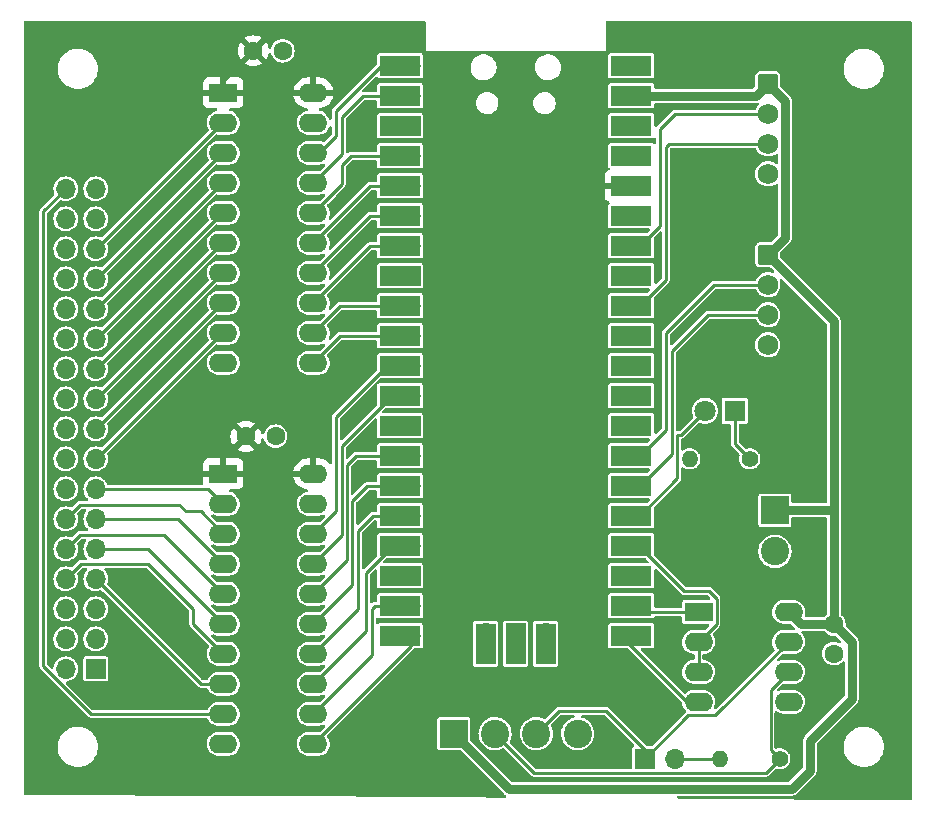
<source format=gbr>
%TF.GenerationSoftware,KiCad,Pcbnew,(5.99.0-13139-ged3642c5c7)*%
%TF.CreationDate,2021-11-08T11:39:22+01:00*%
%TF.ProjectId,wpcpowermon,77706370-6f77-4657-926d-6f6e2e6b6963,rev?*%
%TF.SameCoordinates,Original*%
%TF.FileFunction,Copper,L1,Top*%
%TF.FilePolarity,Positive*%
%FSLAX46Y46*%
G04 Gerber Fmt 4.6, Leading zero omitted, Abs format (unit mm)*
G04 Created by KiCad (PCBNEW (5.99.0-13139-ged3642c5c7)) date 2021-11-08 11:39:22*
%MOMM*%
%LPD*%
G01*
G04 APERTURE LIST*
G04 Aperture macros list*
%AMRoundRect*
0 Rectangle with rounded corners*
0 $1 Rounding radius*
0 $2 $3 $4 $5 $6 $7 $8 $9 X,Y pos of 4 corners*
0 Add a 4 corners polygon primitive as box body*
4,1,4,$2,$3,$4,$5,$6,$7,$8,$9,$2,$3,0*
0 Add four circle primitives for the rounded corners*
1,1,$1+$1,$2,$3*
1,1,$1+$1,$4,$5*
1,1,$1+$1,$6,$7*
1,1,$1+$1,$8,$9*
0 Add four rect primitives between the rounded corners*
20,1,$1+$1,$2,$3,$4,$5,0*
20,1,$1+$1,$4,$5,$6,$7,0*
20,1,$1+$1,$6,$7,$8,$9,0*
20,1,$1+$1,$8,$9,$2,$3,0*%
G04 Aperture macros list end*
%TA.AperFunction,ComponentPad*%
%ADD10R,2.400000X1.600000*%
%TD*%
%TA.AperFunction,ComponentPad*%
%ADD11O,2.400000X1.600000*%
%TD*%
%TA.AperFunction,ComponentPad*%
%ADD12C,1.600000*%
%TD*%
%TA.AperFunction,ComponentPad*%
%ADD13R,1.700000X1.700000*%
%TD*%
%TA.AperFunction,ComponentPad*%
%ADD14O,1.700000X1.700000*%
%TD*%
%TA.AperFunction,ComponentPad*%
%ADD15C,1.400000*%
%TD*%
%TA.AperFunction,ComponentPad*%
%ADD16O,1.400000X1.400000*%
%TD*%
%TA.AperFunction,ComponentPad*%
%ADD17R,2.400000X2.400000*%
%TD*%
%TA.AperFunction,ComponentPad*%
%ADD18C,2.400000*%
%TD*%
%TA.AperFunction,ComponentPad*%
%ADD19R,1.800000X1.800000*%
%TD*%
%TA.AperFunction,ComponentPad*%
%ADD20C,1.800000*%
%TD*%
%TA.AperFunction,ComponentPad*%
%ADD21RoundRect,0.250000X-0.620000X0.620000X-0.620000X-0.620000X0.620000X-0.620000X0.620000X0.620000X0*%
%TD*%
%TA.AperFunction,ComponentPad*%
%ADD22C,1.740000*%
%TD*%
%TA.AperFunction,SMDPad,CuDef*%
%ADD23R,3.500000X1.700000*%
%TD*%
%TA.AperFunction,SMDPad,CuDef*%
%ADD24R,1.700000X3.500000*%
%TD*%
%TA.AperFunction,Conductor*%
%ADD25C,0.250000*%
%TD*%
%TA.AperFunction,Conductor*%
%ADD26C,0.762000*%
%TD*%
G04 APERTURE END LIST*
D10*
%TO.P,U6,1,RO*%
%TO.N,Net-(U5-Pad22)*%
X137399000Y-112024000D03*
D11*
%TO.P,U6,2,~{RE}*%
%TO.N,Net-(U5-Pad24)*%
X137399000Y-114564000D03*
%TO.P,U6,3,DE*%
X137399000Y-117104000D03*
%TO.P,U6,4,DI*%
%TO.N,Net-(U5-Pad21)*%
X137399000Y-119644000D03*
%TO.P,U6,5,GND*%
%TO.N,GND*%
X145019000Y-119644000D03*
%TO.P,U6,6,A*%
%TO.N,Net-(R1-Pad1)*%
X145019000Y-117104000D03*
%TO.P,U6,7,B*%
%TO.N,Net-(JP1-Pad1)*%
X145019000Y-114564000D03*
%TO.P,U6,8,VCC*%
%TO.N,+5V*%
X145019000Y-112024000D03*
%TD*%
D12*
%TO.P,C3,1*%
%TO.N,+5V*%
X148844000Y-113050000D03*
%TO.P,C3,2*%
%TO.N,GND*%
X148844000Y-115550000D03*
%TD*%
D13*
%TO.P,JP1,1,1*%
%TO.N,Net-(JP1-Pad1)*%
X132837000Y-124460000D03*
D14*
%TO.P,JP1,2,2*%
%TO.N,Net-(JP1-Pad2)*%
X135377000Y-124460000D03*
%TD*%
D10*
%TO.P,U3,1,A->B*%
%TO.N,+3V3*%
X97155000Y-100330000D03*
D11*
%TO.P,U3,2,A0*%
%TO.N,Net-(J1001-Pad13)*%
X97155000Y-102870000D03*
%TO.P,U3,3,A1*%
%TO.N,Net-(J1001-Pad12)*%
X97155000Y-105410000D03*
%TO.P,U3,4,A2*%
%TO.N,Net-(J1001-Pad11)*%
X97155000Y-107950000D03*
%TO.P,U3,5,A3*%
%TO.N,Net-(J1001-Pad10)*%
X97155000Y-110490000D03*
%TO.P,U3,6,A4*%
%TO.N,Net-(J1001-Pad9)*%
X97155000Y-113030000D03*
%TO.P,U3,7,A5*%
%TO.N,Net-(J1001-Pad8)*%
X97155000Y-115570000D03*
%TO.P,U3,8,A6*%
%TO.N,Net-(J1001-Pad7)*%
X97155000Y-118110000D03*
%TO.P,U3,9,A7*%
%TO.N,Net-(J1001-Pad34)*%
X97155000Y-120650000D03*
%TO.P,U3,10,GND*%
%TO.N,GND*%
X97155000Y-123190000D03*
%TO.P,U3,11,B7*%
%TO.N,/{slash}ZEROCROSS*%
X104775000Y-123190000D03*
%TO.P,U3,12,B6*%
%TO.N,/{slash}LAMP ROW*%
X104775000Y-120650000D03*
%TO.P,U3,13,B5*%
%TO.N,/{slash}LAMP COL*%
X104775000Y-118110000D03*
%TO.P,U3,14,B4*%
%TO.N,/{slash}SOL2*%
X104775000Y-115570000D03*
%TO.P,U3,15,B3*%
%TO.N,/{slash}SOL4*%
X104775000Y-113030000D03*
%TO.P,U3,16,B2*%
%TO.N,/{slash}SOL3*%
X104775000Y-110490000D03*
%TO.P,U3,17,B1*%
%TO.N,/{slash}SOL1*%
X104775000Y-107950000D03*
%TO.P,U3,18,B0*%
%TO.N,/{slash}TRIACS*%
X104775000Y-105410000D03*
%TO.P,U3,19,CE*%
%TO.N,GND*%
X104775000Y-102870000D03*
%TO.P,U3,20,VCC*%
%TO.N,+3V3*%
X104775000Y-100330000D03*
%TD*%
D12*
%TO.P,C1,1*%
%TO.N,+3V3*%
X99695000Y-64516000D03*
%TO.P,C1,2*%
%TO.N,GND*%
X102195000Y-64516000D03*
%TD*%
D10*
%TO.P,U4,1,A->B*%
%TO.N,+3V3*%
X97155000Y-68072000D03*
D11*
%TO.P,U4,2,A0*%
%TO.N,Net-(J1001-Pad29)*%
X97155000Y-70612000D03*
%TO.P,U4,3,A1*%
%TO.N,Net-(J1001-Pad27)*%
X97155000Y-73152000D03*
%TO.P,U4,4,A2*%
%TO.N,Net-(J1001-Pad25)*%
X97155000Y-75692000D03*
%TO.P,U4,5,A3*%
%TO.N,Net-(J1001-Pad23)*%
X97155000Y-78232000D03*
%TO.P,U4,6,A4*%
%TO.N,Net-(J1001-Pad21)*%
X97155000Y-80772000D03*
%TO.P,U4,7,A5*%
%TO.N,Net-(J1001-Pad19)*%
X97155000Y-83312000D03*
%TO.P,U4,8,A6*%
%TO.N,Net-(J1001-Pad17)*%
X97155000Y-85852000D03*
%TO.P,U4,9,A7*%
%TO.N,Net-(J1001-Pad15)*%
X97155000Y-88392000D03*
%TO.P,U4,10,GND*%
%TO.N,GND*%
X97155000Y-90932000D03*
%TO.P,U4,11,B7*%
%TO.N,/D7*%
X104775000Y-90932000D03*
%TO.P,U4,12,B6*%
%TO.N,/D6*%
X104775000Y-88392000D03*
%TO.P,U4,13,B5*%
%TO.N,/D5*%
X104775000Y-85852000D03*
%TO.P,U4,14,B4*%
%TO.N,/D4*%
X104775000Y-83312000D03*
%TO.P,U4,15,B3*%
%TO.N,/D3*%
X104775000Y-80772000D03*
%TO.P,U4,16,B2*%
%TO.N,/D2*%
X104775000Y-78232000D03*
%TO.P,U4,17,B1*%
%TO.N,/D1*%
X104775000Y-75692000D03*
%TO.P,U4,18,B0*%
%TO.N,/D0*%
X104775000Y-73152000D03*
%TO.P,U4,19,CE*%
%TO.N,GND*%
X104775000Y-70612000D03*
%TO.P,U4,20,VCC*%
%TO.N,+3V3*%
X104775000Y-68072000D03*
%TD*%
D13*
%TO.P,J1001,1,Pin_1*%
%TO.N,unconnected-(J1001-Pad1)*%
X86365000Y-116845000D03*
D14*
%TO.P,J1001,2,Pin_2*%
%TO.N,unconnected-(J1001-Pad2)*%
X83825000Y-116845000D03*
%TO.P,J1001,3,Pin_3*%
%TO.N,unconnected-(J1001-Pad3)*%
X86365000Y-114305000D03*
%TO.P,J1001,4,Pin_4*%
%TO.N,unconnected-(J1001-Pad4)*%
X83825000Y-114305000D03*
%TO.P,J1001,5,Pin_5*%
%TO.N,unconnected-(J1001-Pad5)*%
X86365000Y-111765000D03*
%TO.P,J1001,6,Pin_6*%
%TO.N,unconnected-(J1001-Pad6)*%
X83825000Y-111765000D03*
%TO.P,J1001,7,Pin_7*%
%TO.N,Net-(J1001-Pad7)*%
X86365000Y-109225000D03*
%TO.P,J1001,8,Pin_8*%
%TO.N,Net-(J1001-Pad8)*%
X83825000Y-109225000D03*
%TO.P,J1001,9,Pin_9*%
%TO.N,Net-(J1001-Pad9)*%
X86365000Y-106685000D03*
%TO.P,J1001,10,Pin_10*%
%TO.N,Net-(J1001-Pad10)*%
X83825000Y-106685000D03*
%TO.P,J1001,11,Pin_11*%
%TO.N,Net-(J1001-Pad11)*%
X86365000Y-104145000D03*
%TO.P,J1001,12,Pin_12*%
%TO.N,Net-(J1001-Pad12)*%
X83825000Y-104145000D03*
%TO.P,J1001,13,Pin_13*%
%TO.N,Net-(J1001-Pad13)*%
X86365000Y-101605000D03*
%TO.P,J1001,14,Pin_14*%
%TO.N,GND*%
X83825000Y-101605000D03*
%TO.P,J1001,15,Pin_15*%
%TO.N,Net-(J1001-Pad15)*%
X86365000Y-99065000D03*
%TO.P,J1001,16,Pin_16*%
%TO.N,GND*%
X83825000Y-99065000D03*
%TO.P,J1001,17,Pin_17*%
%TO.N,Net-(J1001-Pad17)*%
X86365000Y-96525000D03*
%TO.P,J1001,18,Pin_18*%
%TO.N,GND*%
X83825000Y-96525000D03*
%TO.P,J1001,19,Pin_19*%
%TO.N,Net-(J1001-Pad19)*%
X86365000Y-93985000D03*
%TO.P,J1001,20,Pin_20*%
%TO.N,GND*%
X83825000Y-93985000D03*
%TO.P,J1001,21,Pin_21*%
%TO.N,Net-(J1001-Pad21)*%
X86365000Y-91445000D03*
%TO.P,J1001,22,Pin_22*%
%TO.N,GND*%
X83825000Y-91445000D03*
%TO.P,J1001,23,Pin_23*%
%TO.N,Net-(J1001-Pad23)*%
X86365000Y-88905000D03*
%TO.P,J1001,24,Pin_24*%
%TO.N,GND*%
X83825000Y-88905000D03*
%TO.P,J1001,25,Pin_25*%
%TO.N,Net-(J1001-Pad25)*%
X86365000Y-86365000D03*
%TO.P,J1001,26,Pin_26*%
%TO.N,GND*%
X83825000Y-86365000D03*
%TO.P,J1001,27,Pin_27*%
%TO.N,Net-(J1001-Pad27)*%
X86365000Y-83825000D03*
%TO.P,J1001,28,Pin_28*%
%TO.N,GND*%
X83825000Y-83825000D03*
%TO.P,J1001,29,Pin_29*%
%TO.N,Net-(J1001-Pad29)*%
X86365000Y-81285000D03*
%TO.P,J1001,30,Pin_30*%
%TO.N,GND*%
X83825000Y-81285000D03*
%TO.P,J1001,31,Pin_31*%
%TO.N,unconnected-(J1001-Pad31)*%
X86365000Y-78745000D03*
%TO.P,J1001,32,Pin_32*%
%TO.N,unconnected-(J1001-Pad32)*%
X83825000Y-78745000D03*
%TO.P,J1001,33,Pin_33*%
%TO.N,unconnected-(J1001-Pad33)*%
X86365000Y-76205000D03*
%TO.P,J1001,34,Pin_34*%
%TO.N,Net-(J1001-Pad34)*%
X83825000Y-76205000D03*
%TD*%
D12*
%TO.P,C2,1*%
%TO.N,+3V3*%
X99080000Y-97155000D03*
%TO.P,C2,2*%
%TO.N,GND*%
X101580000Y-97155000D03*
%TD*%
D15*
%TO.P,R1,1*%
%TO.N,Net-(R1-Pad1)*%
X144272000Y-124460000D03*
D16*
%TO.P,R1,2*%
%TO.N,Net-(JP1-Pad2)*%
X139192000Y-124460000D03*
%TD*%
D17*
%TO.P,J4,1,Pin_1*%
%TO.N,+5V*%
X143864000Y-103406000D03*
D18*
%TO.P,J4,2,Pin_2*%
%TO.N,GND*%
X143864000Y-106906000D03*
%TD*%
D19*
%TO.P,D1,1,K*%
%TO.N,Net-(D1-Pad1)*%
X140467000Y-94996000D03*
D20*
%TO.P,D1,2,A*%
%TO.N,Net-(D1-Pad2)*%
X137927000Y-94996000D03*
%TD*%
D21*
%TO.P,J3,1,Pin_1*%
%TO.N,+5V*%
X143256000Y-81788000D03*
D22*
%TO.P,J3,2,Pin_2*%
%TO.N,Net-(J3-Pad2)*%
X143256000Y-84328000D03*
%TO.P,J3,3,Pin_3*%
%TO.N,Net-(J3-Pad3)*%
X143256000Y-86868000D03*
%TO.P,J3,4,Pin_4*%
%TO.N,GND*%
X143256000Y-89408000D03*
%TD*%
D17*
%TO.P,J1,1,Pin_1*%
%TO.N,+5V*%
X116670000Y-122328000D03*
D18*
%TO.P,J1,2,Pin_2*%
%TO.N,Net-(R1-Pad1)*%
X120170000Y-122328000D03*
%TO.P,J1,3,Pin_3*%
%TO.N,Net-(JP1-Pad1)*%
X123670000Y-122328000D03*
%TO.P,J1,4,Pin_4*%
%TO.N,GND*%
X127170000Y-122328000D03*
%TD*%
D21*
%TO.P,J2,1,Pin_1*%
%TO.N,+5V*%
X143256000Y-67310000D03*
D22*
%TO.P,J2,2,Pin_2*%
%TO.N,Net-(J2-Pad2)*%
X143256000Y-69850000D03*
%TO.P,J2,3,Pin_3*%
%TO.N,Net-(J2-Pad3)*%
X143256000Y-72390000D03*
%TO.P,J2,4,Pin_4*%
%TO.N,GND*%
X143256000Y-74930000D03*
%TD*%
D23*
%TO.P,U5,1,GPIO0*%
%TO.N,/D0*%
X112130000Y-65786000D03*
D14*
X113030000Y-65786000D03*
%TO.P,U5,2,GPIO1*%
%TO.N,/D1*%
X113030000Y-68326000D03*
D23*
X112130000Y-68326000D03*
D13*
%TO.P,U5,3,GND*%
%TO.N,GND*%
X113030000Y-70866000D03*
D23*
X112130000Y-70866000D03*
%TO.P,U5,4,GPIO2*%
%TO.N,/D2*%
X112130000Y-73406000D03*
D14*
X113030000Y-73406000D03*
D23*
%TO.P,U5,5,GPIO3*%
%TO.N,/D3*%
X112130000Y-75946000D03*
D14*
X113030000Y-75946000D03*
%TO.P,U5,6,GPIO4*%
%TO.N,/D4*%
X113030000Y-78486000D03*
D23*
X112130000Y-78486000D03*
%TO.P,U5,7,GPIO5*%
%TO.N,/D5*%
X112130000Y-81026000D03*
D14*
X113030000Y-81026000D03*
D23*
%TO.P,U5,8,GND*%
%TO.N,GND*%
X112130000Y-83566000D03*
D13*
X113030000Y-83566000D03*
D14*
%TO.P,U5,9,GPIO6*%
%TO.N,/D6*%
X113030000Y-86106000D03*
D23*
X112130000Y-86106000D03*
%TO.P,U5,10,GPIO7*%
%TO.N,/D7*%
X112130000Y-88646000D03*
D14*
X113030000Y-88646000D03*
%TO.P,U5,11,GPIO8*%
%TO.N,/{slash}TRIACS*%
X113030000Y-91186000D03*
D23*
X112130000Y-91186000D03*
%TO.P,U5,12,GPIO9*%
%TO.N,/{slash}SOL1*%
X112130000Y-93726000D03*
D14*
X113030000Y-93726000D03*
D23*
%TO.P,U5,13,GND*%
%TO.N,GND*%
X112130000Y-96266000D03*
D13*
X113030000Y-96266000D03*
D14*
%TO.P,U5,14,GPIO10*%
%TO.N,/{slash}SOL3*%
X113030000Y-98806000D03*
D23*
X112130000Y-98806000D03*
%TO.P,U5,15,GPIO11*%
%TO.N,/{slash}SOL4*%
X112130000Y-101346000D03*
D14*
X113030000Y-101346000D03*
D23*
%TO.P,U5,16,GPIO12*%
%TO.N,/{slash}SOL2*%
X112130000Y-103886000D03*
D14*
X113030000Y-103886000D03*
%TO.P,U5,17,GPIO13*%
%TO.N,/{slash}LAMP COL*%
X113030000Y-106426000D03*
D23*
X112130000Y-106426000D03*
%TO.P,U5,18,GND*%
%TO.N,GND*%
X112130000Y-108966000D03*
D13*
X113030000Y-108966000D03*
D23*
%TO.P,U5,19,GPIO14*%
%TO.N,/{slash}LAMP ROW*%
X112130000Y-111506000D03*
D14*
X113030000Y-111506000D03*
D23*
%TO.P,U5,20,GPIO15*%
%TO.N,/{slash}ZEROCROSS*%
X112130000Y-114046000D03*
D14*
X113030000Y-114046000D03*
D23*
%TO.P,U5,21,GPIO16*%
%TO.N,Net-(U5-Pad21)*%
X131710000Y-114046000D03*
D14*
X130810000Y-114046000D03*
D23*
%TO.P,U5,22,GPIO17*%
%TO.N,Net-(U5-Pad22)*%
X131710000Y-111506000D03*
D14*
X130810000Y-111506000D03*
D23*
%TO.P,U5,23,GND*%
%TO.N,GND*%
X131710000Y-108966000D03*
D13*
X130810000Y-108966000D03*
D14*
%TO.P,U5,24,GPIO18*%
%TO.N,Net-(U5-Pad24)*%
X130810000Y-106426000D03*
D23*
X131710000Y-106426000D03*
D14*
%TO.P,U5,25,GPIO19*%
%TO.N,Net-(D1-Pad2)*%
X130810000Y-103886000D03*
D23*
X131710000Y-103886000D03*
D14*
%TO.P,U5,26,GPIO20*%
%TO.N,Net-(J3-Pad3)*%
X130810000Y-101346000D03*
D23*
X131710000Y-101346000D03*
%TO.P,U5,27,GPIO21*%
%TO.N,Net-(J3-Pad2)*%
X131710000Y-98806000D03*
D14*
X130810000Y-98806000D03*
D13*
%TO.P,U5,28,GND*%
%TO.N,GND*%
X130810000Y-96266000D03*
D23*
X131710000Y-96266000D03*
%TO.P,U5,29,GPIO22*%
%TO.N,unconnected-(U5-Pad29)*%
X131710000Y-93726000D03*
D14*
X130810000Y-93726000D03*
%TO.P,U5,30,RUN*%
%TO.N,unconnected-(U5-Pad30)*%
X130810000Y-91186000D03*
D23*
X131710000Y-91186000D03*
D14*
%TO.P,U5,31,GPIO26_ADC0*%
%TO.N,unconnected-(U5-Pad31)*%
X130810000Y-88646000D03*
D23*
X131710000Y-88646000D03*
D14*
%TO.P,U5,32,GPIO27_ADC1*%
%TO.N,Net-(J2-Pad3)*%
X130810000Y-86106000D03*
D23*
X131710000Y-86106000D03*
D13*
%TO.P,U5,33,AGND*%
%TO.N,GND*%
X130810000Y-83566000D03*
D23*
X131710000Y-83566000D03*
D14*
%TO.P,U5,34,GPIO28_ADC2*%
%TO.N,Net-(J2-Pad2)*%
X130810000Y-81026000D03*
D23*
X131710000Y-81026000D03*
%TO.P,U5,35,ADC_VREF*%
%TO.N,unconnected-(U5-Pad35)*%
X131710000Y-78486000D03*
D14*
X130810000Y-78486000D03*
D23*
%TO.P,U5,36,3V3*%
%TO.N,+3V3*%
X131710000Y-75946000D03*
D14*
X130810000Y-75946000D03*
%TO.P,U5,37,3V3_EN*%
%TO.N,unconnected-(U5-Pad37)*%
X130810000Y-73406000D03*
D23*
X131710000Y-73406000D03*
%TO.P,U5,38,GND*%
%TO.N,GND*%
X131710000Y-70866000D03*
D13*
X130810000Y-70866000D03*
D14*
%TO.P,U5,39,VSYS*%
%TO.N,+5V*%
X130810000Y-68326000D03*
D23*
X131710000Y-68326000D03*
D14*
%TO.P,U5,40,VBUS*%
%TO.N,unconnected-(U5-Pad40)*%
X130810000Y-65786000D03*
D23*
X131710000Y-65786000D03*
D14*
%TO.P,U5,41,SWCLK*%
%TO.N,unconnected-(U5-Pad41)*%
X119380000Y-113816000D03*
D24*
X119380000Y-114716000D03*
%TO.P,U5,42,GND*%
%TO.N,unconnected-(U5-Pad42)*%
X121920000Y-114716000D03*
D13*
X121920000Y-113816000D03*
D24*
%TO.P,U5,43,SWDIO*%
%TO.N,unconnected-(U5-Pad43)*%
X124460000Y-114716000D03*
D14*
X124460000Y-113816000D03*
%TD*%
D15*
%TO.P,R2,1*%
%TO.N,Net-(D1-Pad1)*%
X141732000Y-99060000D03*
D16*
%TO.P,R2,2*%
%TO.N,GND*%
X136652000Y-99060000D03*
%TD*%
D25*
%TO.N,+3V3*%
X97155000Y-68072000D02*
X97155000Y-67056000D01*
X103251000Y-68072000D02*
X99695000Y-64516000D01*
X97155000Y-67056000D02*
X99695000Y-64516000D01*
X104775000Y-68072000D02*
X103251000Y-68072000D01*
%TO.N,Net-(D1-Pad1)*%
X140467000Y-94996000D02*
X140467000Y-97795000D01*
X140467000Y-97795000D02*
X141732000Y-99060000D01*
%TO.N,Net-(J1001-Pad10)*%
X83825000Y-106685000D02*
X84999511Y-105510489D01*
X84999511Y-105510489D02*
X92175489Y-105510489D01*
X92175489Y-105510489D02*
X97155000Y-110490000D01*
%TO.N,Net-(J1001-Pad15)*%
X86365000Y-99065000D02*
X96530000Y-88900000D01*
%TO.N,Net-(JP1-Pad2)*%
X135377000Y-124460000D02*
X138684000Y-124460000D01*
%TO.N,Net-(U5-Pad24)*%
X138260022Y-110236000D02*
X138923511Y-110899489D01*
X136144000Y-110236000D02*
X138260022Y-110236000D01*
X138923511Y-113039489D02*
X137399000Y-114564000D01*
X137399000Y-114564000D02*
X137399000Y-117104000D01*
X138923511Y-110899489D02*
X138923511Y-113039489D01*
X132334000Y-106426000D02*
X136144000Y-110236000D01*
%TO.N,Net-(J1001-Pad7)*%
X95250000Y-118110000D02*
X97155000Y-118110000D01*
X86365000Y-109225000D02*
X95250000Y-118110000D01*
%TO.N,Net-(J1001-Pad8)*%
X83825000Y-109225000D02*
X85100000Y-107950000D01*
X90805000Y-107950000D02*
X94615000Y-111760000D01*
X94615000Y-113030000D02*
X97155000Y-115570000D01*
X85100000Y-107950000D02*
X90805000Y-107950000D01*
X94615000Y-111760000D02*
X94615000Y-113030000D01*
%TO.N,Net-(J1001-Pad9)*%
X86365000Y-106685000D02*
X90810000Y-106685000D01*
X90810000Y-106685000D02*
X97155000Y-113030000D01*
%TO.N,Net-(J1001-Pad11)*%
X86365000Y-104145000D02*
X93350000Y-104145000D01*
X93350000Y-104145000D02*
X97155000Y-107950000D01*
%TO.N,Net-(J1001-Pad12)*%
X93980000Y-103505000D02*
X93445489Y-102970489D01*
X95250000Y-103505000D02*
X93980000Y-103505000D01*
X97155000Y-105410000D02*
X95250000Y-103505000D01*
X93445489Y-102970489D02*
X84999511Y-102970489D01*
X84999511Y-102970489D02*
X83825000Y-104145000D01*
%TO.N,Net-(J1001-Pad13)*%
X86365000Y-101605000D02*
X95890000Y-101605000D01*
X95890000Y-101605000D02*
X97155000Y-102870000D01*
%TO.N,Net-(J1001-Pad34)*%
X85968066Y-120650000D02*
X81915000Y-116596934D01*
X81915000Y-116596934D02*
X81915000Y-78115000D01*
X97155000Y-120650000D02*
X85968066Y-120650000D01*
X81915000Y-78115000D02*
X83825000Y-76205000D01*
%TO.N,Net-(J1001-Pad17)*%
X86365000Y-96525000D02*
X96530000Y-86360000D01*
%TO.N,Net-(J1001-Pad19)*%
X86365000Y-93985000D02*
X96530000Y-83820000D01*
%TO.N,Net-(J1001-Pad21)*%
X86365000Y-91445000D02*
X96530000Y-81280000D01*
%TO.N,Net-(J1001-Pad23)*%
X86365000Y-88905000D02*
X96530000Y-78740000D01*
%TO.N,Net-(J1001-Pad25)*%
X86365000Y-86365000D02*
X96530000Y-76200000D01*
%TO.N,Net-(J1001-Pad27)*%
X86365000Y-83825000D02*
X96530000Y-73660000D01*
%TO.N,Net-(J1001-Pad29)*%
X86365000Y-81285000D02*
X96530000Y-71120000D01*
%TO.N,/{slash}ZEROCROSS*%
X113030000Y-114935000D02*
X113030000Y-114046000D01*
X104775000Y-123190000D02*
X113030000Y-114935000D01*
%TO.N,/{slash}LAMP ROW*%
X104775000Y-120650000D02*
X109728000Y-115697000D01*
X109728000Y-115697000D02*
X109728000Y-111760000D01*
X109982000Y-111506000D02*
X113030000Y-111506000D01*
X109728000Y-111760000D02*
X109982000Y-111506000D01*
%TO.N,/{slash}LAMP COL*%
X109220000Y-108712000D02*
X111506000Y-106426000D01*
X104775000Y-118110000D02*
X109220000Y-113665000D01*
X109220000Y-113665000D02*
X109220000Y-108712000D01*
%TO.N,/{slash}SOL2*%
X108536560Y-105156000D02*
X109806560Y-103886000D01*
X109806560Y-103886000D02*
X113030000Y-103886000D01*
X104775000Y-115570000D02*
X108536560Y-111808440D01*
X108536560Y-111808440D02*
X108536560Y-105156000D01*
%TO.N,/{slash}SOL4*%
X108087040Y-102616000D02*
X109357040Y-101346000D01*
X108087040Y-109717960D02*
X108087040Y-102616000D01*
X109357040Y-101346000D02*
X113030000Y-101346000D01*
X104775000Y-113030000D02*
X108087040Y-109717960D01*
%TO.N,/{slash}SOL3*%
X107637520Y-99568000D02*
X108399520Y-98806000D01*
X104775000Y-110490000D02*
X107637520Y-107627480D01*
X107637520Y-107627480D02*
X107637520Y-99568000D01*
X108399520Y-98806000D02*
X113030000Y-98806000D01*
%TO.N,/{slash}SOL1*%
X107188000Y-105537000D02*
X107188000Y-97958978D01*
X104775000Y-107950000D02*
X107188000Y-105537000D01*
X107188000Y-97958978D02*
X111420978Y-93726000D01*
%TO.N,/{slash}TRIACS*%
X106680000Y-103505000D02*
X106680000Y-95504000D01*
X106680000Y-95504000D02*
X110998000Y-91186000D01*
X104775000Y-105410000D02*
X106680000Y-103505000D01*
%TO.N,/D7*%
X107061000Y-88646000D02*
X113030000Y-88646000D01*
X104775000Y-90932000D02*
X107061000Y-88646000D01*
%TO.N,/D6*%
X107061000Y-86106000D02*
X113030000Y-86106000D01*
X104775000Y-88392000D02*
X107061000Y-86106000D01*
%TO.N,/D5*%
X104775000Y-85852000D02*
X109601000Y-81026000D01*
X109601000Y-81026000D02*
X113030000Y-81026000D01*
%TO.N,/D4*%
X104775000Y-83312000D02*
X109601000Y-78486000D01*
X109601000Y-78486000D02*
X113030000Y-78486000D01*
%TO.N,/D3*%
X109601000Y-75946000D02*
X113030000Y-75946000D01*
X104775000Y-80772000D02*
X109601000Y-75946000D01*
%TO.N,/D2*%
X107188000Y-74168000D02*
X107950000Y-73406000D01*
X107950000Y-73406000D02*
X113030000Y-73406000D01*
X107188000Y-75819000D02*
X107188000Y-74168000D01*
X104775000Y-78232000D02*
X107188000Y-75819000D01*
%TO.N,/D1*%
X107188000Y-73279000D02*
X107188000Y-70104000D01*
X108966000Y-68326000D02*
X113030000Y-68326000D01*
X107188000Y-70104000D02*
X108966000Y-68326000D01*
X104775000Y-75692000D02*
X107188000Y-73279000D01*
%TO.N,/D0*%
X110490000Y-65786000D02*
X113030000Y-65786000D01*
X104775000Y-73660000D02*
X106680000Y-71755000D01*
X106680000Y-71755000D02*
X106680000Y-69596000D01*
X106680000Y-69596000D02*
X110490000Y-65786000D01*
%TO.N,Net-(U5-Pad22)*%
X131328000Y-112024000D02*
X137399000Y-112024000D01*
%TO.N,Net-(U5-Pad21)*%
X130810000Y-114046000D02*
X136408000Y-119644000D01*
D26*
%TO.N,+5V*%
X145288000Y-127000000D02*
X142766244Y-127000000D01*
X146812000Y-122936000D02*
X146812000Y-125476000D01*
X121342000Y-127000000D02*
X116670000Y-122328000D01*
X148844000Y-113050000D02*
X150368000Y-114574000D01*
X148844000Y-113050000D02*
X146045000Y-113050000D01*
X142748000Y-126981756D02*
X142748000Y-127000000D01*
X148844000Y-103124000D02*
X148844000Y-113050000D01*
X142766244Y-127000000D02*
X142748000Y-126981756D01*
X144706511Y-68760511D02*
X144706511Y-80337489D01*
X146045000Y-113050000D02*
X145019000Y-112024000D01*
X148844000Y-87376000D02*
X148844000Y-103124000D01*
X143256000Y-67310000D02*
X144706511Y-68760511D01*
X146812000Y-125476000D02*
X145288000Y-127000000D01*
X142240000Y-68326000D02*
X143256000Y-67310000D01*
X142748000Y-127000000D02*
X121342000Y-127000000D01*
X148562000Y-103406000D02*
X148844000Y-103124000D01*
X143256000Y-81788000D02*
X148844000Y-87376000D01*
X130810000Y-68326000D02*
X142240000Y-68326000D01*
X143864000Y-103406000D02*
X148562000Y-103406000D01*
X144706511Y-80337489D02*
X143256000Y-81788000D01*
X150368000Y-114574000D02*
X150368000Y-119380000D01*
X150368000Y-119380000D02*
X146812000Y-122936000D01*
D25*
%TO.N,Net-(D1-Pad2)*%
X135895000Y-97028000D02*
X137927000Y-94996000D01*
X135577520Y-100727502D02*
X135577520Y-97086480D01*
X135577520Y-97086480D02*
X135636000Y-97028000D01*
X132419022Y-103886000D02*
X135577520Y-100727502D01*
X135636000Y-97028000D02*
X135895000Y-97028000D01*
%TO.N,Net-(J2-Pad2)*%
X135382000Y-69850000D02*
X143256000Y-69850000D01*
X132419022Y-81026000D02*
X134112000Y-79333022D01*
X134112000Y-79333022D02*
X134112000Y-71120000D01*
X134112000Y-71120000D02*
X135382000Y-69850000D01*
%TO.N,Net-(J2-Pad3)*%
X134620000Y-83905022D02*
X134620000Y-72644000D01*
X134874000Y-72390000D02*
X143256000Y-72390000D01*
X134620000Y-72644000D02*
X134874000Y-72390000D01*
X132419022Y-86106000D02*
X134620000Y-83905022D01*
%TO.N,Net-(J3-Pad2)*%
X138684000Y-84328000D02*
X143256000Y-84328000D01*
X134620000Y-96605022D02*
X134620000Y-88392000D01*
X134620000Y-88392000D02*
X138684000Y-84328000D01*
X132419022Y-98806000D02*
X134620000Y-96605022D01*
%TO.N,Net-(J3-Pad3)*%
X135128000Y-98637022D02*
X135128000Y-89916000D01*
X135128000Y-89916000D02*
X138176000Y-86868000D01*
X138176000Y-86868000D02*
X143256000Y-86868000D01*
X132419022Y-101346000D02*
X135128000Y-98637022D01*
%TO.N,Net-(R1-Pad1)*%
X143097489Y-125634511D02*
X144272000Y-124460000D01*
X143494480Y-123682480D02*
X143494480Y-118628520D01*
X123476511Y-125634511D02*
X143097489Y-125634511D01*
X144272000Y-124460000D02*
X143494480Y-123682480D01*
X143494480Y-118628520D02*
X145019000Y-117104000D01*
X120170000Y-122328000D02*
X123476511Y-125634511D01*
%TO.N,Net-(JP1-Pad1)*%
X138814480Y-120768520D02*
X136528480Y-120768520D01*
X136528480Y-120768520D02*
X132837000Y-124460000D01*
X132837000Y-123693000D02*
X129540000Y-120396000D01*
X132837000Y-124460000D02*
X132837000Y-123693000D01*
X145019000Y-114564000D02*
X138814480Y-120768520D01*
X129540000Y-120396000D02*
X125602000Y-120396000D01*
X125602000Y-120396000D02*
X123670000Y-122328000D01*
%TD*%
%TA.AperFunction,Conductor*%
%TO.N,+3V3*%
G36*
X114241621Y-61996002D02*
G01*
X114288114Y-62049658D01*
X114299500Y-62102000D01*
X114299500Y-64515901D01*
X114299459Y-64516000D01*
X114299500Y-64516099D01*
X114299617Y-64516383D01*
X114300000Y-64516541D01*
X114300099Y-64516500D01*
X129539901Y-64516500D01*
X129540000Y-64516541D01*
X129540099Y-64516500D01*
X129540383Y-64516383D01*
X129540541Y-64516000D01*
X129540500Y-64515901D01*
X129540500Y-62102000D01*
X129560502Y-62033879D01*
X129614158Y-61987386D01*
X129666500Y-61976000D01*
X155321500Y-61976000D01*
X155389621Y-61996002D01*
X155436114Y-62049658D01*
X155447500Y-62102000D01*
X155447500Y-127819606D01*
X155427498Y-127887727D01*
X155373842Y-127934220D01*
X155320780Y-127945604D01*
X135702197Y-127833498D01*
X135634192Y-127813107D01*
X135588006Y-127759187D01*
X135578304Y-127688856D01*
X135608166Y-127624445D01*
X135668110Y-127586403D01*
X135702917Y-127581500D01*
X142701626Y-127581500D01*
X142718073Y-127582578D01*
X142748000Y-127586518D01*
X142756188Y-127585440D01*
X142758056Y-127585440D01*
X142766244Y-127586518D01*
X142774432Y-127585440D01*
X142775367Y-127585317D01*
X142796171Y-127582578D01*
X142812618Y-127581500D01*
X145241626Y-127581500D01*
X145258073Y-127582578D01*
X145288000Y-127586518D01*
X145296188Y-127585440D01*
X145297123Y-127585317D01*
X145439802Y-127566533D01*
X145447429Y-127563374D01*
X145447432Y-127563373D01*
X145510530Y-127537237D01*
X145581259Y-127507940D01*
X145672231Y-127438135D01*
X145672234Y-127438132D01*
X145702731Y-127414731D01*
X145721110Y-127390779D01*
X145731978Y-127378388D01*
X147190388Y-125919977D01*
X147202780Y-125909109D01*
X147220178Y-125895759D01*
X147226731Y-125890731D01*
X147254438Y-125854623D01*
X147314912Y-125775810D01*
X147319939Y-125769259D01*
X147378533Y-125627802D01*
X147393500Y-125514116D01*
X147393500Y-125514114D01*
X147398518Y-125476000D01*
X147394578Y-125446074D01*
X147393500Y-125429627D01*
X147393500Y-123399361D01*
X149679316Y-123399361D01*
X149679540Y-123404027D01*
X149679540Y-123404033D01*
X149684323Y-123503600D01*
X149691443Y-123651820D01*
X149705684Y-123723414D01*
X149739802Y-123894935D01*
X149740752Y-123899713D01*
X149742331Y-123904111D01*
X149742333Y-123904118D01*
X149811944Y-124098001D01*
X149826160Y-124137595D01*
X149945792Y-124360240D01*
X149948587Y-124363984D01*
X149948589Y-124363986D01*
X150094226Y-124559018D01*
X150094231Y-124559024D01*
X150097018Y-124562756D01*
X150100327Y-124566036D01*
X150100332Y-124566042D01*
X150273200Y-124737408D01*
X150276517Y-124740696D01*
X150280279Y-124743454D01*
X150280282Y-124743457D01*
X150423544Y-124848500D01*
X150480346Y-124890149D01*
X150484481Y-124892325D01*
X150484485Y-124892327D01*
X150601952Y-124954129D01*
X150704026Y-125007833D01*
X150757025Y-125026341D01*
X150891020Y-125073134D01*
X150942644Y-125091162D01*
X150947237Y-125092034D01*
X151186369Y-125137435D01*
X151186372Y-125137435D01*
X151190958Y-125138306D01*
X151311081Y-125143026D01*
X151438845Y-125148046D01*
X151438850Y-125148046D01*
X151443513Y-125148229D01*
X151521657Y-125139671D01*
X151690107Y-125121223D01*
X151690112Y-125121222D01*
X151694760Y-125120713D01*
X151755408Y-125104746D01*
X151934658Y-125057554D01*
X151934661Y-125057553D01*
X151939181Y-125056363D01*
X152171405Y-124956591D01*
X152280075Y-124889344D01*
X152382358Y-124826050D01*
X152382362Y-124826047D01*
X152386331Y-124823591D01*
X152480989Y-124743457D01*
X152575672Y-124663302D01*
X152575673Y-124663301D01*
X152579238Y-124660283D01*
X152661886Y-124566042D01*
X152742806Y-124473771D01*
X152742810Y-124473766D01*
X152745888Y-124470256D01*
X152761965Y-124445262D01*
X152880094Y-124261610D01*
X152880096Y-124261607D01*
X152882619Y-124257684D01*
X152986428Y-124027236D01*
X153055034Y-123783976D01*
X153069754Y-123668266D01*
X153086533Y-123536378D01*
X153086533Y-123536372D01*
X153086931Y-123533247D01*
X153089268Y-123444000D01*
X153081194Y-123335350D01*
X153070883Y-123196597D01*
X153070882Y-123196593D01*
X153070537Y-123191945D01*
X153014756Y-122945428D01*
X153013063Y-122941074D01*
X152924843Y-122714216D01*
X152924842Y-122714214D01*
X152923150Y-122709863D01*
X152890103Y-122652042D01*
X152844219Y-122571763D01*
X152797731Y-122490426D01*
X152698224Y-122364203D01*
X152644147Y-122295606D01*
X152644144Y-122295603D01*
X152641255Y-122291938D01*
X152457160Y-122118758D01*
X152249489Y-121974691D01*
X152245296Y-121972623D01*
X152026993Y-121864968D01*
X152026990Y-121864967D01*
X152022805Y-121862903D01*
X151978379Y-121848682D01*
X151926403Y-121832045D01*
X151782087Y-121785849D01*
X151777480Y-121785099D01*
X151777477Y-121785098D01*
X151537235Y-121745972D01*
X151537236Y-121745972D01*
X151532624Y-121745221D01*
X151410026Y-121743616D01*
X151284573Y-121741974D01*
X151284570Y-121741974D01*
X151279896Y-121741913D01*
X151029455Y-121775996D01*
X151024965Y-121777305D01*
X151024959Y-121777306D01*
X150921851Y-121807360D01*
X150786803Y-121846723D01*
X150782556Y-121848681D01*
X150782553Y-121848682D01*
X150725205Y-121875120D01*
X150557270Y-121952539D01*
X150553361Y-121955102D01*
X150349812Y-122088554D01*
X150349807Y-122088558D01*
X150345899Y-122091120D01*
X150314933Y-122118758D01*
X150190176Y-122230108D01*
X150157333Y-122259421D01*
X149995715Y-122453746D01*
X149864595Y-122669825D01*
X149862786Y-122674139D01*
X149862785Y-122674141D01*
X149776157Y-122880727D01*
X149766854Y-122902911D01*
X149704639Y-123147883D01*
X149679316Y-123399361D01*
X147393500Y-123399361D01*
X147393500Y-123229056D01*
X147413502Y-123160935D01*
X147430405Y-123139961D01*
X150746388Y-119823977D01*
X150758780Y-119813109D01*
X150776178Y-119799759D01*
X150782731Y-119794731D01*
X150875939Y-119673259D01*
X150885745Y-119649587D01*
X150931374Y-119539428D01*
X150934533Y-119531802D01*
X150949500Y-119418116D01*
X150949500Y-119418114D01*
X150954518Y-119380000D01*
X150950578Y-119350074D01*
X150949500Y-119333627D01*
X150949500Y-114620373D01*
X150950578Y-114603926D01*
X150953440Y-114582188D01*
X150954518Y-114574000D01*
X150949500Y-114535884D01*
X150934533Y-114422198D01*
X150892292Y-114320220D01*
X150879099Y-114288369D01*
X150879098Y-114288367D01*
X150875939Y-114280741D01*
X150782731Y-114159269D01*
X150758784Y-114140894D01*
X150746391Y-114130026D01*
X149875265Y-113258899D01*
X149841240Y-113196587D01*
X149839355Y-113154015D01*
X149846112Y-113100525D01*
X149848507Y-113081572D01*
X149848507Y-113081567D01*
X149848949Y-113078071D01*
X149849341Y-113050000D01*
X149830194Y-112854728D01*
X149828413Y-112848829D01*
X149828412Y-112848824D01*
X149775265Y-112672793D01*
X149773484Y-112666894D01*
X149681370Y-112493653D01*
X149557361Y-112341602D01*
X149471184Y-112270311D01*
X149431447Y-112211479D01*
X149425500Y-112173227D01*
X149425500Y-103170373D01*
X149426578Y-103153926D01*
X149429440Y-103132188D01*
X149430518Y-103124000D01*
X149426578Y-103094072D01*
X149425500Y-103077626D01*
X149425500Y-87422373D01*
X149426578Y-87405926D01*
X149429440Y-87384188D01*
X149430518Y-87376000D01*
X149424764Y-87332297D01*
X149414255Y-87252469D01*
X149411611Y-87232384D01*
X149411610Y-87232382D01*
X149410533Y-87224198D01*
X149377673Y-87144867D01*
X149355099Y-87090369D01*
X149355098Y-87090367D01*
X149351939Y-87082741D01*
X149265094Y-86969561D01*
X149263758Y-86967820D01*
X149263757Y-86967819D01*
X149258731Y-86961269D01*
X149234779Y-86942891D01*
X149222388Y-86932023D01*
X144363405Y-82073039D01*
X144329379Y-82010727D01*
X144326500Y-81983944D01*
X144326500Y-81592057D01*
X144346502Y-81523936D01*
X144363404Y-81502962D01*
X145084902Y-80781463D01*
X145097295Y-80770595D01*
X145114689Y-80757248D01*
X145121242Y-80752220D01*
X145136167Y-80732770D01*
X145176201Y-80680596D01*
X145214450Y-80630748D01*
X145249565Y-80545975D01*
X145257445Y-80526950D01*
X145273044Y-80489291D01*
X145288011Y-80375605D01*
X145288011Y-80375603D01*
X145293029Y-80337489D01*
X145289089Y-80307563D01*
X145288011Y-80291116D01*
X145288011Y-68806884D01*
X145289089Y-68790437D01*
X145291951Y-68768699D01*
X145293029Y-68760511D01*
X145284084Y-68692567D01*
X145279057Y-68654379D01*
X145274122Y-68616895D01*
X145274121Y-68616893D01*
X145273044Y-68608709D01*
X145252330Y-68558702D01*
X145217610Y-68474880D01*
X145217609Y-68474878D01*
X145214450Y-68467252D01*
X145151015Y-68384581D01*
X145126269Y-68352331D01*
X145126268Y-68352330D01*
X145121242Y-68345780D01*
X145097295Y-68327405D01*
X145084902Y-68316537D01*
X144363404Y-67595038D01*
X144329379Y-67532726D01*
X144326500Y-67505943D01*
X144326500Y-66636166D01*
X144323519Y-66604631D01*
X144278634Y-66476816D01*
X144273042Y-66469246D01*
X144273041Y-66469243D01*
X144203742Y-66375421D01*
X144198150Y-66367850D01*
X144181206Y-66355335D01*
X144096757Y-66292959D01*
X144096754Y-66292958D01*
X144089184Y-66287366D01*
X143961369Y-66242481D01*
X143953723Y-66241758D01*
X143953722Y-66241758D01*
X143947752Y-66241194D01*
X143929834Y-66239500D01*
X142582166Y-66239500D01*
X142564248Y-66241194D01*
X142558278Y-66241758D01*
X142558277Y-66241758D01*
X142550631Y-66242481D01*
X142422816Y-66287366D01*
X142415246Y-66292958D01*
X142415243Y-66292959D01*
X142330794Y-66355335D01*
X142313850Y-66367850D01*
X142308258Y-66375421D01*
X142238959Y-66469243D01*
X142238958Y-66469246D01*
X142233366Y-66476816D01*
X142188481Y-66604631D01*
X142185500Y-66636166D01*
X142185500Y-67505944D01*
X142165498Y-67574065D01*
X142148595Y-67595039D01*
X142036039Y-67707595D01*
X141973727Y-67741621D01*
X141946944Y-67744500D01*
X133786500Y-67744500D01*
X133718379Y-67724498D01*
X133671886Y-67670842D01*
X133660500Y-67618500D01*
X133660500Y-67456252D01*
X133653208Y-67419591D01*
X133651288Y-67409939D01*
X133651288Y-67409938D01*
X133648867Y-67397769D01*
X133604552Y-67331448D01*
X133538231Y-67287133D01*
X133526062Y-67284712D01*
X133526061Y-67284712D01*
X133485816Y-67276707D01*
X133479748Y-67275500D01*
X130872089Y-67275500D01*
X130858919Y-67274810D01*
X130823498Y-67271087D01*
X130823496Y-67271087D01*
X130817369Y-67270443D01*
X130769382Y-67274810D01*
X130767503Y-67274981D01*
X130756084Y-67275500D01*
X129940252Y-67275500D01*
X129934184Y-67276707D01*
X129893939Y-67284712D01*
X129893938Y-67284712D01*
X129881769Y-67287133D01*
X129815448Y-67331448D01*
X129771133Y-67397769D01*
X129768712Y-67409938D01*
X129768712Y-67409939D01*
X129766792Y-67419591D01*
X129759500Y-67456252D01*
X129759500Y-68259817D01*
X129758715Y-68273862D01*
X129754520Y-68311262D01*
X129756250Y-68331865D01*
X129759058Y-68365302D01*
X129759500Y-68375846D01*
X129759500Y-69195748D01*
X129760707Y-69201816D01*
X129767817Y-69237558D01*
X129771133Y-69254231D01*
X129815448Y-69320552D01*
X129825761Y-69327443D01*
X129868179Y-69355786D01*
X129881769Y-69364867D01*
X129893938Y-69367288D01*
X129893939Y-69367288D01*
X129934184Y-69375293D01*
X129940252Y-69376500D01*
X130739723Y-69376500D01*
X130754642Y-69377386D01*
X130787894Y-69381351D01*
X130794029Y-69380879D01*
X130794031Y-69380879D01*
X130846117Y-69376871D01*
X130855784Y-69376500D01*
X133479748Y-69376500D01*
X133485816Y-69375293D01*
X133526061Y-69367288D01*
X133526062Y-69367288D01*
X133538231Y-69364867D01*
X133551822Y-69355786D01*
X133594239Y-69327443D01*
X133604552Y-69320552D01*
X133648867Y-69254231D01*
X133652184Y-69237558D01*
X133659293Y-69201816D01*
X133660500Y-69195748D01*
X133660500Y-69033500D01*
X133680502Y-68965379D01*
X133734158Y-68918886D01*
X133786500Y-68907500D01*
X142193626Y-68907500D01*
X142210073Y-68908578D01*
X142240000Y-68912518D01*
X142248188Y-68911440D01*
X142374219Y-68894848D01*
X142444368Y-68905787D01*
X142497466Y-68952916D01*
X142516656Y-69021270D01*
X142495845Y-69089147D01*
X142487187Y-69100761D01*
X142467403Y-69124339D01*
X142368442Y-69242276D01*
X142365478Y-69247668D01*
X142365475Y-69247672D01*
X142270271Y-69420848D01*
X142267304Y-69426245D01*
X142264019Y-69436599D01*
X142224358Y-69495481D01*
X142159156Y-69523575D01*
X142143918Y-69524500D01*
X135401713Y-69524500D01*
X135390732Y-69524021D01*
X135364170Y-69521697D01*
X135364168Y-69521697D01*
X135353193Y-69520737D01*
X135316783Y-69530492D01*
X135306076Y-69532866D01*
X135268955Y-69539412D01*
X135259411Y-69544922D01*
X135256135Y-69546114D01*
X135252964Y-69547593D01*
X135242316Y-69550446D01*
X135233287Y-69556768D01*
X135211449Y-69572059D01*
X135202179Y-69577964D01*
X135179092Y-69591293D01*
X135179088Y-69591296D01*
X135169545Y-69596806D01*
X135145320Y-69625676D01*
X135137894Y-69633779D01*
X133895784Y-70875890D01*
X133887679Y-70883318D01*
X133867490Y-70900258D01*
X133802449Y-70928722D01*
X133732344Y-70917503D01*
X133679433Y-70870164D01*
X133660500Y-70803735D01*
X133660500Y-69996252D01*
X133648867Y-69937769D01*
X133604552Y-69871448D01*
X133538231Y-69827133D01*
X133526062Y-69824712D01*
X133526061Y-69824712D01*
X133485816Y-69816707D01*
X133479748Y-69815500D01*
X129940252Y-69815500D01*
X129934184Y-69816707D01*
X129893939Y-69824712D01*
X129893938Y-69824712D01*
X129881769Y-69827133D01*
X129815448Y-69871448D01*
X129771133Y-69937769D01*
X129759500Y-69996252D01*
X129759500Y-71735748D01*
X129760707Y-71741816D01*
X129767817Y-71777558D01*
X129771133Y-71794231D01*
X129815448Y-71860552D01*
X129881769Y-71904867D01*
X129893938Y-71907288D01*
X129893939Y-71907288D01*
X129934184Y-71915293D01*
X129940252Y-71916500D01*
X133479748Y-71916500D01*
X133485816Y-71915293D01*
X133526061Y-71907288D01*
X133526062Y-71907288D01*
X133538231Y-71904867D01*
X133548548Y-71897973D01*
X133548551Y-71897972D01*
X133590497Y-71869944D01*
X133658249Y-71848728D01*
X133726717Y-71867510D01*
X133774160Y-71920327D01*
X133786500Y-71974708D01*
X133786500Y-72297292D01*
X133766498Y-72365413D01*
X133712842Y-72411906D01*
X133642568Y-72422010D01*
X133590497Y-72402056D01*
X133548551Y-72374028D01*
X133548548Y-72374027D01*
X133538231Y-72367133D01*
X133526062Y-72364712D01*
X133526061Y-72364712D01*
X133485816Y-72356707D01*
X133479748Y-72355500D01*
X130872089Y-72355500D01*
X130858919Y-72354810D01*
X130823498Y-72351087D01*
X130823496Y-72351087D01*
X130817369Y-72350443D01*
X130769382Y-72354810D01*
X130767503Y-72354981D01*
X130756084Y-72355500D01*
X129940252Y-72355500D01*
X129934184Y-72356707D01*
X129893939Y-72364712D01*
X129893938Y-72364712D01*
X129881769Y-72367133D01*
X129815448Y-72411448D01*
X129771133Y-72477769D01*
X129759500Y-72536252D01*
X129759500Y-73339817D01*
X129758715Y-73353862D01*
X129755207Y-73385137D01*
X129754520Y-73391262D01*
X129755036Y-73397405D01*
X129759058Y-73445302D01*
X129759500Y-73455846D01*
X129759500Y-74275748D01*
X129760707Y-74281816D01*
X129767817Y-74317558D01*
X129771133Y-74334231D01*
X129815448Y-74400552D01*
X129825761Y-74407443D01*
X129830166Y-74411848D01*
X129864192Y-74474160D01*
X129859127Y-74544975D01*
X129816580Y-74601811D01*
X129785301Y-74618925D01*
X129721946Y-74642676D01*
X129706351Y-74651214D01*
X129604276Y-74727715D01*
X129591715Y-74740276D01*
X129515214Y-74842351D01*
X129506676Y-74857946D01*
X129461522Y-74978394D01*
X129457895Y-74993649D01*
X129452369Y-75044514D01*
X129452000Y-75051328D01*
X129452000Y-75673885D01*
X129456475Y-75689124D01*
X129457865Y-75690329D01*
X129465548Y-75692000D01*
X132082000Y-75692000D01*
X132150121Y-75712002D01*
X132196614Y-75765658D01*
X132208000Y-75818000D01*
X132208000Y-76074000D01*
X132187998Y-76142121D01*
X132134342Y-76188614D01*
X132082000Y-76200000D01*
X129470116Y-76200000D01*
X129454877Y-76204475D01*
X129453672Y-76205865D01*
X129452001Y-76213548D01*
X129452001Y-76840669D01*
X129452371Y-76847490D01*
X129457895Y-76898352D01*
X129461521Y-76913604D01*
X129506676Y-77034054D01*
X129515214Y-77049649D01*
X129591715Y-77151724D01*
X129604276Y-77164285D01*
X129706351Y-77240786D01*
X129721946Y-77249324D01*
X129785301Y-77273075D01*
X129842065Y-77315717D01*
X129866765Y-77382278D01*
X129851557Y-77451627D01*
X129830166Y-77480152D01*
X129825761Y-77484557D01*
X129815448Y-77491448D01*
X129771133Y-77557769D01*
X129759500Y-77616252D01*
X129759500Y-78419817D01*
X129758715Y-78433862D01*
X129754520Y-78471262D01*
X129755036Y-78477405D01*
X129759058Y-78525302D01*
X129759500Y-78535846D01*
X129759500Y-79355748D01*
X129771133Y-79414231D01*
X129815448Y-79480552D01*
X129881769Y-79524867D01*
X129893938Y-79527288D01*
X129893939Y-79527288D01*
X129934184Y-79535293D01*
X129940252Y-79536500D01*
X130739723Y-79536500D01*
X130754642Y-79537386D01*
X130787894Y-79541351D01*
X130794029Y-79540879D01*
X130794031Y-79540879D01*
X130846117Y-79536871D01*
X130855784Y-79536500D01*
X133144004Y-79536500D01*
X133212125Y-79556502D01*
X133258618Y-79610158D01*
X133268722Y-79680432D01*
X133239228Y-79745012D01*
X133233100Y-79751595D01*
X133046101Y-79938595D01*
X132983789Y-79972620D01*
X132957005Y-79975500D01*
X130872089Y-79975500D01*
X130858919Y-79974810D01*
X130823498Y-79971087D01*
X130823496Y-79971087D01*
X130817369Y-79970443D01*
X130769382Y-79974810D01*
X130767503Y-79974981D01*
X130756084Y-79975500D01*
X129940252Y-79975500D01*
X129934184Y-79976707D01*
X129893939Y-79984712D01*
X129893938Y-79984712D01*
X129881769Y-79987133D01*
X129815448Y-80031448D01*
X129771133Y-80097769D01*
X129759500Y-80156252D01*
X129759500Y-80959817D01*
X129758715Y-80973862D01*
X129754520Y-81011262D01*
X129755036Y-81017405D01*
X129759058Y-81065302D01*
X129759500Y-81075846D01*
X129759500Y-81895748D01*
X129771133Y-81954231D01*
X129815448Y-82020552D01*
X129881769Y-82064867D01*
X129893938Y-82067288D01*
X129893939Y-82067288D01*
X129922852Y-82073039D01*
X129940252Y-82076500D01*
X130739723Y-82076500D01*
X130754642Y-82077386D01*
X130787894Y-82081351D01*
X130794029Y-82080879D01*
X130794031Y-82080879D01*
X130846117Y-82076871D01*
X130855784Y-82076500D01*
X133479748Y-82076500D01*
X133497148Y-82073039D01*
X133526061Y-82067288D01*
X133526062Y-82067288D01*
X133538231Y-82064867D01*
X133604552Y-82020552D01*
X133648867Y-81954231D01*
X133660500Y-81895748D01*
X133660500Y-80297039D01*
X133680502Y-80228918D01*
X133697405Y-80207944D01*
X134079405Y-79825944D01*
X134141717Y-79791918D01*
X134212532Y-79796983D01*
X134269368Y-79839530D01*
X134294179Y-79906050D01*
X134294500Y-79915039D01*
X134294500Y-83718006D01*
X134274498Y-83786127D01*
X134257595Y-83807101D01*
X133875595Y-84189101D01*
X133813283Y-84223127D01*
X133742468Y-84218062D01*
X133685632Y-84175515D01*
X133660821Y-84108995D01*
X133660500Y-84100006D01*
X133660500Y-82696252D01*
X133648867Y-82637769D01*
X133604552Y-82571448D01*
X133538231Y-82527133D01*
X133526062Y-82524712D01*
X133526061Y-82524712D01*
X133485816Y-82516707D01*
X133479748Y-82515500D01*
X129940252Y-82515500D01*
X129934184Y-82516707D01*
X129893939Y-82524712D01*
X129893938Y-82524712D01*
X129881769Y-82527133D01*
X129815448Y-82571448D01*
X129771133Y-82637769D01*
X129759500Y-82696252D01*
X129759500Y-84435748D01*
X129771133Y-84494231D01*
X129815448Y-84560552D01*
X129881769Y-84604867D01*
X129893938Y-84607288D01*
X129893939Y-84607288D01*
X129934184Y-84615293D01*
X129940252Y-84616500D01*
X133144006Y-84616500D01*
X133212127Y-84636502D01*
X133258620Y-84690158D01*
X133268724Y-84760432D01*
X133239230Y-84825012D01*
X133233101Y-84831595D01*
X133046101Y-85018595D01*
X132983789Y-85052621D01*
X132957006Y-85055500D01*
X130872089Y-85055500D01*
X130858919Y-85054810D01*
X130823498Y-85051087D01*
X130823496Y-85051087D01*
X130817369Y-85050443D01*
X130769382Y-85054810D01*
X130767503Y-85054981D01*
X130756084Y-85055500D01*
X129940252Y-85055500D01*
X129934184Y-85056707D01*
X129893939Y-85064712D01*
X129893938Y-85064712D01*
X129881769Y-85067133D01*
X129815448Y-85111448D01*
X129771133Y-85177769D01*
X129759500Y-85236252D01*
X129759500Y-86039817D01*
X129758715Y-86053862D01*
X129754520Y-86091262D01*
X129755036Y-86097405D01*
X129759058Y-86145302D01*
X129759500Y-86155846D01*
X129759500Y-86975748D01*
X129771133Y-87034231D01*
X129815448Y-87100552D01*
X129881769Y-87144867D01*
X129893938Y-87147288D01*
X129893939Y-87147288D01*
X129934184Y-87155293D01*
X129940252Y-87156500D01*
X130739723Y-87156500D01*
X130754642Y-87157386D01*
X130787894Y-87161351D01*
X130794029Y-87160879D01*
X130794031Y-87160879D01*
X130846117Y-87156871D01*
X130855784Y-87156500D01*
X133479748Y-87156500D01*
X133485816Y-87155293D01*
X133526061Y-87147288D01*
X133526062Y-87147288D01*
X133538231Y-87144867D01*
X133604552Y-87100552D01*
X133648867Y-87034231D01*
X133660500Y-86975748D01*
X133660500Y-85377038D01*
X133680502Y-85308917D01*
X133697405Y-85287943D01*
X134836215Y-84149133D01*
X134844319Y-84141706D01*
X134864749Y-84124563D01*
X134873194Y-84117477D01*
X134878729Y-84107890D01*
X134892039Y-84084837D01*
X134897945Y-84075566D01*
X134899546Y-84073280D01*
X134919554Y-84044706D01*
X134922408Y-84034056D01*
X134923885Y-84030888D01*
X134925077Y-84027612D01*
X134930588Y-84018067D01*
X134937130Y-83980964D01*
X134939509Y-83970232D01*
X134946410Y-83944478D01*
X134949264Y-83933829D01*
X134948070Y-83920176D01*
X134945980Y-83896294D01*
X134945500Y-83885312D01*
X134945500Y-72841500D01*
X134965502Y-72773379D01*
X135019158Y-72726886D01*
X135071500Y-72715500D01*
X142142968Y-72715500D01*
X142211089Y-72735502D01*
X142253577Y-72787156D01*
X142255858Y-72785984D01*
X142295824Y-72863749D01*
X142351819Y-72972705D01*
X142355642Y-72977529D01*
X142355645Y-72977533D01*
X142457822Y-73106446D01*
X142482221Y-73137230D01*
X142486915Y-73141225D01*
X142632108Y-73264794D01*
X142642095Y-73273294D01*
X142647473Y-73276300D01*
X142647475Y-73276301D01*
X142688937Y-73299473D01*
X142825353Y-73375713D01*
X143025014Y-73440587D01*
X143233473Y-73465444D01*
X143239608Y-73464972D01*
X143239610Y-73464972D01*
X143436648Y-73449811D01*
X143436652Y-73449810D01*
X143442790Y-73449338D01*
X143644992Y-73392882D01*
X143650496Y-73390102D01*
X143650498Y-73390101D01*
X143826877Y-73301006D01*
X143826879Y-73301005D01*
X143832378Y-73298227D01*
X143921439Y-73228644D01*
X143987432Y-73202468D01*
X144057103Y-73216126D01*
X144108330Y-73265282D01*
X144125011Y-73327935D01*
X144125011Y-73991751D01*
X144105009Y-74059872D01*
X144051353Y-74106365D01*
X143981079Y-74116469D01*
X143918696Y-74088836D01*
X143862263Y-74042150D01*
X143862259Y-74042148D01*
X143857513Y-74038221D01*
X143672843Y-73938370D01*
X143472295Y-73876290D01*
X143466170Y-73875646D01*
X143466169Y-73875646D01*
X143269638Y-73854990D01*
X143269637Y-73854990D01*
X143263510Y-73854346D01*
X143175999Y-73862310D01*
X143060577Y-73872814D01*
X143060574Y-73872815D01*
X143054438Y-73873373D01*
X143048532Y-73875111D01*
X143048528Y-73875112D01*
X142934615Y-73908639D01*
X142853043Y-73932647D01*
X142666997Y-74029909D01*
X142503386Y-74161456D01*
X142368442Y-74322276D01*
X142365478Y-74327668D01*
X142365475Y-74327672D01*
X142292244Y-74460879D01*
X142267304Y-74506245D01*
X142265441Y-74512118D01*
X142208114Y-74692838D01*
X142203826Y-74706354D01*
X142203140Y-74712471D01*
X142203139Y-74712475D01*
X142182668Y-74894981D01*
X142180425Y-74914981D01*
X142180941Y-74921125D01*
X142189161Y-75019010D01*
X142197992Y-75124181D01*
X142209640Y-75164802D01*
X142253818Y-75318869D01*
X142255858Y-75325984D01*
X142258673Y-75331461D01*
X142258674Y-75331464D01*
X142318678Y-75448220D01*
X142351819Y-75512705D01*
X142355642Y-75517529D01*
X142355645Y-75517533D01*
X142457822Y-75646446D01*
X142482221Y-75677230D01*
X142486915Y-75681225D01*
X142632108Y-75804794D01*
X142642095Y-75813294D01*
X142647473Y-75816300D01*
X142647475Y-75816301D01*
X142688937Y-75839473D01*
X142825353Y-75915713D01*
X143025014Y-75980587D01*
X143233473Y-76005444D01*
X143239608Y-76004972D01*
X143239610Y-76004972D01*
X143436648Y-75989811D01*
X143436652Y-75989810D01*
X143442790Y-75989338D01*
X143644992Y-75932882D01*
X143650496Y-75930102D01*
X143650498Y-75930101D01*
X143826877Y-75841006D01*
X143826879Y-75841005D01*
X143832378Y-75838227D01*
X143921439Y-75768644D01*
X143987432Y-75742468D01*
X144057103Y-75756126D01*
X144108330Y-75805282D01*
X144125011Y-75867935D01*
X144125011Y-80044433D01*
X144105009Y-80112554D01*
X144088106Y-80133529D01*
X143541038Y-80680596D01*
X143478726Y-80714621D01*
X143451943Y-80717500D01*
X142582166Y-80717500D01*
X142564248Y-80719194D01*
X142558278Y-80719758D01*
X142558277Y-80719758D01*
X142550631Y-80720481D01*
X142422816Y-80765366D01*
X142415246Y-80770958D01*
X142415243Y-80770959D01*
X142373648Y-80801682D01*
X142313850Y-80845850D01*
X142308258Y-80853421D01*
X142238959Y-80947243D01*
X142238958Y-80947246D01*
X142233366Y-80954816D01*
X142188481Y-81082631D01*
X142185500Y-81114166D01*
X142185500Y-82461834D01*
X142188481Y-82493369D01*
X142233366Y-82621184D01*
X142238958Y-82628754D01*
X142238959Y-82628757D01*
X142284330Y-82690184D01*
X142313850Y-82730150D01*
X142321421Y-82735742D01*
X142415243Y-82805041D01*
X142415246Y-82805042D01*
X142422816Y-82810634D01*
X142550631Y-82855519D01*
X142558277Y-82856242D01*
X142558278Y-82856242D01*
X142564248Y-82856806D01*
X142582166Y-82858500D01*
X143451944Y-82858500D01*
X143520065Y-82878502D01*
X143541039Y-82895405D01*
X143760595Y-83114961D01*
X143794621Y-83177273D01*
X143789556Y-83248088D01*
X143747009Y-83304924D01*
X143680489Y-83329735D01*
X143634243Y-83324421D01*
X143472295Y-83274290D01*
X143466170Y-83273646D01*
X143466169Y-83273646D01*
X143269638Y-83252990D01*
X143269637Y-83252990D01*
X143263510Y-83252346D01*
X143175999Y-83260310D01*
X143060577Y-83270814D01*
X143060574Y-83270815D01*
X143054438Y-83271373D01*
X143048532Y-83273111D01*
X143048528Y-83273112D01*
X142940442Y-83304924D01*
X142853043Y-83330647D01*
X142666997Y-83427909D01*
X142503386Y-83559456D01*
X142368442Y-83720276D01*
X142365478Y-83725668D01*
X142365475Y-83725672D01*
X142277684Y-83885364D01*
X142267304Y-83904245D01*
X142264019Y-83914599D01*
X142224358Y-83973481D01*
X142159156Y-84001575D01*
X142143918Y-84002500D01*
X138703710Y-84002500D01*
X138692728Y-84002020D01*
X138666180Y-83999697D01*
X138666178Y-83999697D01*
X138655193Y-83998736D01*
X138618785Y-84008492D01*
X138608058Y-84010870D01*
X138604699Y-84011462D01*
X138570955Y-84017412D01*
X138561410Y-84022923D01*
X138558134Y-84024115D01*
X138554966Y-84025592D01*
X138544316Y-84028446D01*
X138535285Y-84034770D01*
X138513456Y-84050055D01*
X138504185Y-84055961D01*
X138482227Y-84068639D01*
X138471545Y-84074806D01*
X138464459Y-84083251D01*
X138447315Y-84103682D01*
X138439889Y-84111785D01*
X134403785Y-88147889D01*
X134395681Y-88155316D01*
X134393351Y-88157271D01*
X134366806Y-88179545D01*
X134361293Y-88189094D01*
X134347961Y-88212185D01*
X134342055Y-88221456D01*
X134320446Y-88252316D01*
X134317592Y-88262966D01*
X134316115Y-88266134D01*
X134314923Y-88269410D01*
X134309412Y-88278955D01*
X134303462Y-88312699D01*
X134302870Y-88316058D01*
X134300492Y-88326785D01*
X134290736Y-88363193D01*
X134291697Y-88374178D01*
X134291697Y-88374180D01*
X134294020Y-88400728D01*
X134294500Y-88411710D01*
X134294500Y-96418006D01*
X134274498Y-96486127D01*
X134257595Y-96507101D01*
X133875595Y-96889101D01*
X133813283Y-96923127D01*
X133742468Y-96918062D01*
X133685632Y-96875515D01*
X133660821Y-96808995D01*
X133660500Y-96800006D01*
X133660500Y-95396252D01*
X133654148Y-95364316D01*
X133651288Y-95349939D01*
X133651288Y-95349938D01*
X133648867Y-95337769D01*
X133604552Y-95271448D01*
X133538231Y-95227133D01*
X133526062Y-95224712D01*
X133526061Y-95224712D01*
X133485816Y-95216707D01*
X133479748Y-95215500D01*
X129940252Y-95215500D01*
X129934184Y-95216707D01*
X129893939Y-95224712D01*
X129893938Y-95224712D01*
X129881769Y-95227133D01*
X129815448Y-95271448D01*
X129771133Y-95337769D01*
X129768712Y-95349938D01*
X129768712Y-95349939D01*
X129765852Y-95364316D01*
X129759500Y-95396252D01*
X129759500Y-97135748D01*
X129760707Y-97141816D01*
X129764419Y-97160475D01*
X129771133Y-97194231D01*
X129815448Y-97260552D01*
X129881769Y-97304867D01*
X129893938Y-97307288D01*
X129893939Y-97307288D01*
X129922319Y-97312933D01*
X129940252Y-97316500D01*
X133144006Y-97316500D01*
X133212127Y-97336502D01*
X133258620Y-97390158D01*
X133268724Y-97460432D01*
X133239230Y-97525012D01*
X133233101Y-97531595D01*
X133046101Y-97718595D01*
X132983789Y-97752621D01*
X132957006Y-97755500D01*
X130872089Y-97755500D01*
X130858919Y-97754810D01*
X130823498Y-97751087D01*
X130823496Y-97751087D01*
X130817369Y-97750443D01*
X130769382Y-97754810D01*
X130767503Y-97754981D01*
X130756084Y-97755500D01*
X129940252Y-97755500D01*
X129934184Y-97756707D01*
X129893939Y-97764712D01*
X129893938Y-97764712D01*
X129881769Y-97767133D01*
X129815448Y-97811448D01*
X129771133Y-97877769D01*
X129759500Y-97936252D01*
X129759500Y-98739817D01*
X129758715Y-98753862D01*
X129754520Y-98791262D01*
X129755036Y-98797405D01*
X129759058Y-98845302D01*
X129759500Y-98855846D01*
X129759500Y-99675748D01*
X129771133Y-99734231D01*
X129815448Y-99800552D01*
X129881769Y-99844867D01*
X129893938Y-99847288D01*
X129893939Y-99847288D01*
X129934184Y-99855293D01*
X129940252Y-99856500D01*
X130739723Y-99856500D01*
X130754642Y-99857386D01*
X130787894Y-99861351D01*
X130794029Y-99860879D01*
X130794031Y-99860879D01*
X130846117Y-99856871D01*
X130855784Y-99856500D01*
X133144006Y-99856500D01*
X133212127Y-99876502D01*
X133258620Y-99930158D01*
X133268724Y-100000432D01*
X133239230Y-100065012D01*
X133233101Y-100071595D01*
X133046101Y-100258595D01*
X132983789Y-100292621D01*
X132957006Y-100295500D01*
X130872089Y-100295500D01*
X130858919Y-100294810D01*
X130823498Y-100291087D01*
X130823496Y-100291087D01*
X130817369Y-100290443D01*
X130769382Y-100294810D01*
X130767503Y-100294981D01*
X130756084Y-100295500D01*
X129940252Y-100295500D01*
X129934184Y-100296707D01*
X129893939Y-100304712D01*
X129893938Y-100304712D01*
X129881769Y-100307133D01*
X129815448Y-100351448D01*
X129771133Y-100417769D01*
X129768712Y-100429938D01*
X129768712Y-100429939D01*
X129760707Y-100470184D01*
X129759500Y-100476252D01*
X129759500Y-101279817D01*
X129758715Y-101293862D01*
X129754520Y-101331262D01*
X129755463Y-101342494D01*
X129759058Y-101385302D01*
X129759500Y-101395846D01*
X129759500Y-102215748D01*
X129771133Y-102274231D01*
X129815448Y-102340552D01*
X129881769Y-102384867D01*
X129893938Y-102387288D01*
X129893939Y-102387288D01*
X129934184Y-102395293D01*
X129940252Y-102396500D01*
X130739723Y-102396500D01*
X130754642Y-102397386D01*
X130787894Y-102401351D01*
X130794029Y-102400879D01*
X130794031Y-102400879D01*
X130846117Y-102396871D01*
X130855784Y-102396500D01*
X133144006Y-102396500D01*
X133212127Y-102416502D01*
X133258620Y-102470158D01*
X133268724Y-102540432D01*
X133239230Y-102605012D01*
X133233101Y-102611595D01*
X133046101Y-102798595D01*
X132983789Y-102832621D01*
X132957006Y-102835500D01*
X130872089Y-102835500D01*
X130858919Y-102834810D01*
X130823498Y-102831087D01*
X130823496Y-102831087D01*
X130817369Y-102830443D01*
X130769382Y-102834810D01*
X130767503Y-102834981D01*
X130756084Y-102835500D01*
X129940252Y-102835500D01*
X129934184Y-102836707D01*
X129893939Y-102844712D01*
X129893938Y-102844712D01*
X129881769Y-102847133D01*
X129815448Y-102891448D01*
X129771133Y-102957769D01*
X129759500Y-103016252D01*
X129759500Y-103819817D01*
X129758715Y-103833862D01*
X129757838Y-103841682D01*
X129754520Y-103871262D01*
X129755036Y-103877405D01*
X129759058Y-103925302D01*
X129759500Y-103935846D01*
X129759500Y-104755748D01*
X129771133Y-104814231D01*
X129815448Y-104880552D01*
X129881769Y-104924867D01*
X129893938Y-104927288D01*
X129893939Y-104927288D01*
X129934184Y-104935293D01*
X129940252Y-104936500D01*
X130739723Y-104936500D01*
X130754642Y-104937386D01*
X130787894Y-104941351D01*
X130794029Y-104940879D01*
X130794031Y-104940879D01*
X130846117Y-104936871D01*
X130855784Y-104936500D01*
X133479748Y-104936500D01*
X133485816Y-104935293D01*
X133526061Y-104927288D01*
X133526062Y-104927288D01*
X133538231Y-104924867D01*
X133604552Y-104880552D01*
X133648867Y-104814231D01*
X133660500Y-104755748D01*
X133660500Y-103157038D01*
X133680502Y-103088917D01*
X133697405Y-103067943D01*
X135793735Y-100971613D01*
X135801839Y-100964186D01*
X135822269Y-100947043D01*
X135830714Y-100939957D01*
X135836227Y-100930408D01*
X135849559Y-100907317D01*
X135855465Y-100898046D01*
X135870750Y-100876217D01*
X135877074Y-100867186D01*
X135879928Y-100856536D01*
X135881405Y-100853368D01*
X135882597Y-100850092D01*
X135888108Y-100840547D01*
X135894650Y-100803444D01*
X135897029Y-100792712D01*
X135906784Y-100756309D01*
X135904097Y-100725588D01*
X135903499Y-100718759D01*
X135903020Y-100707778D01*
X135903020Y-99876202D01*
X135923022Y-99808081D01*
X135976678Y-99761588D01*
X136046952Y-99751484D01*
X136103081Y-99774266D01*
X136148746Y-99807443D01*
X136199270Y-99844151D01*
X136372197Y-99921144D01*
X136436435Y-99934798D01*
X136550897Y-99959128D01*
X136550901Y-99959128D01*
X136557354Y-99960500D01*
X136746646Y-99960500D01*
X136753099Y-99959128D01*
X136753103Y-99959128D01*
X136867565Y-99934798D01*
X136931803Y-99921144D01*
X137104730Y-99844151D01*
X137155255Y-99807443D01*
X137252532Y-99736767D01*
X137257871Y-99732888D01*
X137299284Y-99686895D01*
X137380114Y-99597124D01*
X137380115Y-99597123D01*
X137384533Y-99592216D01*
X137479179Y-99428284D01*
X137537674Y-99248256D01*
X137543963Y-99188424D01*
X137556770Y-99066565D01*
X137557460Y-99060000D01*
X137553466Y-99022000D01*
X137538364Y-98878307D01*
X137538364Y-98878305D01*
X137537674Y-98871744D01*
X137479179Y-98691716D01*
X137454611Y-98649162D01*
X137387836Y-98533505D01*
X137384533Y-98527784D01*
X137361931Y-98502682D01*
X137262286Y-98392015D01*
X137262284Y-98392014D01*
X137257871Y-98387112D01*
X137104730Y-98275849D01*
X136931803Y-98198856D01*
X136819117Y-98174904D01*
X136753103Y-98160872D01*
X136753099Y-98160872D01*
X136746646Y-98159500D01*
X136557354Y-98159500D01*
X136550901Y-98160872D01*
X136550897Y-98160872D01*
X136484883Y-98174904D01*
X136372197Y-98198856D01*
X136199270Y-98275849D01*
X136193929Y-98279729D01*
X136193928Y-98279730D01*
X136103081Y-98345734D01*
X136036213Y-98369593D01*
X135967061Y-98353512D01*
X135917581Y-98302598D01*
X135903020Y-98243798D01*
X135903020Y-97462833D01*
X135923022Y-97394712D01*
X135976678Y-97348219D01*
X135987088Y-97344984D01*
X135986829Y-97344273D01*
X135997191Y-97340502D01*
X136008045Y-97338588D01*
X136017589Y-97333078D01*
X136020866Y-97331885D01*
X136024034Y-97330408D01*
X136034684Y-97327554D01*
X136065544Y-97305945D01*
X136074815Y-97300039D01*
X136097906Y-97286707D01*
X136107455Y-97281194D01*
X136131685Y-97252317D01*
X136139111Y-97244215D01*
X137350734Y-96032592D01*
X137413046Y-95998566D01*
X137489566Y-96005919D01*
X137580167Y-96044844D01*
X137580170Y-96044845D01*
X137585470Y-96047122D01*
X137591099Y-96048396D01*
X137591100Y-96048396D01*
X137762977Y-96087288D01*
X137782740Y-96091760D01*
X137788509Y-96091987D01*
X137788512Y-96091987D01*
X137864683Y-96094979D01*
X137984842Y-96099700D01*
X138071132Y-96087189D01*
X138179286Y-96071508D01*
X138179291Y-96071507D01*
X138185007Y-96070678D01*
X138190479Y-96068820D01*
X138190481Y-96068820D01*
X138371067Y-96007519D01*
X138371069Y-96007518D01*
X138376531Y-96005664D01*
X138504439Y-95934033D01*
X138537089Y-95915748D01*
X139366500Y-95915748D01*
X139378133Y-95974231D01*
X139422448Y-96040552D01*
X139488769Y-96084867D01*
X139500938Y-96087288D01*
X139500939Y-96087288D01*
X139541184Y-96095293D01*
X139547252Y-96096500D01*
X140015500Y-96096500D01*
X140083621Y-96116502D01*
X140130114Y-96170158D01*
X140141500Y-96222500D01*
X140141500Y-97775290D01*
X140141020Y-97786272D01*
X140137736Y-97823807D01*
X140145658Y-97853369D01*
X140147491Y-97860210D01*
X140149870Y-97870942D01*
X140156412Y-97908045D01*
X140161923Y-97917590D01*
X140163115Y-97920866D01*
X140164592Y-97924034D01*
X140167446Y-97934684D01*
X140173770Y-97943715D01*
X140189055Y-97965544D01*
X140194961Y-97974815D01*
X140200000Y-97983542D01*
X140213806Y-98007455D01*
X140238426Y-98028114D01*
X140242674Y-98031679D01*
X140250776Y-98039103D01*
X140566174Y-98354500D01*
X140849872Y-98638198D01*
X140883897Y-98700511D01*
X140880610Y-98766229D01*
X140846326Y-98871744D01*
X140845636Y-98878305D01*
X140845636Y-98878307D01*
X140830534Y-99022000D01*
X140826540Y-99060000D01*
X140827230Y-99066565D01*
X140840038Y-99188424D01*
X140846326Y-99248256D01*
X140904821Y-99428284D01*
X140999467Y-99592216D01*
X141003885Y-99597123D01*
X141003886Y-99597124D01*
X141084717Y-99686895D01*
X141126129Y-99732888D01*
X141131468Y-99736767D01*
X141228746Y-99807443D01*
X141279270Y-99844151D01*
X141452197Y-99921144D01*
X141516435Y-99934798D01*
X141630897Y-99959128D01*
X141630901Y-99959128D01*
X141637354Y-99960500D01*
X141826646Y-99960500D01*
X141833099Y-99959128D01*
X141833103Y-99959128D01*
X141947565Y-99934798D01*
X142011803Y-99921144D01*
X142184730Y-99844151D01*
X142235255Y-99807443D01*
X142332532Y-99736767D01*
X142337871Y-99732888D01*
X142379284Y-99686895D01*
X142460114Y-99597124D01*
X142460115Y-99597123D01*
X142464533Y-99592216D01*
X142559179Y-99428284D01*
X142617674Y-99248256D01*
X142623963Y-99188424D01*
X142636770Y-99066565D01*
X142637460Y-99060000D01*
X142633466Y-99022000D01*
X142618364Y-98878307D01*
X142618364Y-98878305D01*
X142617674Y-98871744D01*
X142559179Y-98691716D01*
X142534611Y-98649162D01*
X142467836Y-98533505D01*
X142464533Y-98527784D01*
X142441931Y-98502682D01*
X142342286Y-98392015D01*
X142342284Y-98392014D01*
X142337871Y-98387112D01*
X142184730Y-98275849D01*
X142011803Y-98198856D01*
X141899117Y-98174904D01*
X141833103Y-98160872D01*
X141833099Y-98160872D01*
X141826646Y-98159500D01*
X141637354Y-98159500D01*
X141630901Y-98160872D01*
X141630897Y-98160872D01*
X141458655Y-98197483D01*
X141458652Y-98197484D01*
X141452197Y-98198856D01*
X141446163Y-98201542D01*
X141439887Y-98203582D01*
X141439376Y-98202011D01*
X141377221Y-98210351D01*
X141312921Y-98180252D01*
X141307231Y-98174904D01*
X140829405Y-97697079D01*
X140795380Y-97634766D01*
X140792500Y-97607983D01*
X140792500Y-96222500D01*
X140812502Y-96154379D01*
X140866158Y-96107886D01*
X140918500Y-96096500D01*
X141386748Y-96096500D01*
X141392816Y-96095293D01*
X141433061Y-96087288D01*
X141433062Y-96087288D01*
X141445231Y-96084867D01*
X141511552Y-96040552D01*
X141555867Y-95974231D01*
X141567500Y-95915748D01*
X141567500Y-94076252D01*
X141555867Y-94017769D01*
X141511552Y-93951448D01*
X141477125Y-93928444D01*
X141455547Y-93914026D01*
X141445231Y-93907133D01*
X141433062Y-93904712D01*
X141433061Y-93904712D01*
X141392816Y-93896707D01*
X141386748Y-93895500D01*
X139547252Y-93895500D01*
X139541184Y-93896707D01*
X139500939Y-93904712D01*
X139500938Y-93904712D01*
X139488769Y-93907133D01*
X139478453Y-93914026D01*
X139456875Y-93928444D01*
X139422448Y-93951448D01*
X139378133Y-94017769D01*
X139366500Y-94076252D01*
X139366500Y-95915748D01*
X138537089Y-95915748D01*
X138547964Y-95909658D01*
X138547965Y-95909657D01*
X138553001Y-95906837D01*
X138708505Y-95777505D01*
X138811381Y-95653811D01*
X138834146Y-95626439D01*
X138837837Y-95622001D01*
X138842353Y-95613938D01*
X138878021Y-95550247D01*
X138936664Y-95445531D01*
X138940757Y-95433475D01*
X138999820Y-95259481D01*
X138999820Y-95259479D01*
X139001678Y-95254007D01*
X139002507Y-95248291D01*
X139002508Y-95248286D01*
X139030167Y-95057516D01*
X139030700Y-95053842D01*
X139032215Y-94996000D01*
X139013708Y-94794591D01*
X139009769Y-94780622D01*
X138977032Y-94664547D01*
X138958807Y-94599926D01*
X138869351Y-94418527D01*
X138851079Y-94394057D01*
X138751788Y-94261091D01*
X138751787Y-94261090D01*
X138748335Y-94256467D01*
X138725350Y-94235220D01*
X138604053Y-94123094D01*
X138604051Y-94123092D01*
X138599812Y-94119174D01*
X138572374Y-94101862D01*
X138433637Y-94014325D01*
X138428757Y-94011246D01*
X138240898Y-93936298D01*
X138042526Y-93896839D01*
X138036752Y-93896763D01*
X138036748Y-93896763D01*
X137934257Y-93895422D01*
X137840286Y-93894192D01*
X137834589Y-93895171D01*
X137834588Y-93895171D01*
X137646646Y-93927465D01*
X137646645Y-93927465D01*
X137640949Y-93928444D01*
X137451193Y-93998449D01*
X137446232Y-94001401D01*
X137446231Y-94001401D01*
X137320418Y-94076252D01*
X137277371Y-94101862D01*
X137125305Y-94235220D01*
X137000089Y-94394057D01*
X136905914Y-94573053D01*
X136845937Y-94766213D01*
X136822164Y-94967069D01*
X136835392Y-95168894D01*
X136885178Y-95364928D01*
X136915487Y-95430674D01*
X136925842Y-95500908D01*
X136896580Y-95565594D01*
X136890156Y-95572518D01*
X135797079Y-96665595D01*
X135734767Y-96699621D01*
X135707984Y-96702500D01*
X135655713Y-96702500D01*
X135644732Y-96702021D01*
X135618170Y-96699697D01*
X135618168Y-96699697D01*
X135607193Y-96698737D01*
X135596548Y-96701589D01*
X135590483Y-96702120D01*
X135520878Y-96688132D01*
X135469885Y-96638734D01*
X135453500Y-96576600D01*
X135453500Y-90103016D01*
X135473502Y-90034895D01*
X135490405Y-90013921D01*
X136111345Y-89392981D01*
X142180425Y-89392981D01*
X142180941Y-89399125D01*
X142191244Y-89521816D01*
X142197992Y-89602181D01*
X142208995Y-89640552D01*
X142253643Y-89796258D01*
X142255858Y-89803984D01*
X142258673Y-89809461D01*
X142258674Y-89809464D01*
X142344236Y-89975950D01*
X142351819Y-89990705D01*
X142355642Y-89995529D01*
X142355645Y-89995533D01*
X142402095Y-90054137D01*
X142482221Y-90155230D01*
X142486915Y-90159225D01*
X142599757Y-90255261D01*
X142642095Y-90291294D01*
X142647473Y-90294300D01*
X142647475Y-90294301D01*
X142700301Y-90323824D01*
X142825353Y-90393713D01*
X143025014Y-90458587D01*
X143233473Y-90483444D01*
X143239608Y-90482972D01*
X143239610Y-90482972D01*
X143436648Y-90467811D01*
X143436652Y-90467810D01*
X143442790Y-90467338D01*
X143644992Y-90410882D01*
X143650496Y-90408102D01*
X143650498Y-90408101D01*
X143826877Y-90319006D01*
X143826879Y-90319005D01*
X143832378Y-90316227D01*
X143997810Y-90186977D01*
X144007837Y-90175361D01*
X144130957Y-90032725D01*
X144130958Y-90032723D01*
X144134986Y-90028057D01*
X144238683Y-89845518D01*
X144304949Y-89646315D01*
X144326362Y-89476818D01*
X144330819Y-89441538D01*
X144330820Y-89441529D01*
X144331261Y-89438035D01*
X144331680Y-89408000D01*
X144311194Y-89199066D01*
X144250516Y-88998090D01*
X144246277Y-88990118D01*
X144154853Y-88818174D01*
X144154851Y-88818172D01*
X144151957Y-88812728D01*
X144076634Y-88720373D01*
X144023166Y-88654814D01*
X144023163Y-88654811D01*
X144019271Y-88650039D01*
X144009671Y-88642097D01*
X143862263Y-88520150D01*
X143862259Y-88520148D01*
X143857513Y-88516221D01*
X143672843Y-88416370D01*
X143472295Y-88354290D01*
X143466170Y-88353646D01*
X143466169Y-88353646D01*
X143269638Y-88332990D01*
X143269637Y-88332990D01*
X143263510Y-88332346D01*
X143175999Y-88340310D01*
X143060577Y-88350814D01*
X143060574Y-88350815D01*
X143054438Y-88351373D01*
X143048532Y-88353111D01*
X143048528Y-88353112D01*
X142913661Y-88392806D01*
X142853043Y-88410647D01*
X142666997Y-88507909D01*
X142503386Y-88639456D01*
X142368442Y-88800276D01*
X142365478Y-88805668D01*
X142365475Y-88805672D01*
X142285153Y-88951777D01*
X142267304Y-88984245D01*
X142203826Y-89184354D01*
X142203140Y-89190471D01*
X142203139Y-89190475D01*
X142186034Y-89342973D01*
X142180425Y-89392981D01*
X136111345Y-89392981D01*
X138273921Y-87230405D01*
X138336233Y-87196379D01*
X138363016Y-87193500D01*
X142142968Y-87193500D01*
X142211089Y-87213502D01*
X142253577Y-87265156D01*
X142255858Y-87263984D01*
X142342933Y-87433414D01*
X142351819Y-87450705D01*
X142355642Y-87455529D01*
X142355645Y-87455533D01*
X142402095Y-87514137D01*
X142482221Y-87615230D01*
X142486915Y-87619225D01*
X142599757Y-87715261D01*
X142642095Y-87751294D01*
X142647473Y-87754300D01*
X142647475Y-87754301D01*
X142700301Y-87783824D01*
X142825353Y-87853713D01*
X143025014Y-87918587D01*
X143233473Y-87943444D01*
X143239608Y-87942972D01*
X143239610Y-87942972D01*
X143436648Y-87927811D01*
X143436652Y-87927810D01*
X143442790Y-87927338D01*
X143644992Y-87870882D01*
X143650496Y-87868102D01*
X143650498Y-87868101D01*
X143826877Y-87779006D01*
X143826879Y-87779005D01*
X143832378Y-87776227D01*
X143997810Y-87646977D01*
X144007837Y-87635361D01*
X144130957Y-87492725D01*
X144130958Y-87492723D01*
X144134986Y-87488057D01*
X144238683Y-87305518D01*
X144304949Y-87106315D01*
X144323908Y-86956241D01*
X144330819Y-86901538D01*
X144330820Y-86901529D01*
X144331261Y-86898035D01*
X144331680Y-86868000D01*
X144311194Y-86659066D01*
X144250516Y-86458090D01*
X144247013Y-86451502D01*
X144154853Y-86278174D01*
X144154851Y-86278172D01*
X144151957Y-86272728D01*
X144076634Y-86180373D01*
X144023166Y-86114814D01*
X144023163Y-86114811D01*
X144019271Y-86110039D01*
X144009671Y-86102097D01*
X143862263Y-85980150D01*
X143862259Y-85980148D01*
X143857513Y-85976221D01*
X143672843Y-85876370D01*
X143472295Y-85814290D01*
X143466170Y-85813646D01*
X143466169Y-85813646D01*
X143269638Y-85792990D01*
X143269637Y-85792990D01*
X143263510Y-85792346D01*
X143175999Y-85800310D01*
X143060577Y-85810814D01*
X143060574Y-85810815D01*
X143054438Y-85811373D01*
X143048532Y-85813111D01*
X143048528Y-85813112D01*
X142913661Y-85852806D01*
X142853043Y-85870647D01*
X142666997Y-85967909D01*
X142503386Y-86099456D01*
X142368442Y-86260276D01*
X142365478Y-86265668D01*
X142365475Y-86265672D01*
X142285153Y-86411777D01*
X142267304Y-86444245D01*
X142264019Y-86454599D01*
X142224358Y-86513481D01*
X142159156Y-86541575D01*
X142143918Y-86542500D01*
X138195710Y-86542500D01*
X138184728Y-86542020D01*
X138158180Y-86539697D01*
X138158178Y-86539697D01*
X138147193Y-86538736D01*
X138110785Y-86548492D01*
X138100058Y-86550870D01*
X138096699Y-86551462D01*
X138062955Y-86557412D01*
X138053410Y-86562923D01*
X138050134Y-86564115D01*
X138046966Y-86565592D01*
X138036316Y-86568446D01*
X138027285Y-86574770D01*
X138005456Y-86590055D01*
X137996185Y-86595961D01*
X137974227Y-86608639D01*
X137963545Y-86614806D01*
X137956459Y-86623251D01*
X137939315Y-86643682D01*
X137931889Y-86651785D01*
X135160595Y-89423079D01*
X135098283Y-89457105D01*
X135027468Y-89452040D01*
X134970632Y-89409493D01*
X134945821Y-89342973D01*
X134945500Y-89333984D01*
X134945500Y-88579016D01*
X134965502Y-88510895D01*
X134982405Y-88489921D01*
X138781921Y-84690405D01*
X138844233Y-84656379D01*
X138871016Y-84653500D01*
X142142968Y-84653500D01*
X142211089Y-84673502D01*
X142253577Y-84725156D01*
X142255858Y-84723984D01*
X142342933Y-84893414D01*
X142351819Y-84910705D01*
X142355642Y-84915529D01*
X142355645Y-84915533D01*
X142402095Y-84974137D01*
X142482221Y-85075230D01*
X142486915Y-85079225D01*
X142599757Y-85175261D01*
X142642095Y-85211294D01*
X142647473Y-85214300D01*
X142647475Y-85214301D01*
X142700301Y-85243824D01*
X142825353Y-85313713D01*
X143025014Y-85378587D01*
X143233473Y-85403444D01*
X143239608Y-85402972D01*
X143239610Y-85402972D01*
X143436648Y-85387811D01*
X143436652Y-85387810D01*
X143442790Y-85387338D01*
X143644992Y-85330882D01*
X143650496Y-85328102D01*
X143650498Y-85328101D01*
X143826877Y-85239006D01*
X143826879Y-85239005D01*
X143832378Y-85236227D01*
X143997810Y-85106977D01*
X144007837Y-85095361D01*
X144130957Y-84952725D01*
X144130958Y-84952723D01*
X144134986Y-84948057D01*
X144238683Y-84765518D01*
X144304949Y-84566315D01*
X144322980Y-84423588D01*
X144330819Y-84361538D01*
X144330820Y-84361529D01*
X144331261Y-84358035D01*
X144331680Y-84328000D01*
X144311194Y-84119066D01*
X144260040Y-83949635D01*
X144259499Y-83878642D01*
X144297427Y-83818625D01*
X144361781Y-83788641D01*
X144432130Y-83798209D01*
X144469757Y-83824123D01*
X148225595Y-87579960D01*
X148259621Y-87642272D01*
X148262500Y-87669055D01*
X148262500Y-102698500D01*
X148242498Y-102766621D01*
X148188842Y-102813114D01*
X148136500Y-102824500D01*
X145390500Y-102824500D01*
X145322379Y-102804498D01*
X145275886Y-102750842D01*
X145264500Y-102698500D01*
X145264500Y-102186252D01*
X145252867Y-102127769D01*
X145242554Y-102112334D01*
X145215443Y-102071761D01*
X145208552Y-102061448D01*
X145142231Y-102017133D01*
X145130062Y-102014712D01*
X145130061Y-102014712D01*
X145089816Y-102006707D01*
X145083748Y-102005500D01*
X142644252Y-102005500D01*
X142638184Y-102006707D01*
X142597939Y-102014712D01*
X142597938Y-102014712D01*
X142585769Y-102017133D01*
X142519448Y-102061448D01*
X142512557Y-102071761D01*
X142485447Y-102112334D01*
X142475133Y-102127769D01*
X142463500Y-102186252D01*
X142463500Y-104625748D01*
X142464707Y-104631816D01*
X142468993Y-104653361D01*
X142475133Y-104684231D01*
X142519448Y-104750552D01*
X142585769Y-104794867D01*
X142597938Y-104797288D01*
X142597939Y-104797288D01*
X142638184Y-104805293D01*
X142644252Y-104806500D01*
X145083748Y-104806500D01*
X145089816Y-104805293D01*
X145130061Y-104797288D01*
X145130062Y-104797288D01*
X145142231Y-104794867D01*
X145208552Y-104750552D01*
X145252867Y-104684231D01*
X145259008Y-104653361D01*
X145263293Y-104631816D01*
X145264500Y-104625748D01*
X145264500Y-104113500D01*
X145284502Y-104045379D01*
X145338158Y-103998886D01*
X145390500Y-103987500D01*
X148136500Y-103987500D01*
X148204621Y-104007502D01*
X148251114Y-104061158D01*
X148262500Y-104113500D01*
X148262500Y-112173332D01*
X148242498Y-112241453D01*
X148215454Y-112271527D01*
X148140600Y-112331711D01*
X148087627Y-112394842D01*
X148063588Y-112423491D01*
X148004478Y-112462818D01*
X147967066Y-112468500D01*
X146500138Y-112468500D01*
X146432017Y-112448498D01*
X146385524Y-112394842D01*
X146375420Y-112324568D01*
X146378207Y-112310739D01*
X146383813Y-112289220D01*
X146412822Y-112177852D01*
X146417076Y-112096672D01*
X146423125Y-111981256D01*
X146423125Y-111981252D01*
X146423459Y-111974874D01*
X146393065Y-111773903D01*
X146322881Y-111583148D01*
X146316279Y-111572500D01*
X146219137Y-111415824D01*
X146219134Y-111415820D01*
X146215774Y-111410401D01*
X146157863Y-111349162D01*
X146080508Y-111267361D01*
X146080507Y-111267360D01*
X146076119Y-111262720D01*
X145909621Y-111146137D01*
X145723081Y-111065414D01*
X145675788Y-111055534D01*
X145528856Y-111024838D01*
X145528851Y-111024837D01*
X145524120Y-111023849D01*
X145519238Y-111023593D01*
X145519129Y-111023587D01*
X145519113Y-111023587D01*
X145517461Y-111023500D01*
X144568200Y-111023500D01*
X144543834Y-111025975D01*
X144423132Y-111038235D01*
X144423130Y-111038235D01*
X144416784Y-111038880D01*
X144222828Y-111099662D01*
X144045056Y-111198203D01*
X143890729Y-111330477D01*
X143886822Y-111335514D01*
X143886820Y-111335516D01*
X143876235Y-111349162D01*
X143766152Y-111491081D01*
X143676413Y-111673455D01*
X143674804Y-111679633D01*
X143674803Y-111679635D01*
X143644890Y-111794474D01*
X143625178Y-111870148D01*
X143623885Y-111894826D01*
X143615824Y-112048649D01*
X143614541Y-112073126D01*
X143644935Y-112274097D01*
X143715119Y-112464852D01*
X143718479Y-112470272D01*
X143718480Y-112470273D01*
X143818863Y-112632176D01*
X143818866Y-112632180D01*
X143822226Y-112637599D01*
X143826612Y-112642237D01*
X143925086Y-112746370D01*
X143961881Y-112785280D01*
X144128379Y-112901863D01*
X144314919Y-112982586D01*
X144355204Y-112991002D01*
X144509144Y-113023162D01*
X144509149Y-113023163D01*
X144513880Y-113024151D01*
X144518762Y-113024407D01*
X144518871Y-113024413D01*
X144518887Y-113024413D01*
X144520539Y-113024500D01*
X145144944Y-113024500D01*
X145213065Y-113044502D01*
X145234039Y-113061405D01*
X145521039Y-113348405D01*
X145555065Y-113410717D01*
X145550000Y-113481532D01*
X145507453Y-113538368D01*
X145440933Y-113563179D01*
X145431944Y-113563500D01*
X144568200Y-113563500D01*
X144543834Y-113565975D01*
X144423132Y-113578235D01*
X144423130Y-113578235D01*
X144416784Y-113578880D01*
X144222828Y-113639662D01*
X144045056Y-113738203D01*
X143890729Y-113870477D01*
X143886822Y-113875514D01*
X143886820Y-113875516D01*
X143871680Y-113895035D01*
X143766152Y-114031081D01*
X143676413Y-114213455D01*
X143674804Y-114219633D01*
X143674803Y-114219635D01*
X143644890Y-114334474D01*
X143625178Y-114410148D01*
X143621024Y-114489411D01*
X143616495Y-114575846D01*
X143614541Y-114613126D01*
X143644935Y-114814097D01*
X143715119Y-115004852D01*
X143718479Y-115010272D01*
X143718480Y-115010273D01*
X143731974Y-115032036D01*
X143816150Y-115167798D01*
X143816619Y-115168555D01*
X143835515Y-115236990D01*
X143814414Y-115304778D01*
X143798627Y-115324046D01*
X141283122Y-117839552D01*
X138905310Y-120217364D01*
X138842998Y-120251390D01*
X138772183Y-120246325D01*
X138715347Y-120203778D01*
X138690536Y-120137258D01*
X138703160Y-120072639D01*
X138723274Y-120031763D01*
X138741587Y-119994545D01*
X138747131Y-119973261D01*
X138791212Y-119804034D01*
X138791212Y-119804031D01*
X138792822Y-119797852D01*
X138799351Y-119673259D01*
X138803125Y-119601256D01*
X138803125Y-119601252D01*
X138803459Y-119594874D01*
X138773065Y-119393903D01*
X138702881Y-119203148D01*
X138699520Y-119197727D01*
X138599137Y-119035824D01*
X138599134Y-119035820D01*
X138595774Y-119030401D01*
X138507905Y-118937482D01*
X138460508Y-118887361D01*
X138460507Y-118887360D01*
X138456119Y-118882720D01*
X138289621Y-118766137D01*
X138103081Y-118685414D01*
X138057053Y-118675798D01*
X137908856Y-118644838D01*
X137908851Y-118644837D01*
X137904120Y-118643849D01*
X137899238Y-118643593D01*
X137899129Y-118643587D01*
X137899113Y-118643587D01*
X137897461Y-118643500D01*
X136948200Y-118643500D01*
X136904311Y-118647958D01*
X136803132Y-118658235D01*
X136803130Y-118658235D01*
X136796784Y-118658880D01*
X136602828Y-118719662D01*
X136425056Y-118818203D01*
X136307662Y-118918822D01*
X136242927Y-118947964D01*
X136172709Y-118937482D01*
X136136573Y-118912247D01*
X132535921Y-115311595D01*
X132501895Y-115249283D01*
X132506960Y-115178468D01*
X132549507Y-115121632D01*
X132616027Y-115096821D01*
X132625016Y-115096500D01*
X133479748Y-115096500D01*
X133485816Y-115095293D01*
X133526061Y-115087288D01*
X133526062Y-115087288D01*
X133538231Y-115084867D01*
X133604552Y-115040552D01*
X133648867Y-114974231D01*
X133660500Y-114915748D01*
X133660500Y-113176252D01*
X133656445Y-113155866D01*
X133651288Y-113129939D01*
X133651288Y-113129938D01*
X133648867Y-113117769D01*
X133604552Y-113051448D01*
X133538231Y-113007133D01*
X133526062Y-113004712D01*
X133526061Y-113004712D01*
X133485816Y-112996707D01*
X133479748Y-112995500D01*
X130872089Y-112995500D01*
X130858919Y-112994810D01*
X130823498Y-112991087D01*
X130823496Y-112991087D01*
X130817369Y-112990443D01*
X130769382Y-112994810D01*
X130767503Y-112994981D01*
X130756084Y-112995500D01*
X129940252Y-112995500D01*
X129934184Y-112996707D01*
X129893939Y-113004712D01*
X129893938Y-113004712D01*
X129881769Y-113007133D01*
X129815448Y-113051448D01*
X129771133Y-113117769D01*
X129768712Y-113129938D01*
X129768712Y-113129939D01*
X129763555Y-113155866D01*
X129759500Y-113176252D01*
X129759500Y-113979817D01*
X129758715Y-113993862D01*
X129754520Y-114031262D01*
X129755036Y-114037405D01*
X129759058Y-114085302D01*
X129759500Y-114095846D01*
X129759500Y-114915748D01*
X129771133Y-114974231D01*
X129815448Y-115040552D01*
X129881769Y-115084867D01*
X129893938Y-115087288D01*
X129893939Y-115087288D01*
X129934184Y-115095293D01*
X129940252Y-115096500D01*
X130739723Y-115096500D01*
X130754642Y-115097386D01*
X130787894Y-115101351D01*
X130794029Y-115100879D01*
X130794031Y-115100879D01*
X130839846Y-115097354D01*
X130846118Y-115096871D01*
X130855784Y-115096500D01*
X131347984Y-115096500D01*
X131416105Y-115116502D01*
X131437079Y-115133405D01*
X135964845Y-119661171D01*
X135998871Y-119723483D01*
X136000333Y-119731424D01*
X136024935Y-119894097D01*
X136095119Y-120084852D01*
X136098479Y-120090272D01*
X136098480Y-120090273D01*
X136198863Y-120252176D01*
X136198866Y-120252180D01*
X136202226Y-120257599D01*
X136299975Y-120360965D01*
X136332245Y-120424202D01*
X136325205Y-120494849D01*
X136304947Y-120528527D01*
X136291796Y-120544200D01*
X136284369Y-120552305D01*
X133464079Y-123372595D01*
X133401767Y-123406621D01*
X133374984Y-123409500D01*
X133066016Y-123409500D01*
X132997895Y-123389498D01*
X132976921Y-123372595D01*
X129784111Y-120179785D01*
X129776684Y-120171681D01*
X129759541Y-120151251D01*
X129759542Y-120151251D01*
X129752455Y-120142806D01*
X129742845Y-120137258D01*
X129719815Y-120123961D01*
X129710544Y-120118055D01*
X129688715Y-120102770D01*
X129679684Y-120096446D01*
X129669034Y-120093592D01*
X129665866Y-120092115D01*
X129662590Y-120090923D01*
X129653045Y-120085412D01*
X129619301Y-120079462D01*
X129615942Y-120078870D01*
X129605215Y-120076492D01*
X129568807Y-120066736D01*
X129557822Y-120067697D01*
X129557820Y-120067697D01*
X129531272Y-120070020D01*
X129520290Y-120070500D01*
X125621710Y-120070500D01*
X125610728Y-120070020D01*
X125584180Y-120067697D01*
X125584178Y-120067697D01*
X125573193Y-120066736D01*
X125536785Y-120076492D01*
X125526058Y-120078870D01*
X125522699Y-120079462D01*
X125488955Y-120085412D01*
X125479410Y-120090923D01*
X125476134Y-120092115D01*
X125472966Y-120093592D01*
X125462316Y-120096446D01*
X125453285Y-120102770D01*
X125431456Y-120118055D01*
X125422185Y-120123961D01*
X125399155Y-120137258D01*
X125389545Y-120142806D01*
X125382459Y-120151251D01*
X125365315Y-120171682D01*
X125357889Y-120179785D01*
X124471204Y-121066470D01*
X124408892Y-121100496D01*
X124338077Y-121095431D01*
X124321215Y-121087683D01*
X124246065Y-121046198D01*
X124241196Y-121044474D01*
X124241192Y-121044472D01*
X124033853Y-120971049D01*
X124033849Y-120971048D01*
X124028978Y-120969323D01*
X124023885Y-120968416D01*
X124023882Y-120968415D01*
X123882491Y-120943230D01*
X123802250Y-120928937D01*
X123715802Y-120927881D01*
X123577141Y-120926186D01*
X123577139Y-120926186D01*
X123571971Y-120926123D01*
X123344325Y-120960958D01*
X123125424Y-121032506D01*
X123120832Y-121034896D01*
X123120833Y-121034896D01*
X122931444Y-121133486D01*
X122921149Y-121138845D01*
X122736984Y-121277119D01*
X122577877Y-121443616D01*
X122574963Y-121447888D01*
X122574962Y-121447889D01*
X122520407Y-121527863D01*
X122448099Y-121633863D01*
X122445923Y-121638552D01*
X122445919Y-121638558D01*
X122388811Y-121761588D01*
X122351136Y-121842752D01*
X122289592Y-122064673D01*
X122289043Y-122069810D01*
X122267781Y-122268760D01*
X122265119Y-122293665D01*
X122265416Y-122298817D01*
X122265416Y-122298821D01*
X122269008Y-122361108D01*
X122278376Y-122523580D01*
X122279513Y-122528626D01*
X122279514Y-122528632D01*
X122301226Y-122624975D01*
X122329006Y-122748242D01*
X122330948Y-122753024D01*
X122330949Y-122753028D01*
X122410925Y-122949985D01*
X122415649Y-122961618D01*
X122457533Y-123029966D01*
X122529409Y-123147256D01*
X122535979Y-123157978D01*
X122686763Y-123332048D01*
X122863953Y-123479154D01*
X123062790Y-123595345D01*
X123067615Y-123597187D01*
X123067616Y-123597188D01*
X123091297Y-123606231D01*
X123277934Y-123677501D01*
X123283000Y-123678532D01*
X123283001Y-123678532D01*
X123383697Y-123699018D01*
X123503607Y-123723414D01*
X123627528Y-123727958D01*
X123728585Y-123731664D01*
X123728589Y-123731664D01*
X123733749Y-123731853D01*
X123738869Y-123731197D01*
X123738871Y-123731197D01*
X123818666Y-123720975D01*
X123962178Y-123702591D01*
X123967126Y-123701106D01*
X123967133Y-123701105D01*
X124177811Y-123637898D01*
X124177810Y-123637898D01*
X124182761Y-123636413D01*
X124389574Y-123535096D01*
X124577062Y-123401363D01*
X124740190Y-123238803D01*
X124798269Y-123157978D01*
X124871559Y-123055983D01*
X124874577Y-123051783D01*
X124882305Y-123036148D01*
X124974321Y-122849966D01*
X124976615Y-122845325D01*
X124997505Y-122776568D01*
X125042059Y-122629927D01*
X125042060Y-122629921D01*
X125043563Y-122624975D01*
X125066105Y-122453746D01*
X125073185Y-122399971D01*
X125073185Y-122399965D01*
X125073622Y-122396649D01*
X125073704Y-122393296D01*
X125075218Y-122331364D01*
X125075218Y-122331360D01*
X125075300Y-122328000D01*
X125056430Y-122098478D01*
X125000326Y-121875120D01*
X124908496Y-121663924D01*
X124910602Y-121663008D01*
X124898017Y-121602940D01*
X124923337Y-121536612D01*
X124934528Y-121523798D01*
X125699921Y-120758405D01*
X125762233Y-120724379D01*
X125789016Y-120721500D01*
X126785884Y-120721500D01*
X126854005Y-120741502D01*
X126900498Y-120795158D01*
X126910602Y-120865432D01*
X126881108Y-120930012D01*
X126825029Y-120967265D01*
X126625424Y-121032506D01*
X126620832Y-121034896D01*
X126620833Y-121034896D01*
X126431444Y-121133486D01*
X126421149Y-121138845D01*
X126236984Y-121277119D01*
X126077877Y-121443616D01*
X126074963Y-121447888D01*
X126074962Y-121447889D01*
X126020407Y-121527863D01*
X125948099Y-121633863D01*
X125945923Y-121638552D01*
X125945919Y-121638558D01*
X125888811Y-121761588D01*
X125851136Y-121842752D01*
X125789592Y-122064673D01*
X125789043Y-122069810D01*
X125767781Y-122268760D01*
X125765119Y-122293665D01*
X125765416Y-122298817D01*
X125765416Y-122298821D01*
X125769008Y-122361108D01*
X125778376Y-122523580D01*
X125779513Y-122528626D01*
X125779514Y-122528632D01*
X125801226Y-122624975D01*
X125829006Y-122748242D01*
X125830948Y-122753024D01*
X125830949Y-122753028D01*
X125910925Y-122949985D01*
X125915649Y-122961618D01*
X125957533Y-123029966D01*
X126029409Y-123147256D01*
X126035979Y-123157978D01*
X126186763Y-123332048D01*
X126363953Y-123479154D01*
X126562790Y-123595345D01*
X126567615Y-123597187D01*
X126567616Y-123597188D01*
X126591297Y-123606231D01*
X126777934Y-123677501D01*
X126783000Y-123678532D01*
X126783001Y-123678532D01*
X126883697Y-123699018D01*
X127003607Y-123723414D01*
X127127528Y-123727958D01*
X127228585Y-123731664D01*
X127228589Y-123731664D01*
X127233749Y-123731853D01*
X127238869Y-123731197D01*
X127238871Y-123731197D01*
X127318666Y-123720975D01*
X127462178Y-123702591D01*
X127467126Y-123701106D01*
X127467133Y-123701105D01*
X127677811Y-123637898D01*
X127677810Y-123637898D01*
X127682761Y-123636413D01*
X127889574Y-123535096D01*
X128077062Y-123401363D01*
X128240190Y-123238803D01*
X128298269Y-123157978D01*
X128371559Y-123055983D01*
X128374577Y-123051783D01*
X128382305Y-123036148D01*
X128474321Y-122849966D01*
X128476615Y-122845325D01*
X128497505Y-122776568D01*
X128542059Y-122629927D01*
X128542060Y-122629921D01*
X128543563Y-122624975D01*
X128566105Y-122453746D01*
X128573185Y-122399971D01*
X128573185Y-122399965D01*
X128573622Y-122396649D01*
X128573704Y-122393296D01*
X128575218Y-122331364D01*
X128575218Y-122331360D01*
X128575300Y-122328000D01*
X128556430Y-122098478D01*
X128500326Y-121875120D01*
X128408496Y-121663924D01*
X128317844Y-121523798D01*
X128286215Y-121474906D01*
X128286213Y-121474903D01*
X128283405Y-121470563D01*
X128262774Y-121447889D01*
X128131890Y-121304051D01*
X128131889Y-121304050D01*
X128128412Y-121300229D01*
X128124361Y-121297030D01*
X128124357Y-121297026D01*
X127951735Y-121160697D01*
X127951730Y-121160693D01*
X127947681Y-121157496D01*
X127943165Y-121155003D01*
X127943162Y-121155001D01*
X127750589Y-121048695D01*
X127750585Y-121048693D01*
X127746065Y-121046198D01*
X127741196Y-121044474D01*
X127741192Y-121044472D01*
X127533855Y-120971050D01*
X127533854Y-120971050D01*
X127528978Y-120969323D01*
X127526618Y-120968903D01*
X127466558Y-120932583D01*
X127435312Y-120868831D01*
X127443492Y-120798308D01*
X127488503Y-120743402D01*
X127559493Y-120721500D01*
X129352984Y-120721500D01*
X129421105Y-120741502D01*
X129442079Y-120758405D01*
X131917722Y-123234048D01*
X131951748Y-123296360D01*
X131946683Y-123367175D01*
X131898629Y-123427908D01*
X131852763Y-123458555D01*
X131852761Y-123458557D01*
X131842448Y-123465448D01*
X131798133Y-123531769D01*
X131795712Y-123543938D01*
X131795712Y-123543939D01*
X131791063Y-123567312D01*
X131786500Y-123590252D01*
X131786500Y-125183011D01*
X131766498Y-125251132D01*
X131712842Y-125297625D01*
X131660500Y-125309011D01*
X123663527Y-125309011D01*
X123595406Y-125289009D01*
X123574432Y-125272106D01*
X121431711Y-123129385D01*
X121397685Y-123067073D01*
X121402750Y-122996258D01*
X121407849Y-122984463D01*
X121474321Y-122849966D01*
X121476615Y-122845325D01*
X121497505Y-122776568D01*
X121542059Y-122629927D01*
X121542060Y-122629921D01*
X121543563Y-122624975D01*
X121566105Y-122453746D01*
X121573185Y-122399971D01*
X121573185Y-122399965D01*
X121573622Y-122396649D01*
X121573704Y-122393296D01*
X121575218Y-122331364D01*
X121575218Y-122331360D01*
X121575300Y-122328000D01*
X121556430Y-122098478D01*
X121500326Y-121875120D01*
X121408496Y-121663924D01*
X121317844Y-121523798D01*
X121286215Y-121474906D01*
X121286213Y-121474903D01*
X121283405Y-121470563D01*
X121262774Y-121447889D01*
X121131890Y-121304051D01*
X121131889Y-121304050D01*
X121128412Y-121300229D01*
X121124361Y-121297030D01*
X121124357Y-121297026D01*
X120951735Y-121160697D01*
X120951730Y-121160693D01*
X120947681Y-121157496D01*
X120943165Y-121155003D01*
X120943162Y-121155001D01*
X120750589Y-121048695D01*
X120750585Y-121048693D01*
X120746065Y-121046198D01*
X120741196Y-121044474D01*
X120741192Y-121044472D01*
X120533853Y-120971049D01*
X120533849Y-120971048D01*
X120528978Y-120969323D01*
X120523885Y-120968416D01*
X120523882Y-120968415D01*
X120382491Y-120943230D01*
X120302250Y-120928937D01*
X120215802Y-120927881D01*
X120077141Y-120926186D01*
X120077139Y-120926186D01*
X120071971Y-120926123D01*
X119844325Y-120960958D01*
X119625424Y-121032506D01*
X119620832Y-121034896D01*
X119620833Y-121034896D01*
X119431444Y-121133486D01*
X119421149Y-121138845D01*
X119236984Y-121277119D01*
X119077877Y-121443616D01*
X119074963Y-121447888D01*
X119074962Y-121447889D01*
X119020407Y-121527863D01*
X118948099Y-121633863D01*
X118945923Y-121638552D01*
X118945919Y-121638558D01*
X118888811Y-121761588D01*
X118851136Y-121842752D01*
X118789592Y-122064673D01*
X118789043Y-122069810D01*
X118767781Y-122268760D01*
X118765119Y-122293665D01*
X118765416Y-122298817D01*
X118765416Y-122298821D01*
X118769008Y-122361108D01*
X118778376Y-122523580D01*
X118779513Y-122528626D01*
X118779514Y-122528632D01*
X118801226Y-122624975D01*
X118829006Y-122748242D01*
X118830948Y-122753024D01*
X118830949Y-122753028D01*
X118910925Y-122949985D01*
X118915649Y-122961618D01*
X118957533Y-123029966D01*
X119029409Y-123147256D01*
X119035979Y-123157978D01*
X119186763Y-123332048D01*
X119363953Y-123479154D01*
X119562790Y-123595345D01*
X119567615Y-123597187D01*
X119567616Y-123597188D01*
X119591297Y-123606231D01*
X119777934Y-123677501D01*
X119783000Y-123678532D01*
X119783001Y-123678532D01*
X119883697Y-123699018D01*
X120003607Y-123723414D01*
X120127528Y-123727958D01*
X120228585Y-123731664D01*
X120228589Y-123731664D01*
X120233749Y-123731853D01*
X120238869Y-123731197D01*
X120238871Y-123731197D01*
X120318666Y-123720975D01*
X120462178Y-123702591D01*
X120467126Y-123701106D01*
X120467133Y-123701105D01*
X120677811Y-123637898D01*
X120677810Y-123637898D01*
X120682761Y-123636413D01*
X120826969Y-123565766D01*
X120896942Y-123553759D01*
X120962300Y-123581489D01*
X120971496Y-123589822D01*
X123232400Y-125850726D01*
X123239827Y-125858830D01*
X123264056Y-125887705D01*
X123273605Y-125893218D01*
X123296696Y-125906550D01*
X123305967Y-125912456D01*
X123336827Y-125934065D01*
X123347477Y-125936919D01*
X123350645Y-125938396D01*
X123353921Y-125939588D01*
X123363466Y-125945099D01*
X123397210Y-125951049D01*
X123400569Y-125951641D01*
X123411296Y-125954019D01*
X123447704Y-125963775D01*
X123458680Y-125962815D01*
X123458683Y-125962815D01*
X123485254Y-125960490D01*
X123496235Y-125960011D01*
X143077779Y-125960011D01*
X143088761Y-125960491D01*
X143115309Y-125962814D01*
X143115311Y-125962814D01*
X143126296Y-125963775D01*
X143162704Y-125954019D01*
X143173431Y-125951641D01*
X143176790Y-125951049D01*
X143210534Y-125945099D01*
X143220079Y-125939588D01*
X143223355Y-125938396D01*
X143226523Y-125936919D01*
X143237173Y-125934065D01*
X143268033Y-125912456D01*
X143277304Y-125906550D01*
X143300399Y-125893216D01*
X143300400Y-125893215D01*
X143309944Y-125887705D01*
X143317028Y-125879263D01*
X143334174Y-125858830D01*
X143341599Y-125850728D01*
X143847230Y-125345097D01*
X143909542Y-125311071D01*
X143980357Y-125316136D01*
X143985546Y-125318257D01*
X143986164Y-125318458D01*
X143992197Y-125321144D01*
X143998652Y-125322516D01*
X143998655Y-125322517D01*
X144170897Y-125359128D01*
X144170901Y-125359128D01*
X144177354Y-125360500D01*
X144366646Y-125360500D01*
X144373099Y-125359128D01*
X144373103Y-125359128D01*
X144453788Y-125341978D01*
X144551803Y-125321144D01*
X144724730Y-125244151D01*
X144736840Y-125235353D01*
X144872532Y-125136767D01*
X144877871Y-125132888D01*
X144888375Y-125121223D01*
X145000114Y-124997124D01*
X145000115Y-124997123D01*
X145004533Y-124992216D01*
X145025101Y-124956591D01*
X145095875Y-124834007D01*
X145095876Y-124834006D01*
X145099179Y-124828284D01*
X145157674Y-124648256D01*
X145177460Y-124460000D01*
X145157674Y-124271744D01*
X145099179Y-124091716D01*
X145085408Y-124067863D01*
X145007836Y-123933505D01*
X145004533Y-123927784D01*
X144999951Y-123922695D01*
X144882286Y-123792015D01*
X144882284Y-123792014D01*
X144877871Y-123787112D01*
X144847994Y-123765405D01*
X144730072Y-123679730D01*
X144730071Y-123679729D01*
X144724730Y-123675849D01*
X144551803Y-123598856D01*
X144447689Y-123576726D01*
X144373103Y-123560872D01*
X144373099Y-123560872D01*
X144366646Y-123559500D01*
X144177354Y-123559500D01*
X144170901Y-123560872D01*
X144170897Y-123560872D01*
X144096311Y-123576726D01*
X143992197Y-123598856D01*
X143986166Y-123601541D01*
X143984917Y-123601947D01*
X143913949Y-123603975D01*
X143853151Y-123567312D01*
X143821826Y-123503600D01*
X143819980Y-123482114D01*
X143819980Y-120547964D01*
X143839982Y-120479843D01*
X143893638Y-120433350D01*
X143963912Y-120423246D01*
X144018250Y-120444751D01*
X144123144Y-120518198D01*
X144123148Y-120518200D01*
X144128379Y-120521863D01*
X144314919Y-120602586D01*
X144337273Y-120607256D01*
X144509144Y-120643162D01*
X144509149Y-120643163D01*
X144513880Y-120644151D01*
X144518762Y-120644407D01*
X144518871Y-120644413D01*
X144518887Y-120644413D01*
X144520539Y-120644500D01*
X145469800Y-120644500D01*
X145517793Y-120639625D01*
X145614868Y-120629765D01*
X145614870Y-120629765D01*
X145621216Y-120629120D01*
X145815172Y-120568338D01*
X145992944Y-120469797D01*
X146147271Y-120337523D01*
X146271848Y-120176919D01*
X146361587Y-119994545D01*
X146367131Y-119973261D01*
X146411212Y-119804034D01*
X146411212Y-119804031D01*
X146412822Y-119797852D01*
X146419351Y-119673259D01*
X146423125Y-119601256D01*
X146423125Y-119601252D01*
X146423459Y-119594874D01*
X146393065Y-119393903D01*
X146322881Y-119203148D01*
X146319520Y-119197727D01*
X146219137Y-119035824D01*
X146219134Y-119035820D01*
X146215774Y-119030401D01*
X146127905Y-118937482D01*
X146080508Y-118887361D01*
X146080507Y-118887360D01*
X146076119Y-118882720D01*
X145909621Y-118766137D01*
X145723081Y-118685414D01*
X145677053Y-118675798D01*
X145528856Y-118644838D01*
X145528851Y-118644837D01*
X145524120Y-118643849D01*
X145519238Y-118643593D01*
X145519129Y-118643587D01*
X145519113Y-118643587D01*
X145517461Y-118643500D01*
X144568200Y-118643500D01*
X144524311Y-118647958D01*
X144423132Y-118658235D01*
X144423130Y-118658235D01*
X144416784Y-118658880D01*
X144222828Y-118719662D01*
X144201094Y-118731709D01*
X144131819Y-118747241D01*
X144065142Y-118722853D01*
X144022235Y-118666289D01*
X144016721Y-118595507D01*
X144050914Y-118532412D01*
X144441921Y-118141405D01*
X144504233Y-118107379D01*
X144531016Y-118104500D01*
X145469800Y-118104500D01*
X145517793Y-118099625D01*
X145614868Y-118089765D01*
X145614870Y-118089765D01*
X145621216Y-118089120D01*
X145815172Y-118028338D01*
X145992944Y-117929797D01*
X146147271Y-117797523D01*
X146163197Y-117776992D01*
X146242203Y-117675137D01*
X146271848Y-117636919D01*
X146361587Y-117454545D01*
X146367131Y-117433261D01*
X146411212Y-117264034D01*
X146411212Y-117264031D01*
X146412822Y-117257852D01*
X146418645Y-117146744D01*
X146423125Y-117061256D01*
X146423125Y-117061252D01*
X146423459Y-117054874D01*
X146393065Y-116853903D01*
X146322881Y-116663148D01*
X146308510Y-116639970D01*
X146219137Y-116495824D01*
X146219134Y-116495820D01*
X146215774Y-116490401D01*
X146157863Y-116429162D01*
X146080508Y-116347361D01*
X146080507Y-116347360D01*
X146076119Y-116342720D01*
X145909621Y-116226137D01*
X145723081Y-116145414D01*
X145648231Y-116129777D01*
X145528856Y-116104838D01*
X145528851Y-116104837D01*
X145524120Y-116103849D01*
X145519238Y-116103593D01*
X145519129Y-116103587D01*
X145519113Y-116103587D01*
X145517461Y-116103500D01*
X144568200Y-116103500D01*
X144543834Y-116105975D01*
X144423132Y-116118235D01*
X144423130Y-116118235D01*
X144416784Y-116118880D01*
X144222828Y-116179662D01*
X144217242Y-116182759D01*
X144217236Y-116182761D01*
X144201098Y-116191707D01*
X144131821Y-116207240D01*
X144065145Y-116182852D01*
X144022238Y-116126288D01*
X144016723Y-116055506D01*
X144050916Y-115992411D01*
X144441922Y-115601405D01*
X144504234Y-115567379D01*
X144531017Y-115564500D01*
X145469800Y-115564500D01*
X145517793Y-115559625D01*
X145614868Y-115549765D01*
X145614870Y-115549765D01*
X145621216Y-115549120D01*
X145815172Y-115488338D01*
X145992944Y-115389797D01*
X146147271Y-115257523D01*
X146192641Y-115199033D01*
X146215038Y-115170158D01*
X146271848Y-115096919D01*
X146361587Y-114914545D01*
X146370157Y-114881646D01*
X146411212Y-114724034D01*
X146411212Y-114724031D01*
X146412822Y-114717852D01*
X146418792Y-114603926D01*
X146423125Y-114521256D01*
X146423125Y-114521252D01*
X146423459Y-114514874D01*
X146393065Y-114313903D01*
X146322881Y-114123148D01*
X146319520Y-114117727D01*
X146219137Y-113955824D01*
X146219134Y-113955820D01*
X146215774Y-113950401D01*
X146115223Y-113844072D01*
X146082953Y-113780835D01*
X146089993Y-113710188D01*
X146134110Y-113654563D01*
X146206773Y-113631500D01*
X147967279Y-113631500D01*
X148035400Y-113651502D01*
X148066024Y-113679235D01*
X148120818Y-113748369D01*
X148125511Y-113752363D01*
X148125512Y-113752364D01*
X148242163Y-113851641D01*
X148270238Y-113875535D01*
X148275616Y-113878541D01*
X148275618Y-113878542D01*
X148305129Y-113895035D01*
X148441513Y-113971257D01*
X148628118Y-114031889D01*
X148822946Y-114055121D01*
X148829081Y-114054649D01*
X148829083Y-114054649D01*
X148895710Y-114049522D01*
X148954411Y-114045005D01*
X149023865Y-114059722D01*
X149053172Y-114081539D01*
X149409403Y-114437770D01*
X149443429Y-114500082D01*
X149438364Y-114570897D01*
X149395817Y-114627733D01*
X149329297Y-114652544D01*
X149260378Y-114637700D01*
X149239006Y-114626144D01*
X149239005Y-114626144D01*
X149233585Y-114623213D01*
X149107667Y-114584235D01*
X149052039Y-114567015D01*
X149052036Y-114567014D01*
X149046152Y-114565193D01*
X149040027Y-114564549D01*
X149040026Y-114564549D01*
X148857147Y-114545327D01*
X148857146Y-114545327D01*
X148851019Y-114544683D01*
X148728383Y-114555844D01*
X148661759Y-114561907D01*
X148661758Y-114561907D01*
X148655618Y-114562466D01*
X148649704Y-114564207D01*
X148649702Y-114564207D01*
X148579462Y-114584880D01*
X148467393Y-114617864D01*
X148461928Y-114620721D01*
X148298972Y-114705912D01*
X148298968Y-114705915D01*
X148293512Y-114708767D01*
X148288712Y-114712627D01*
X148288711Y-114712627D01*
X148255030Y-114739707D01*
X148140600Y-114831711D01*
X148014480Y-114982016D01*
X148011516Y-114987408D01*
X148011513Y-114987412D01*
X147949134Y-115100879D01*
X147919956Y-115153954D01*
X147918095Y-115159821D01*
X147918094Y-115159823D01*
X147910984Y-115182237D01*
X147860628Y-115340978D01*
X147838757Y-115535963D01*
X147855175Y-115731483D01*
X147909258Y-115920091D01*
X147912076Y-115925574D01*
X147996123Y-116089113D01*
X147996126Y-116089117D01*
X147998944Y-116094601D01*
X148120818Y-116248369D01*
X148125511Y-116252363D01*
X148125512Y-116252364D01*
X148237134Y-116347361D01*
X148270238Y-116375535D01*
X148275616Y-116378541D01*
X148275618Y-116378542D01*
X148341776Y-116415516D01*
X148441513Y-116471257D01*
X148628118Y-116531889D01*
X148822946Y-116555121D01*
X148829081Y-116554649D01*
X148829083Y-116554649D01*
X149012434Y-116540541D01*
X149012438Y-116540540D01*
X149018576Y-116540068D01*
X149207556Y-116487303D01*
X149382689Y-116398837D01*
X149412515Y-116375535D01*
X149464471Y-116334942D01*
X149537303Y-116278040D01*
X149546250Y-116267675D01*
X149565119Y-116245816D01*
X149624772Y-116207319D01*
X149695768Y-116207184D01*
X149755567Y-116245453D01*
X149785183Y-116309978D01*
X149786500Y-116328147D01*
X149786500Y-119086945D01*
X149766498Y-119155066D01*
X149749595Y-119176040D01*
X146433611Y-122492023D01*
X146421219Y-122502891D01*
X146403818Y-122516243D01*
X146403815Y-122516246D01*
X146397269Y-122521269D01*
X146373868Y-122551766D01*
X146373865Y-122551769D01*
X146304060Y-122642741D01*
X146295751Y-122662802D01*
X146262231Y-122743727D01*
X146245467Y-122784198D01*
X146225482Y-122936000D01*
X146227323Y-122949985D01*
X146229422Y-122965928D01*
X146230500Y-122982374D01*
X146230500Y-125182945D01*
X146210498Y-125251066D01*
X146193595Y-125272040D01*
X145084039Y-126381595D01*
X145021727Y-126415621D01*
X144994944Y-126418500D01*
X142924455Y-126418500D01*
X142899914Y-126415269D01*
X142899802Y-126415223D01*
X142748000Y-126395238D01*
X142596198Y-126415223D01*
X142596086Y-126415269D01*
X142571545Y-126418500D01*
X121635055Y-126418500D01*
X121566934Y-126398498D01*
X121545960Y-126381595D01*
X118107405Y-122943039D01*
X118073379Y-122880727D01*
X118070500Y-122853944D01*
X118070500Y-121108252D01*
X118065848Y-121084863D01*
X118061288Y-121061939D01*
X118061288Y-121061938D01*
X118058867Y-121049769D01*
X118014552Y-120983448D01*
X117948231Y-120939133D01*
X117936062Y-120936712D01*
X117936061Y-120936712D01*
X117895816Y-120928707D01*
X117889748Y-120927500D01*
X115450252Y-120927500D01*
X115444184Y-120928707D01*
X115403939Y-120936712D01*
X115403938Y-120936712D01*
X115391769Y-120939133D01*
X115325448Y-120983448D01*
X115281133Y-121049769D01*
X115278712Y-121061938D01*
X115278712Y-121061939D01*
X115274152Y-121084863D01*
X115269500Y-121108252D01*
X115269500Y-123547748D01*
X115270707Y-123553816D01*
X115277955Y-123590252D01*
X115281133Y-123606231D01*
X115325448Y-123672552D01*
X115391769Y-123716867D01*
X115403938Y-123719288D01*
X115403939Y-123719288D01*
X115425633Y-123723603D01*
X115450252Y-123728500D01*
X117195944Y-123728500D01*
X117264065Y-123748502D01*
X117285039Y-123765405D01*
X120898023Y-127378388D01*
X120908891Y-127390779D01*
X120927269Y-127414731D01*
X120957770Y-127438135D01*
X121048741Y-127507940D01*
X121056369Y-127511100D01*
X121062016Y-127514360D01*
X121111009Y-127565744D01*
X121124443Y-127635458D01*
X121098055Y-127701368D01*
X121040222Y-127742549D01*
X120998294Y-127749476D01*
X117856001Y-127731520D01*
X80389779Y-127517428D01*
X80321775Y-127497037D01*
X80275589Y-127443117D01*
X80264500Y-127391430D01*
X80264500Y-123399361D01*
X83131316Y-123399361D01*
X83131540Y-123404027D01*
X83131540Y-123404033D01*
X83136323Y-123503600D01*
X83143443Y-123651820D01*
X83157684Y-123723414D01*
X83191802Y-123894935D01*
X83192752Y-123899713D01*
X83194331Y-123904111D01*
X83194333Y-123904118D01*
X83263944Y-124098001D01*
X83278160Y-124137595D01*
X83397792Y-124360240D01*
X83400587Y-124363984D01*
X83400589Y-124363986D01*
X83546226Y-124559018D01*
X83546231Y-124559024D01*
X83549018Y-124562756D01*
X83552327Y-124566036D01*
X83552332Y-124566042D01*
X83725200Y-124737408D01*
X83728517Y-124740696D01*
X83732279Y-124743454D01*
X83732282Y-124743457D01*
X83875544Y-124848500D01*
X83932346Y-124890149D01*
X83936481Y-124892325D01*
X83936485Y-124892327D01*
X84053952Y-124954129D01*
X84156026Y-125007833D01*
X84209025Y-125026341D01*
X84343020Y-125073134D01*
X84394644Y-125091162D01*
X84399237Y-125092034D01*
X84638369Y-125137435D01*
X84638372Y-125137435D01*
X84642958Y-125138306D01*
X84763081Y-125143026D01*
X84890845Y-125148046D01*
X84890850Y-125148046D01*
X84895513Y-125148229D01*
X84973657Y-125139671D01*
X85142107Y-125121223D01*
X85142112Y-125121222D01*
X85146760Y-125120713D01*
X85207408Y-125104746D01*
X85386658Y-125057554D01*
X85386661Y-125057553D01*
X85391181Y-125056363D01*
X85623405Y-124956591D01*
X85732075Y-124889344D01*
X85834358Y-124826050D01*
X85834362Y-124826047D01*
X85838331Y-124823591D01*
X85932989Y-124743457D01*
X86027672Y-124663302D01*
X86027673Y-124663301D01*
X86031238Y-124660283D01*
X86113886Y-124566042D01*
X86194806Y-124473771D01*
X86194810Y-124473766D01*
X86197888Y-124470256D01*
X86213965Y-124445262D01*
X86332094Y-124261610D01*
X86332096Y-124261607D01*
X86334619Y-124257684D01*
X86438428Y-124027236D01*
X86507034Y-123783976D01*
X86521754Y-123668266D01*
X86538533Y-123536378D01*
X86538533Y-123536372D01*
X86538931Y-123533247D01*
X86541268Y-123444000D01*
X86533194Y-123335350D01*
X86526043Y-123239126D01*
X95750541Y-123239126D01*
X95780935Y-123440097D01*
X95851119Y-123630852D01*
X95854479Y-123636272D01*
X95854480Y-123636273D01*
X95954863Y-123798176D01*
X95954866Y-123798180D01*
X95958226Y-123803599D01*
X95962612Y-123808237D01*
X96071021Y-123922876D01*
X96097881Y-123951280D01*
X96264379Y-124067863D01*
X96450919Y-124148586D01*
X96496947Y-124158202D01*
X96645144Y-124189162D01*
X96645149Y-124189163D01*
X96649880Y-124190151D01*
X96654762Y-124190407D01*
X96654871Y-124190413D01*
X96654887Y-124190413D01*
X96656539Y-124190500D01*
X97605800Y-124190500D01*
X97653793Y-124185625D01*
X97750868Y-124175765D01*
X97750870Y-124175765D01*
X97757216Y-124175120D01*
X97951172Y-124114338D01*
X98128944Y-124015797D01*
X98283271Y-123883523D01*
X98292929Y-123871073D01*
X98361064Y-123783233D01*
X98407848Y-123722919D01*
X98497587Y-123540545D01*
X98499873Y-123531769D01*
X98547212Y-123350034D01*
X98547212Y-123350031D01*
X98548822Y-123343852D01*
X98556783Y-123191945D01*
X98559125Y-123147256D01*
X98559125Y-123147252D01*
X98559459Y-123140874D01*
X98529065Y-122939903D01*
X98458881Y-122749148D01*
X98455193Y-122743200D01*
X98355137Y-122581824D01*
X98355134Y-122581820D01*
X98351774Y-122576401D01*
X98294885Y-122516243D01*
X98216508Y-122433361D01*
X98216507Y-122433360D01*
X98212119Y-122428720D01*
X98045621Y-122312137D01*
X97859081Y-122231414D01*
X97813053Y-122221798D01*
X97664856Y-122190838D01*
X97664851Y-122190837D01*
X97660120Y-122189849D01*
X97655238Y-122189593D01*
X97655129Y-122189587D01*
X97655113Y-122189587D01*
X97653461Y-122189500D01*
X96704200Y-122189500D01*
X96656207Y-122194375D01*
X96559132Y-122204235D01*
X96559130Y-122204235D01*
X96552784Y-122204880D01*
X96358828Y-122265662D01*
X96181056Y-122364203D01*
X96026729Y-122496477D01*
X96022822Y-122501514D01*
X96022820Y-122501516D01*
X95983840Y-122551769D01*
X95902152Y-122657081D01*
X95812413Y-122839455D01*
X95810804Y-122845633D01*
X95810803Y-122845635D01*
X95771569Y-122996258D01*
X95761178Y-123036148D01*
X95756924Y-123117328D01*
X95751069Y-123229056D01*
X95750541Y-123239126D01*
X86526043Y-123239126D01*
X86522883Y-123196597D01*
X86522882Y-123196593D01*
X86522537Y-123191945D01*
X86466756Y-122945428D01*
X86465063Y-122941074D01*
X86376843Y-122714216D01*
X86376842Y-122714214D01*
X86375150Y-122709863D01*
X86342103Y-122652042D01*
X86296219Y-122571763D01*
X86249731Y-122490426D01*
X86150224Y-122364203D01*
X86096147Y-122295606D01*
X86096144Y-122295603D01*
X86093255Y-122291938D01*
X85909160Y-122118758D01*
X85701489Y-121974691D01*
X85697296Y-121972623D01*
X85478993Y-121864968D01*
X85478990Y-121864967D01*
X85474805Y-121862903D01*
X85430379Y-121848682D01*
X85378403Y-121832045D01*
X85234087Y-121785849D01*
X85229480Y-121785099D01*
X85229477Y-121785098D01*
X84989235Y-121745972D01*
X84989236Y-121745972D01*
X84984624Y-121745221D01*
X84862026Y-121743616D01*
X84736573Y-121741974D01*
X84736570Y-121741974D01*
X84731896Y-121741913D01*
X84481455Y-121775996D01*
X84476965Y-121777305D01*
X84476959Y-121777306D01*
X84373851Y-121807360D01*
X84238803Y-121846723D01*
X84234556Y-121848681D01*
X84234553Y-121848682D01*
X84177205Y-121875120D01*
X84009270Y-121952539D01*
X84005361Y-121955102D01*
X83801812Y-122088554D01*
X83801807Y-122088558D01*
X83797899Y-122091120D01*
X83766933Y-122118758D01*
X83642176Y-122230108D01*
X83609333Y-122259421D01*
X83447715Y-122453746D01*
X83316595Y-122669825D01*
X83314786Y-122674139D01*
X83314785Y-122674141D01*
X83228157Y-122880727D01*
X83218854Y-122902911D01*
X83156639Y-123147883D01*
X83131316Y-123399361D01*
X80264500Y-123399361D01*
X80264500Y-116625741D01*
X81585736Y-116625741D01*
X81591694Y-116647974D01*
X81595491Y-116662144D01*
X81597870Y-116672876D01*
X81604412Y-116709979D01*
X81609923Y-116719524D01*
X81611115Y-116722800D01*
X81612592Y-116725968D01*
X81615446Y-116736618D01*
X81621770Y-116745649D01*
X81637055Y-116767478D01*
X81642961Y-116776749D01*
X81650483Y-116789777D01*
X81661806Y-116809389D01*
X81677578Y-116822623D01*
X81690682Y-116833619D01*
X81698785Y-116841045D01*
X85723955Y-120866215D01*
X85731382Y-120874319D01*
X85755611Y-120903194D01*
X85765160Y-120908707D01*
X85788251Y-120922039D01*
X85797522Y-120927945D01*
X85828382Y-120949554D01*
X85839032Y-120952408D01*
X85842200Y-120953885D01*
X85845476Y-120955077D01*
X85855021Y-120960588D01*
X85888765Y-120966538D01*
X85892124Y-120967130D01*
X85902851Y-120969508D01*
X85939259Y-120979264D01*
X85950244Y-120978303D01*
X85950246Y-120978303D01*
X85976794Y-120975980D01*
X85987776Y-120975500D01*
X95720779Y-120975500D01*
X95788900Y-120995502D01*
X95835393Y-121049158D01*
X95839029Y-121057991D01*
X95851119Y-121090852D01*
X95854479Y-121096272D01*
X95854480Y-121096273D01*
X95954863Y-121258176D01*
X95954866Y-121258180D01*
X95958226Y-121263599D01*
X96097881Y-121411280D01*
X96190021Y-121475797D01*
X96258574Y-121523798D01*
X96264379Y-121527863D01*
X96450919Y-121608586D01*
X96496947Y-121618202D01*
X96645144Y-121649162D01*
X96645149Y-121649163D01*
X96649880Y-121650151D01*
X96654762Y-121650407D01*
X96654871Y-121650413D01*
X96654887Y-121650413D01*
X96656539Y-121650500D01*
X97605800Y-121650500D01*
X97653793Y-121645625D01*
X97750868Y-121635765D01*
X97750870Y-121635765D01*
X97757216Y-121635120D01*
X97951172Y-121574338D01*
X98128944Y-121475797D01*
X98283271Y-121343523D01*
X98407848Y-121182919D01*
X98497587Y-121000545D01*
X98501705Y-120984735D01*
X98547212Y-120810034D01*
X98547212Y-120810031D01*
X98548822Y-120803852D01*
X98557173Y-120644500D01*
X98559125Y-120607256D01*
X98559125Y-120607252D01*
X98559459Y-120600874D01*
X98529065Y-120399903D01*
X98458881Y-120209148D01*
X98440675Y-120179785D01*
X98355137Y-120041824D01*
X98355134Y-120041820D01*
X98351774Y-120036401D01*
X98319437Y-120002206D01*
X98216508Y-119893361D01*
X98216507Y-119893360D01*
X98212119Y-119888720D01*
X98045621Y-119772137D01*
X97859081Y-119691414D01*
X97772178Y-119673259D01*
X97664856Y-119650838D01*
X97664851Y-119650837D01*
X97660120Y-119649849D01*
X97655238Y-119649593D01*
X97655129Y-119649587D01*
X97655113Y-119649587D01*
X97653461Y-119649500D01*
X96704200Y-119649500D01*
X96656207Y-119654375D01*
X96559132Y-119664235D01*
X96559130Y-119664235D01*
X96552784Y-119664880D01*
X96358828Y-119725662D01*
X96181056Y-119824203D01*
X96026729Y-119956477D01*
X96022822Y-119961514D01*
X96022820Y-119961516D01*
X96001994Y-119988365D01*
X95902152Y-120117081D01*
X95899337Y-120122802D01*
X95899335Y-120122805D01*
X95834716Y-120254129D01*
X95786693Y-120306420D01*
X95721661Y-120324500D01*
X86155082Y-120324500D01*
X86086961Y-120304498D01*
X86065987Y-120287595D01*
X83881321Y-118102929D01*
X83847295Y-118040617D01*
X83852360Y-117969802D01*
X83894907Y-117912966D01*
X83960749Y-117888205D01*
X84002159Y-117885019D01*
X84002164Y-117885018D01*
X84008300Y-117884546D01*
X84014230Y-117882890D01*
X84014232Y-117882890D01*
X84200797Y-117830800D01*
X84200796Y-117830800D01*
X84206725Y-117829145D01*
X84212214Y-117826372D01*
X84212220Y-117826370D01*
X84356025Y-117753728D01*
X84390610Y-117736258D01*
X84418142Y-117714748D01*
X85314500Y-117714748D01*
X85315707Y-117720816D01*
X85322254Y-117753728D01*
X85326133Y-117773231D01*
X85370448Y-117839552D01*
X85380761Y-117846443D01*
X85414433Y-117868942D01*
X85436769Y-117883867D01*
X85448938Y-117886288D01*
X85448939Y-117886288D01*
X85489184Y-117894293D01*
X85495252Y-117895500D01*
X87234748Y-117895500D01*
X87240816Y-117894293D01*
X87281061Y-117886288D01*
X87281062Y-117886288D01*
X87293231Y-117883867D01*
X87315568Y-117868942D01*
X87349239Y-117846443D01*
X87359552Y-117839552D01*
X87403867Y-117773231D01*
X87407747Y-117753728D01*
X87414293Y-117720816D01*
X87415500Y-117714748D01*
X87415500Y-115975252D01*
X87403867Y-115916769D01*
X87359552Y-115850448D01*
X87293231Y-115806133D01*
X87281062Y-115803712D01*
X87281061Y-115803712D01*
X87240816Y-115795707D01*
X87234748Y-115794500D01*
X85495252Y-115794500D01*
X85489184Y-115795707D01*
X85448939Y-115803712D01*
X85448938Y-115803712D01*
X85436769Y-115806133D01*
X85370448Y-115850448D01*
X85326133Y-115916769D01*
X85314500Y-115975252D01*
X85314500Y-117714748D01*
X84418142Y-117714748D01*
X84552951Y-117609424D01*
X84575931Y-117582802D01*
X84683540Y-117458134D01*
X84683540Y-117458133D01*
X84687564Y-117453472D01*
X84699046Y-117433261D01*
X84783722Y-117284203D01*
X84789323Y-117274344D01*
X84854351Y-117078863D01*
X84880171Y-116874474D01*
X84880583Y-116845000D01*
X84860480Y-116639970D01*
X84800935Y-116442749D01*
X84704218Y-116260849D01*
X84609006Y-116144108D01*
X84577906Y-116105975D01*
X84577903Y-116105972D01*
X84574011Y-116101200D01*
X84569262Y-116097271D01*
X84420025Y-115973811D01*
X84420021Y-115973809D01*
X84415275Y-115969882D01*
X84234055Y-115871897D01*
X84037254Y-115810977D01*
X84031129Y-115810333D01*
X84031128Y-115810333D01*
X83838498Y-115790087D01*
X83838496Y-115790087D01*
X83832369Y-115789443D01*
X83745529Y-115797346D01*
X83633342Y-115807555D01*
X83633339Y-115807556D01*
X83627203Y-115808114D01*
X83429572Y-115866280D01*
X83424107Y-115869137D01*
X83390824Y-115886537D01*
X83247002Y-115961726D01*
X83242201Y-115965586D01*
X83242198Y-115965588D01*
X83091254Y-116086950D01*
X83086447Y-116090815D01*
X82954024Y-116248630D01*
X82951056Y-116254028D01*
X82951053Y-116254033D01*
X82871447Y-116398837D01*
X82854776Y-116429162D01*
X82792484Y-116625532D01*
X82791798Y-116631649D01*
X82791797Y-116631653D01*
X82782479Y-116714727D01*
X82755008Y-116780194D01*
X82696504Y-116820416D01*
X82625542Y-116822623D01*
X82568169Y-116789777D01*
X82277405Y-116499013D01*
X82243379Y-116436701D01*
X82240500Y-116409918D01*
X82240500Y-114290262D01*
X82769520Y-114290262D01*
X82770036Y-114296406D01*
X82781287Y-114430384D01*
X82786759Y-114495553D01*
X82788458Y-114501478D01*
X82822551Y-114620373D01*
X82843544Y-114693586D01*
X82846359Y-114699063D01*
X82846360Y-114699066D01*
X82934897Y-114871341D01*
X82937712Y-114876818D01*
X83065677Y-115038270D01*
X83070370Y-115042264D01*
X83070371Y-115042265D01*
X83208502Y-115159823D01*
X83222564Y-115171791D01*
X83227942Y-115174797D01*
X83227944Y-115174798D01*
X83241255Y-115182237D01*
X83402398Y-115272297D01*
X83497238Y-115303113D01*
X83592471Y-115334056D01*
X83592475Y-115334057D01*
X83598329Y-115335959D01*
X83802894Y-115360351D01*
X83809029Y-115359879D01*
X83809031Y-115359879D01*
X83865039Y-115355569D01*
X84008300Y-115344546D01*
X84014230Y-115342890D01*
X84014232Y-115342890D01*
X84138104Y-115308304D01*
X84206725Y-115289145D01*
X84212214Y-115286372D01*
X84212220Y-115286370D01*
X84356025Y-115213728D01*
X84390610Y-115196258D01*
X84422064Y-115171684D01*
X84548101Y-115073213D01*
X84552951Y-115069424D01*
X84571925Y-115047443D01*
X84683540Y-114918134D01*
X84683540Y-114918133D01*
X84687564Y-114913472D01*
X84699046Y-114893261D01*
X84783722Y-114744203D01*
X84789323Y-114734344D01*
X84854351Y-114538863D01*
X84880171Y-114334474D01*
X84880583Y-114305000D01*
X84879138Y-114290262D01*
X85309520Y-114290262D01*
X85310036Y-114296406D01*
X85321287Y-114430384D01*
X85326759Y-114495553D01*
X85328458Y-114501478D01*
X85362551Y-114620373D01*
X85383544Y-114693586D01*
X85386359Y-114699063D01*
X85386360Y-114699066D01*
X85474897Y-114871341D01*
X85477712Y-114876818D01*
X85605677Y-115038270D01*
X85610370Y-115042264D01*
X85610371Y-115042265D01*
X85748502Y-115159823D01*
X85762564Y-115171791D01*
X85767942Y-115174797D01*
X85767944Y-115174798D01*
X85781255Y-115182237D01*
X85942398Y-115272297D01*
X86037238Y-115303113D01*
X86132471Y-115334056D01*
X86132475Y-115334057D01*
X86138329Y-115335959D01*
X86342894Y-115360351D01*
X86349029Y-115359879D01*
X86349031Y-115359879D01*
X86405039Y-115355569D01*
X86548300Y-115344546D01*
X86554230Y-115342890D01*
X86554232Y-115342890D01*
X86678104Y-115308304D01*
X86746725Y-115289145D01*
X86752214Y-115286372D01*
X86752220Y-115286370D01*
X86896025Y-115213728D01*
X86930610Y-115196258D01*
X86962064Y-115171684D01*
X87088101Y-115073213D01*
X87092951Y-115069424D01*
X87111925Y-115047443D01*
X87223540Y-114918134D01*
X87223540Y-114918133D01*
X87227564Y-114913472D01*
X87239046Y-114893261D01*
X87323722Y-114744203D01*
X87329323Y-114734344D01*
X87394351Y-114538863D01*
X87420171Y-114334474D01*
X87420583Y-114305000D01*
X87400480Y-114099970D01*
X87340935Y-113902749D01*
X87244218Y-113720849D01*
X87150071Y-113605414D01*
X87117906Y-113565975D01*
X87117903Y-113565972D01*
X87114011Y-113561200D01*
X87109262Y-113557271D01*
X86960025Y-113433811D01*
X86960021Y-113433809D01*
X86955275Y-113429882D01*
X86774055Y-113331897D01*
X86577254Y-113270977D01*
X86571129Y-113270333D01*
X86571128Y-113270333D01*
X86378498Y-113250087D01*
X86378496Y-113250087D01*
X86372369Y-113249443D01*
X86285529Y-113257346D01*
X86173342Y-113267555D01*
X86173339Y-113267556D01*
X86167203Y-113268114D01*
X85969572Y-113326280D01*
X85787002Y-113421726D01*
X85782201Y-113425586D01*
X85782198Y-113425588D01*
X85652040Y-113530238D01*
X85626447Y-113550815D01*
X85494024Y-113708630D01*
X85491056Y-113714028D01*
X85491053Y-113714033D01*
X85411417Y-113858892D01*
X85394776Y-113889162D01*
X85332484Y-114085532D01*
X85331798Y-114091649D01*
X85331797Y-114091653D01*
X85318135Y-114213455D01*
X85309520Y-114290262D01*
X84879138Y-114290262D01*
X84860480Y-114099970D01*
X84800935Y-113902749D01*
X84704218Y-113720849D01*
X84610071Y-113605414D01*
X84577906Y-113565975D01*
X84577903Y-113565972D01*
X84574011Y-113561200D01*
X84569262Y-113557271D01*
X84420025Y-113433811D01*
X84420021Y-113433809D01*
X84415275Y-113429882D01*
X84234055Y-113331897D01*
X84037254Y-113270977D01*
X84031129Y-113270333D01*
X84031128Y-113270333D01*
X83838498Y-113250087D01*
X83838496Y-113250087D01*
X83832369Y-113249443D01*
X83745529Y-113257346D01*
X83633342Y-113267555D01*
X83633339Y-113267556D01*
X83627203Y-113268114D01*
X83429572Y-113326280D01*
X83247002Y-113421726D01*
X83242201Y-113425586D01*
X83242198Y-113425588D01*
X83112040Y-113530238D01*
X83086447Y-113550815D01*
X82954024Y-113708630D01*
X82951056Y-113714028D01*
X82951053Y-113714033D01*
X82871417Y-113858892D01*
X82854776Y-113889162D01*
X82792484Y-114085532D01*
X82791798Y-114091649D01*
X82791797Y-114091653D01*
X82778135Y-114213455D01*
X82769520Y-114290262D01*
X82240500Y-114290262D01*
X82240500Y-111750262D01*
X82769520Y-111750262D01*
X82770036Y-111756406D01*
X82784956Y-111934078D01*
X82786759Y-111955553D01*
X82788458Y-111961478D01*
X82825855Y-112091896D01*
X82843544Y-112153586D01*
X82846359Y-112159063D01*
X82846360Y-112159066D01*
X82905478Y-112274097D01*
X82937712Y-112336818D01*
X83065677Y-112498270D01*
X83070370Y-112502264D01*
X83070371Y-112502265D01*
X83179496Y-112595137D01*
X83222564Y-112631791D01*
X83402398Y-112732297D01*
X83489022Y-112760443D01*
X83592471Y-112794056D01*
X83592475Y-112794057D01*
X83598329Y-112795959D01*
X83802894Y-112820351D01*
X83809029Y-112819879D01*
X83809031Y-112819879D01*
X83878194Y-112814557D01*
X84008300Y-112804546D01*
X84014230Y-112802890D01*
X84014232Y-112802890D01*
X84148148Y-112765500D01*
X84206725Y-112749145D01*
X84212214Y-112746372D01*
X84212220Y-112746370D01*
X84369554Y-112666894D01*
X84390610Y-112656258D01*
X84552951Y-112529424D01*
X84571925Y-112507443D01*
X84683540Y-112378134D01*
X84683540Y-112378133D01*
X84687564Y-112373472D01*
X84699046Y-112353261D01*
X84781361Y-112208359D01*
X84789323Y-112194344D01*
X84854351Y-111998863D01*
X84880171Y-111794474D01*
X84880583Y-111765000D01*
X84879138Y-111750262D01*
X85309520Y-111750262D01*
X85310036Y-111756406D01*
X85324956Y-111934078D01*
X85326759Y-111955553D01*
X85328458Y-111961478D01*
X85365855Y-112091896D01*
X85383544Y-112153586D01*
X85386359Y-112159063D01*
X85386360Y-112159066D01*
X85445478Y-112274097D01*
X85477712Y-112336818D01*
X85605677Y-112498270D01*
X85610370Y-112502264D01*
X85610371Y-112502265D01*
X85719496Y-112595137D01*
X85762564Y-112631791D01*
X85942398Y-112732297D01*
X86029022Y-112760443D01*
X86132471Y-112794056D01*
X86132475Y-112794057D01*
X86138329Y-112795959D01*
X86342894Y-112820351D01*
X86349029Y-112819879D01*
X86349031Y-112819879D01*
X86418194Y-112814557D01*
X86548300Y-112804546D01*
X86554230Y-112802890D01*
X86554232Y-112802890D01*
X86688148Y-112765500D01*
X86746725Y-112749145D01*
X86752214Y-112746372D01*
X86752220Y-112746370D01*
X86909554Y-112666894D01*
X86930610Y-112656258D01*
X87092951Y-112529424D01*
X87111925Y-112507443D01*
X87223540Y-112378134D01*
X87223540Y-112378133D01*
X87227564Y-112373472D01*
X87239046Y-112353261D01*
X87321361Y-112208359D01*
X87329323Y-112194344D01*
X87394351Y-111998863D01*
X87420171Y-111794474D01*
X87420583Y-111765000D01*
X87400480Y-111559970D01*
X87340935Y-111362749D01*
X87244218Y-111180849D01*
X87148399Y-111063364D01*
X87117906Y-111025975D01*
X87117903Y-111025972D01*
X87114011Y-111021200D01*
X87109262Y-111017271D01*
X86960025Y-110893811D01*
X86960021Y-110893809D01*
X86955275Y-110889882D01*
X86774055Y-110791897D01*
X86577254Y-110730977D01*
X86571129Y-110730333D01*
X86571128Y-110730333D01*
X86378498Y-110710087D01*
X86378496Y-110710087D01*
X86372369Y-110709443D01*
X86285529Y-110717346D01*
X86173342Y-110727555D01*
X86173339Y-110727556D01*
X86167203Y-110728114D01*
X85969572Y-110786280D01*
X85787002Y-110881726D01*
X85782201Y-110885586D01*
X85782198Y-110885588D01*
X85733350Y-110924863D01*
X85626447Y-111010815D01*
X85494024Y-111168630D01*
X85491056Y-111174028D01*
X85491053Y-111174033D01*
X85411417Y-111318892D01*
X85394776Y-111349162D01*
X85332484Y-111545532D01*
X85331798Y-111551649D01*
X85331797Y-111551653D01*
X85315742Y-111694790D01*
X85309520Y-111750262D01*
X84879138Y-111750262D01*
X84860480Y-111559970D01*
X84800935Y-111362749D01*
X84704218Y-111180849D01*
X84608399Y-111063364D01*
X84577906Y-111025975D01*
X84577903Y-111025972D01*
X84574011Y-111021200D01*
X84569262Y-111017271D01*
X84420025Y-110893811D01*
X84420021Y-110893809D01*
X84415275Y-110889882D01*
X84234055Y-110791897D01*
X84037254Y-110730977D01*
X84031129Y-110730333D01*
X84031128Y-110730333D01*
X83838498Y-110710087D01*
X83838496Y-110710087D01*
X83832369Y-110709443D01*
X83745529Y-110717346D01*
X83633342Y-110727555D01*
X83633339Y-110727556D01*
X83627203Y-110728114D01*
X83429572Y-110786280D01*
X83247002Y-110881726D01*
X83242201Y-110885586D01*
X83242198Y-110885588D01*
X83193350Y-110924863D01*
X83086447Y-111010815D01*
X82954024Y-111168630D01*
X82951056Y-111174028D01*
X82951053Y-111174033D01*
X82871417Y-111318892D01*
X82854776Y-111349162D01*
X82792484Y-111545532D01*
X82791798Y-111551649D01*
X82791797Y-111551653D01*
X82775742Y-111694790D01*
X82769520Y-111750262D01*
X82240500Y-111750262D01*
X82240500Y-109210262D01*
X82769520Y-109210262D01*
X82786759Y-109415553D01*
X82788458Y-109421478D01*
X82819982Y-109531414D01*
X82843544Y-109613586D01*
X82846359Y-109619063D01*
X82846360Y-109619066D01*
X82913250Y-109749220D01*
X82937712Y-109796818D01*
X83065677Y-109958270D01*
X83070370Y-109962264D01*
X83070371Y-109962265D01*
X83179496Y-110055137D01*
X83222564Y-110091791D01*
X83402398Y-110192297D01*
X83477352Y-110216651D01*
X83592471Y-110254056D01*
X83592475Y-110254057D01*
X83598329Y-110255959D01*
X83802894Y-110280351D01*
X83809029Y-110279879D01*
X83809031Y-110279879D01*
X83865039Y-110275569D01*
X84008300Y-110264546D01*
X84014230Y-110262890D01*
X84014232Y-110262890D01*
X84200797Y-110210800D01*
X84200796Y-110210800D01*
X84206725Y-110209145D01*
X84212214Y-110206372D01*
X84212220Y-110206370D01*
X84385116Y-110119033D01*
X84390610Y-110116258D01*
X84552951Y-109989424D01*
X84558664Y-109982806D01*
X84683540Y-109838134D01*
X84683540Y-109838133D01*
X84687564Y-109833472D01*
X84699046Y-109813261D01*
X84783722Y-109664203D01*
X84789323Y-109654344D01*
X84854351Y-109458863D01*
X84880171Y-109254474D01*
X84880583Y-109225000D01*
X84860480Y-109019970D01*
X84800935Y-108822749D01*
X84799312Y-108819697D01*
X84791944Y-108750028D01*
X84826808Y-108683519D01*
X85197922Y-108312405D01*
X85260234Y-108278379D01*
X85287017Y-108275500D01*
X85520129Y-108275500D01*
X85588250Y-108295502D01*
X85634743Y-108349158D01*
X85644847Y-108419432D01*
X85616651Y-108482489D01*
X85494024Y-108628630D01*
X85491056Y-108634028D01*
X85491053Y-108634033D01*
X85411417Y-108778892D01*
X85394776Y-108809162D01*
X85332484Y-109005532D01*
X85331798Y-109011649D01*
X85331797Y-109011653D01*
X85326652Y-109057524D01*
X85309520Y-109210262D01*
X85326759Y-109415553D01*
X85328458Y-109421478D01*
X85359982Y-109531414D01*
X85383544Y-109613586D01*
X85386359Y-109619063D01*
X85386360Y-109619066D01*
X85453250Y-109749220D01*
X85477712Y-109796818D01*
X85605677Y-109958270D01*
X85610370Y-109962264D01*
X85610371Y-109962265D01*
X85719496Y-110055137D01*
X85762564Y-110091791D01*
X85942398Y-110192297D01*
X86017352Y-110216651D01*
X86132471Y-110254056D01*
X86132475Y-110254057D01*
X86138329Y-110255959D01*
X86342894Y-110280351D01*
X86349029Y-110279879D01*
X86349031Y-110279879D01*
X86405039Y-110275569D01*
X86548300Y-110264546D01*
X86554230Y-110262890D01*
X86554232Y-110262890D01*
X86740797Y-110210800D01*
X86740796Y-110210800D01*
X86746725Y-110209145D01*
X86752221Y-110206369D01*
X86759722Y-110202580D01*
X86829544Y-110189721D01*
X86895235Y-110216651D01*
X86905626Y-110225952D01*
X95005889Y-118326215D01*
X95013316Y-118334319D01*
X95037545Y-118363194D01*
X95047094Y-118368707D01*
X95070185Y-118382039D01*
X95079456Y-118387945D01*
X95110316Y-118409554D01*
X95120969Y-118412409D01*
X95124131Y-118413883D01*
X95127407Y-118415075D01*
X95136955Y-118420588D01*
X95147810Y-118422502D01*
X95147815Y-118422504D01*
X95174065Y-118427133D01*
X95184792Y-118429511D01*
X95210548Y-118436412D01*
X95210551Y-118436412D01*
X95221194Y-118439264D01*
X95232169Y-118438304D01*
X95232171Y-118438304D01*
X95258744Y-118435979D01*
X95269725Y-118435500D01*
X95720779Y-118435500D01*
X95788900Y-118455502D01*
X95835393Y-118509158D01*
X95839029Y-118517991D01*
X95851119Y-118550852D01*
X95854479Y-118556272D01*
X95854480Y-118556273D01*
X95954863Y-118718176D01*
X95954866Y-118718180D01*
X95958226Y-118723599D01*
X95962612Y-118728237D01*
X96047689Y-118818203D01*
X96097881Y-118871280D01*
X96264379Y-118987863D01*
X96450919Y-119068586D01*
X96496947Y-119078202D01*
X96645144Y-119109162D01*
X96645149Y-119109163D01*
X96649880Y-119110151D01*
X96654762Y-119110407D01*
X96654871Y-119110413D01*
X96654887Y-119110413D01*
X96656539Y-119110500D01*
X97605800Y-119110500D01*
X97653793Y-119105625D01*
X97750868Y-119095765D01*
X97750870Y-119095765D01*
X97757216Y-119095120D01*
X97951172Y-119034338D01*
X98128944Y-118935797D01*
X98283271Y-118803523D01*
X98314436Y-118763346D01*
X98372918Y-118687950D01*
X98407848Y-118642919D01*
X98497587Y-118460545D01*
X98500671Y-118448705D01*
X98547212Y-118270034D01*
X98547212Y-118270031D01*
X98548822Y-118263852D01*
X98557173Y-118104500D01*
X98559125Y-118067256D01*
X98559125Y-118067252D01*
X98559459Y-118060874D01*
X98529065Y-117859903D01*
X98458881Y-117669148D01*
X98442023Y-117641958D01*
X98355137Y-117501824D01*
X98355134Y-117501820D01*
X98351774Y-117496401D01*
X98319437Y-117462206D01*
X98216508Y-117353361D01*
X98216507Y-117353360D01*
X98212119Y-117348720D01*
X98045621Y-117232137D01*
X97859081Y-117151414D01*
X97813053Y-117141798D01*
X97664856Y-117110838D01*
X97664851Y-117110837D01*
X97660120Y-117109849D01*
X97655238Y-117109593D01*
X97655129Y-117109587D01*
X97655113Y-117109587D01*
X97653461Y-117109500D01*
X96704200Y-117109500D01*
X96656207Y-117114375D01*
X96559132Y-117124235D01*
X96559130Y-117124235D01*
X96552784Y-117124880D01*
X96358828Y-117185662D01*
X96181056Y-117284203D01*
X96026729Y-117416477D01*
X96022822Y-117421514D01*
X96022820Y-117421516D01*
X95992758Y-117460272D01*
X95902152Y-117577081D01*
X95899337Y-117582802D01*
X95899335Y-117582805D01*
X95834716Y-117714129D01*
X95786693Y-117766420D01*
X95721661Y-117784500D01*
X95437016Y-117784500D01*
X95368895Y-117764498D01*
X95347921Y-117747595D01*
X87365715Y-109765389D01*
X87331689Y-109703077D01*
X87335252Y-109636522D01*
X87392404Y-109464715D01*
X87394351Y-109458863D01*
X87420171Y-109254474D01*
X87420583Y-109225000D01*
X87400480Y-109019970D01*
X87340935Y-108822749D01*
X87244218Y-108640849D01*
X87114011Y-108481200D01*
X87116331Y-108479308D01*
X87088469Y-108428283D01*
X87093534Y-108357468D01*
X87136081Y-108300632D01*
X87202601Y-108275821D01*
X87211590Y-108275500D01*
X90617984Y-108275500D01*
X90686105Y-108295502D01*
X90707079Y-108312405D01*
X94252595Y-111857921D01*
X94286621Y-111920233D01*
X94289500Y-111947016D01*
X94289500Y-113010290D01*
X94289020Y-113021272D01*
X94286988Y-113044502D01*
X94285736Y-113058807D01*
X94292874Y-113085444D01*
X94295491Y-113095210D01*
X94297870Y-113105942D01*
X94298462Y-113109301D01*
X94304412Y-113143045D01*
X94309923Y-113152590D01*
X94311115Y-113155866D01*
X94312592Y-113159034D01*
X94315446Y-113169684D01*
X94325367Y-113183852D01*
X94337055Y-113200544D01*
X94342961Y-113209815D01*
X94345691Y-113214543D01*
X94361806Y-113242455D01*
X94381403Y-113258899D01*
X94390682Y-113266685D01*
X94398785Y-113274111D01*
X95937007Y-114812334D01*
X95971033Y-114874646D01*
X95965968Y-114945462D01*
X95947471Y-114978655D01*
X95927151Y-115004852D01*
X95902152Y-115037081D01*
X95812413Y-115219455D01*
X95810804Y-115225633D01*
X95810803Y-115225635D01*
X95767236Y-115392892D01*
X95761178Y-115416148D01*
X95759698Y-115444398D01*
X95751470Y-115601405D01*
X95750541Y-115619126D01*
X95780935Y-115820097D01*
X95851119Y-116010852D01*
X95854479Y-116016272D01*
X95854480Y-116016273D01*
X95954863Y-116178176D01*
X95954866Y-116178180D01*
X95958226Y-116183599D01*
X95962612Y-116188237D01*
X96051118Y-116281829D01*
X96097881Y-116331280D01*
X96264379Y-116447863D01*
X96450919Y-116528586D01*
X96466730Y-116531889D01*
X96645144Y-116569162D01*
X96645149Y-116569163D01*
X96649880Y-116570151D01*
X96654762Y-116570407D01*
X96654871Y-116570413D01*
X96654887Y-116570413D01*
X96656539Y-116570500D01*
X97605800Y-116570500D01*
X97653793Y-116565625D01*
X97750868Y-116555765D01*
X97750870Y-116555765D01*
X97757216Y-116555120D01*
X97951172Y-116494338D01*
X98128944Y-116395797D01*
X98283271Y-116263523D01*
X98290633Y-116254033D01*
X98372918Y-116147950D01*
X98407848Y-116102919D01*
X98497587Y-115920545D01*
X98502963Y-115899906D01*
X98547212Y-115730034D01*
X98547212Y-115730031D01*
X98548822Y-115723852D01*
X98553979Y-115625444D01*
X98559125Y-115527256D01*
X98559125Y-115527252D01*
X98559459Y-115520874D01*
X98529065Y-115319903D01*
X98458881Y-115129148D01*
X98439188Y-115097386D01*
X98355137Y-114961824D01*
X98355134Y-114961820D01*
X98351774Y-114956401D01*
X98319069Y-114921816D01*
X98216508Y-114813361D01*
X98216507Y-114813360D01*
X98212119Y-114808720D01*
X98045621Y-114692137D01*
X97859081Y-114611414D01*
X97813053Y-114601798D01*
X97664856Y-114570838D01*
X97664851Y-114570837D01*
X97660120Y-114569849D01*
X97655238Y-114569593D01*
X97655129Y-114569587D01*
X97655113Y-114569587D01*
X97653461Y-114569500D01*
X96704200Y-114569500D01*
X96682590Y-114571695D01*
X96612796Y-114558679D01*
X96580762Y-114535435D01*
X96182851Y-114137524D01*
X96148825Y-114075212D01*
X96153890Y-114004397D01*
X96196437Y-113947561D01*
X96262957Y-113922750D01*
X96321986Y-113932792D01*
X96450919Y-113988586D01*
X96476174Y-113993862D01*
X96645144Y-114029162D01*
X96645149Y-114029163D01*
X96649880Y-114030151D01*
X96654762Y-114030407D01*
X96654871Y-114030413D01*
X96654887Y-114030413D01*
X96656539Y-114030500D01*
X97605800Y-114030500D01*
X97658599Y-114025137D01*
X97750868Y-114015765D01*
X97750870Y-114015765D01*
X97757216Y-114015120D01*
X97951172Y-113954338D01*
X98128944Y-113855797D01*
X98283271Y-113723523D01*
X98290633Y-113714033D01*
X98366261Y-113616533D01*
X98407848Y-113562919D01*
X98497587Y-113380545D01*
X98511722Y-113326280D01*
X98547212Y-113190034D01*
X98547212Y-113190031D01*
X98548822Y-113183852D01*
X98554320Y-113078938D01*
X98559125Y-112987256D01*
X98559125Y-112987252D01*
X98559459Y-112980874D01*
X98529065Y-112779903D01*
X98458881Y-112589148D01*
X98402535Y-112498270D01*
X98355137Y-112421824D01*
X98355134Y-112421820D01*
X98351774Y-112416401D01*
X98295609Y-112357008D01*
X98216508Y-112273361D01*
X98216507Y-112273360D01*
X98212119Y-112268720D01*
X98045621Y-112152137D01*
X97859081Y-112071414D01*
X97813053Y-112061798D01*
X97664856Y-112030838D01*
X97664851Y-112030837D01*
X97660120Y-112029849D01*
X97655238Y-112029593D01*
X97655129Y-112029587D01*
X97655113Y-112029587D01*
X97653461Y-112029500D01*
X96704200Y-112029500D01*
X96701022Y-112029823D01*
X96701018Y-112029823D01*
X96682588Y-112031695D01*
X96612795Y-112018679D01*
X96580761Y-111995435D01*
X96182850Y-111597524D01*
X96148824Y-111535212D01*
X96153889Y-111464397D01*
X96196436Y-111407561D01*
X96262956Y-111382750D01*
X96321985Y-111392792D01*
X96445055Y-111446049D01*
X96445060Y-111446051D01*
X96450919Y-111448586D01*
X96476174Y-111453862D01*
X96645144Y-111489162D01*
X96645149Y-111489163D01*
X96649880Y-111490151D01*
X96654762Y-111490407D01*
X96654871Y-111490413D01*
X96654887Y-111490413D01*
X96656539Y-111490500D01*
X97605800Y-111490500D01*
X97658599Y-111485137D01*
X97750868Y-111475765D01*
X97750870Y-111475765D01*
X97757216Y-111475120D01*
X97951172Y-111414338D01*
X97958423Y-111410319D01*
X98020893Y-111375691D01*
X98128944Y-111315797D01*
X98283271Y-111183523D01*
X98290633Y-111174033D01*
X98372918Y-111067950D01*
X98407848Y-111022919D01*
X98497587Y-110840545D01*
X98510978Y-110789137D01*
X98547212Y-110650034D01*
X98547212Y-110650031D01*
X98548822Y-110643852D01*
X98556927Y-110489194D01*
X98559125Y-110447256D01*
X98559125Y-110447252D01*
X98559459Y-110440874D01*
X98529065Y-110239903D01*
X98458881Y-110049148D01*
X98418963Y-109984766D01*
X98355137Y-109881824D01*
X98355134Y-109881820D01*
X98351774Y-109876401D01*
X98295609Y-109817008D01*
X98216508Y-109733361D01*
X98216507Y-109733360D01*
X98212119Y-109728720D01*
X98045621Y-109612137D01*
X97859081Y-109531414D01*
X97813053Y-109521798D01*
X97664856Y-109490838D01*
X97664851Y-109490837D01*
X97660120Y-109489849D01*
X97655238Y-109489593D01*
X97655129Y-109489587D01*
X97655113Y-109489587D01*
X97653461Y-109489500D01*
X96704200Y-109489500D01*
X96701022Y-109489823D01*
X96701018Y-109489823D01*
X96682588Y-109491695D01*
X96612795Y-109478679D01*
X96580761Y-109455435D01*
X96182850Y-109057524D01*
X96148824Y-108995212D01*
X96153889Y-108924397D01*
X96196436Y-108867561D01*
X96262956Y-108842750D01*
X96321985Y-108852792D01*
X96445055Y-108906049D01*
X96445060Y-108906051D01*
X96450919Y-108908586D01*
X96496947Y-108918202D01*
X96645144Y-108949162D01*
X96645149Y-108949163D01*
X96649880Y-108950151D01*
X96654762Y-108950407D01*
X96654871Y-108950413D01*
X96654887Y-108950413D01*
X96656539Y-108950500D01*
X97605800Y-108950500D01*
X97653793Y-108945625D01*
X97750868Y-108935765D01*
X97750870Y-108935765D01*
X97757216Y-108935120D01*
X97951172Y-108874338D01*
X98128944Y-108775797D01*
X98283271Y-108643523D01*
X98290633Y-108634033D01*
X98376476Y-108523364D01*
X98407848Y-108482919D01*
X98497587Y-108300545D01*
X98499197Y-108294365D01*
X98547212Y-108110034D01*
X98547212Y-108110031D01*
X98548822Y-108103852D01*
X98558210Y-107924712D01*
X98559125Y-107907256D01*
X98559125Y-107907252D01*
X98559459Y-107900874D01*
X98529065Y-107699903D01*
X98458881Y-107509148D01*
X98451040Y-107496502D01*
X98355137Y-107341824D01*
X98355134Y-107341820D01*
X98351774Y-107336401D01*
X98295609Y-107277008D01*
X98216508Y-107193361D01*
X98216507Y-107193360D01*
X98212119Y-107188720D01*
X98045621Y-107072137D01*
X97859081Y-106991414D01*
X97794733Y-106977971D01*
X97664856Y-106950838D01*
X97664851Y-106950837D01*
X97660120Y-106949849D01*
X97655238Y-106949593D01*
X97655129Y-106949587D01*
X97655113Y-106949587D01*
X97653461Y-106949500D01*
X96704200Y-106949500D01*
X96701022Y-106949823D01*
X96701018Y-106949823D01*
X96682588Y-106951695D01*
X96612795Y-106938679D01*
X96580761Y-106915435D01*
X96182850Y-106517524D01*
X96148824Y-106455212D01*
X96153889Y-106384397D01*
X96196436Y-106327561D01*
X96262956Y-106302750D01*
X96321985Y-106312792D01*
X96445055Y-106366049D01*
X96445060Y-106366051D01*
X96450919Y-106368586D01*
X96469650Y-106372499D01*
X96645144Y-106409162D01*
X96645149Y-106409163D01*
X96649880Y-106410151D01*
X96654762Y-106410407D01*
X96654871Y-106410413D01*
X96654887Y-106410413D01*
X96656539Y-106410500D01*
X97605800Y-106410500D01*
X97658599Y-106405137D01*
X97750868Y-106395765D01*
X97750870Y-106395765D01*
X97757216Y-106395120D01*
X97951172Y-106334338D01*
X98128944Y-106235797D01*
X98283271Y-106103523D01*
X98290633Y-106094033D01*
X98382549Y-105975534D01*
X98407848Y-105942919D01*
X98497587Y-105760545D01*
X98500778Y-105748297D01*
X98547212Y-105570034D01*
X98547212Y-105570031D01*
X98548822Y-105563852D01*
X98558210Y-105384712D01*
X98559125Y-105367256D01*
X98559125Y-105367252D01*
X98559459Y-105360874D01*
X98529065Y-105159903D01*
X98458881Y-104969148D01*
X98402535Y-104878270D01*
X98355137Y-104801824D01*
X98355134Y-104801820D01*
X98351774Y-104796401D01*
X98295609Y-104737008D01*
X98216508Y-104653361D01*
X98216507Y-104653360D01*
X98212119Y-104648720D01*
X98045621Y-104532137D01*
X97859081Y-104451414D01*
X97813053Y-104441798D01*
X97664856Y-104410838D01*
X97664851Y-104410837D01*
X97660120Y-104409849D01*
X97655238Y-104409593D01*
X97655129Y-104409587D01*
X97655113Y-104409587D01*
X97653461Y-104409500D01*
X96704200Y-104409500D01*
X96701022Y-104409823D01*
X96701018Y-104409823D01*
X96682588Y-104411695D01*
X96612795Y-104398679D01*
X96580761Y-104375435D01*
X96182850Y-103977524D01*
X96148824Y-103915212D01*
X96153889Y-103844397D01*
X96196436Y-103787561D01*
X96262956Y-103762750D01*
X96321985Y-103772792D01*
X96445055Y-103826049D01*
X96445060Y-103826051D01*
X96450919Y-103828586D01*
X96460081Y-103830500D01*
X96645144Y-103869162D01*
X96645149Y-103869163D01*
X96649880Y-103870151D01*
X96654762Y-103870407D01*
X96654871Y-103870413D01*
X96654887Y-103870413D01*
X96656539Y-103870500D01*
X97605800Y-103870500D01*
X97658599Y-103865137D01*
X97750868Y-103855765D01*
X97750870Y-103855765D01*
X97757216Y-103855120D01*
X97951172Y-103794338D01*
X98128944Y-103695797D01*
X98283271Y-103563523D01*
X98290633Y-103554033D01*
X98403939Y-103407958D01*
X98407848Y-103402919D01*
X98497587Y-103220545D01*
X98499873Y-103211770D01*
X98547212Y-103030034D01*
X98547212Y-103030031D01*
X98548822Y-103023852D01*
X98558210Y-102844712D01*
X98559125Y-102827256D01*
X98559125Y-102827252D01*
X98559459Y-102820874D01*
X98529065Y-102619903D01*
X98458881Y-102429148D01*
X98402535Y-102338270D01*
X98355137Y-102261824D01*
X98355134Y-102261820D01*
X98351774Y-102256401D01*
X98271337Y-102171341D01*
X98216508Y-102113361D01*
X98216507Y-102113360D01*
X98212119Y-102108720D01*
X98045621Y-101992137D01*
X97859081Y-101911414D01*
X97743826Y-101887336D01*
X97681236Y-101853826D01*
X97646698Y-101791797D01*
X97651178Y-101720942D01*
X97693255Y-101663757D01*
X97759568Y-101638398D01*
X97769593Y-101637999D01*
X98399669Y-101637999D01*
X98406490Y-101637629D01*
X98457352Y-101632105D01*
X98472604Y-101628479D01*
X98593054Y-101583324D01*
X98608649Y-101574786D01*
X98710724Y-101498285D01*
X98723285Y-101485724D01*
X98799786Y-101383649D01*
X98808324Y-101368054D01*
X98853478Y-101247606D01*
X98857105Y-101232351D01*
X98862631Y-101181486D01*
X98863000Y-101174672D01*
X98863000Y-100602115D01*
X98861358Y-100596522D01*
X103092273Y-100596522D01*
X103139764Y-100773761D01*
X103143510Y-100784053D01*
X103235586Y-100981511D01*
X103241069Y-100991007D01*
X103366028Y-101169467D01*
X103373084Y-101177875D01*
X103527125Y-101331916D01*
X103535533Y-101338972D01*
X103713993Y-101463931D01*
X103723489Y-101469414D01*
X103920947Y-101561490D01*
X103931239Y-101565236D01*
X104141688Y-101621625D01*
X104152480Y-101623528D01*
X104217857Y-101629248D01*
X104283975Y-101655112D01*
X104325614Y-101712615D01*
X104329555Y-101783502D01*
X104294546Y-101845267D01*
X104231701Y-101878299D01*
X104219610Y-101880124D01*
X104204442Y-101881664D01*
X104179132Y-101884235D01*
X104179130Y-101884235D01*
X104172784Y-101884880D01*
X103978828Y-101945662D01*
X103801056Y-102044203D01*
X103646729Y-102176477D01*
X103642822Y-102181514D01*
X103642820Y-102181516D01*
X103593220Y-102245461D01*
X103522152Y-102337081D01*
X103432413Y-102519455D01*
X103430804Y-102525633D01*
X103430803Y-102525635D01*
X103385788Y-102698451D01*
X103381178Y-102716148D01*
X103379384Y-102750377D01*
X103372353Y-102884557D01*
X103370541Y-102919126D01*
X103400935Y-103120097D01*
X103471119Y-103310852D01*
X103474479Y-103316272D01*
X103474480Y-103316273D01*
X103574863Y-103478176D01*
X103574866Y-103478180D01*
X103578226Y-103483599D01*
X103582612Y-103488237D01*
X103698906Y-103611214D01*
X103717881Y-103631280D01*
X103884379Y-103747863D01*
X104070919Y-103828586D01*
X104080081Y-103830500D01*
X104265144Y-103869162D01*
X104265149Y-103869163D01*
X104269880Y-103870151D01*
X104274762Y-103870407D01*
X104274871Y-103870413D01*
X104274887Y-103870413D01*
X104276539Y-103870500D01*
X105225800Y-103870500D01*
X105278599Y-103865137D01*
X105370868Y-103855765D01*
X105370870Y-103855765D01*
X105377216Y-103855120D01*
X105571172Y-103794338D01*
X105592906Y-103782291D01*
X105662181Y-103766759D01*
X105728858Y-103791147D01*
X105771765Y-103847711D01*
X105777279Y-103918493D01*
X105743086Y-103981588D01*
X105352079Y-104372595D01*
X105289767Y-104406621D01*
X105262984Y-104409500D01*
X104324200Y-104409500D01*
X104276207Y-104414375D01*
X104179132Y-104424235D01*
X104179130Y-104424235D01*
X104172784Y-104424880D01*
X103978828Y-104485662D01*
X103801056Y-104584203D01*
X103646729Y-104716477D01*
X103642822Y-104721514D01*
X103642820Y-104721516D01*
X103593220Y-104785461D01*
X103522152Y-104877081D01*
X103432413Y-105059455D01*
X103430804Y-105065633D01*
X103430803Y-105065635D01*
X103385788Y-105238451D01*
X103381178Y-105256148D01*
X103379384Y-105290377D01*
X103371592Y-105439078D01*
X103370541Y-105459126D01*
X103400935Y-105660097D01*
X103471119Y-105850852D01*
X103474479Y-105856272D01*
X103474480Y-105856273D01*
X103574863Y-106018176D01*
X103574866Y-106018180D01*
X103578226Y-106023599D01*
X103717881Y-106171280D01*
X103884379Y-106287863D01*
X104070919Y-106368586D01*
X104089650Y-106372499D01*
X104265144Y-106409162D01*
X104265149Y-106409163D01*
X104269880Y-106410151D01*
X104274762Y-106410407D01*
X104274871Y-106410413D01*
X104274887Y-106410413D01*
X104276539Y-106410500D01*
X105225800Y-106410500D01*
X105278599Y-106405137D01*
X105370868Y-106395765D01*
X105370870Y-106395765D01*
X105377216Y-106395120D01*
X105571172Y-106334338D01*
X105576761Y-106331240D01*
X105576766Y-106331238D01*
X105592903Y-106322293D01*
X105662180Y-106306762D01*
X105728856Y-106331150D01*
X105771762Y-106387715D01*
X105777276Y-106458497D01*
X105743083Y-106521590D01*
X105352078Y-106912595D01*
X105289766Y-106946621D01*
X105262983Y-106949500D01*
X104324200Y-106949500D01*
X104276207Y-106954375D01*
X104179132Y-106964235D01*
X104179130Y-106964235D01*
X104172784Y-106964880D01*
X103978828Y-107025662D01*
X103801056Y-107124203D01*
X103646729Y-107256477D01*
X103642822Y-107261514D01*
X103642820Y-107261516D01*
X103606683Y-107308104D01*
X103522152Y-107417081D01*
X103432413Y-107599455D01*
X103430804Y-107605633D01*
X103430803Y-107605635D01*
X103387581Y-107771568D01*
X103381178Y-107796148D01*
X103376924Y-107877328D01*
X103371420Y-107982361D01*
X103370541Y-107999126D01*
X103400935Y-108200097D01*
X103471119Y-108390852D01*
X103474479Y-108396272D01*
X103474480Y-108396273D01*
X103574863Y-108558176D01*
X103574866Y-108558180D01*
X103578226Y-108563599D01*
X103717881Y-108711280D01*
X103884379Y-108827863D01*
X104070919Y-108908586D01*
X104116947Y-108918202D01*
X104265144Y-108949162D01*
X104265149Y-108949163D01*
X104269880Y-108950151D01*
X104274762Y-108950407D01*
X104274871Y-108950413D01*
X104274887Y-108950413D01*
X104276539Y-108950500D01*
X105225800Y-108950500D01*
X105273793Y-108945625D01*
X105370868Y-108935765D01*
X105370870Y-108935765D01*
X105377216Y-108935120D01*
X105571172Y-108874338D01*
X105592906Y-108862291D01*
X105662181Y-108846759D01*
X105728858Y-108871147D01*
X105771765Y-108927711D01*
X105777279Y-108998493D01*
X105743086Y-109061588D01*
X105352079Y-109452595D01*
X105289767Y-109486621D01*
X105262984Y-109489500D01*
X104324200Y-109489500D01*
X104276207Y-109494375D01*
X104179132Y-109504235D01*
X104179130Y-109504235D01*
X104172784Y-109504880D01*
X103978828Y-109565662D01*
X103801056Y-109664203D01*
X103646729Y-109796477D01*
X103642822Y-109801514D01*
X103642820Y-109801516D01*
X103593220Y-109865461D01*
X103522152Y-109957081D01*
X103432413Y-110139455D01*
X103430804Y-110145633D01*
X103430803Y-110145635D01*
X103404603Y-110246220D01*
X103381178Y-110336148D01*
X103380844Y-110342527D01*
X103371060Y-110529230D01*
X103370541Y-110539126D01*
X103400935Y-110740097D01*
X103471119Y-110930852D01*
X103474479Y-110936272D01*
X103474480Y-110936273D01*
X103574863Y-111098176D01*
X103574866Y-111098180D01*
X103578226Y-111103599D01*
X103582612Y-111108237D01*
X103698906Y-111231214D01*
X103717881Y-111251280D01*
X103884379Y-111367863D01*
X104070919Y-111448586D01*
X104096174Y-111453862D01*
X104265144Y-111489162D01*
X104265149Y-111489163D01*
X104269880Y-111490151D01*
X104274762Y-111490407D01*
X104274871Y-111490413D01*
X104274887Y-111490413D01*
X104276539Y-111490500D01*
X105225800Y-111490500D01*
X105278599Y-111485137D01*
X105370868Y-111475765D01*
X105370870Y-111475765D01*
X105377216Y-111475120D01*
X105571172Y-111414338D01*
X105592906Y-111402291D01*
X105662181Y-111386759D01*
X105728858Y-111411147D01*
X105771765Y-111467711D01*
X105777279Y-111538493D01*
X105743086Y-111601588D01*
X105352079Y-111992595D01*
X105289767Y-112026621D01*
X105262984Y-112029500D01*
X104324200Y-112029500D01*
X104276207Y-112034375D01*
X104179132Y-112044235D01*
X104179130Y-112044235D01*
X104172784Y-112044880D01*
X103978828Y-112105662D01*
X103801056Y-112204203D01*
X103646729Y-112336477D01*
X103642822Y-112341514D01*
X103642820Y-112341516D01*
X103593220Y-112405461D01*
X103522152Y-112497081D01*
X103432413Y-112679455D01*
X103430804Y-112685633D01*
X103430803Y-112685635D01*
X103385160Y-112860862D01*
X103381178Y-112876148D01*
X103379811Y-112902231D01*
X103371048Y-113069456D01*
X103370541Y-113079126D01*
X103400935Y-113280097D01*
X103471119Y-113470852D01*
X103474479Y-113476272D01*
X103474480Y-113476273D01*
X103574863Y-113638176D01*
X103574866Y-113638180D01*
X103578226Y-113643599D01*
X103588594Y-113654563D01*
X103708004Y-113780835D01*
X103717881Y-113791280D01*
X103884379Y-113907863D01*
X104070919Y-113988586D01*
X104096174Y-113993862D01*
X104265144Y-114029162D01*
X104265149Y-114029163D01*
X104269880Y-114030151D01*
X104274762Y-114030407D01*
X104274871Y-114030413D01*
X104274887Y-114030413D01*
X104276539Y-114030500D01*
X105225800Y-114030500D01*
X105278599Y-114025137D01*
X105370868Y-114015765D01*
X105370870Y-114015765D01*
X105377216Y-114015120D01*
X105571172Y-113954338D01*
X105592905Y-113942291D01*
X105662182Y-113926761D01*
X105728858Y-113951149D01*
X105771764Y-114007714D01*
X105777278Y-114078496D01*
X105743085Y-114141589D01*
X105352079Y-114532595D01*
X105289767Y-114566621D01*
X105262984Y-114569500D01*
X104324200Y-114569500D01*
X104279898Y-114574000D01*
X104179132Y-114584235D01*
X104179130Y-114584235D01*
X104172784Y-114584880D01*
X103978828Y-114645662D01*
X103801056Y-114744203D01*
X103646729Y-114876477D01*
X103642822Y-114881514D01*
X103642820Y-114881516D01*
X103593219Y-114945462D01*
X103522152Y-115037081D01*
X103432413Y-115219455D01*
X103430804Y-115225633D01*
X103430803Y-115225635D01*
X103387236Y-115392892D01*
X103381178Y-115416148D01*
X103379698Y-115444398D01*
X103371470Y-115601405D01*
X103370541Y-115619126D01*
X103400935Y-115820097D01*
X103471119Y-116010852D01*
X103474479Y-116016272D01*
X103474480Y-116016273D01*
X103574863Y-116178176D01*
X103574866Y-116178180D01*
X103578226Y-116183599D01*
X103582612Y-116188237D01*
X103671118Y-116281829D01*
X103717881Y-116331280D01*
X103884379Y-116447863D01*
X104070919Y-116528586D01*
X104086730Y-116531889D01*
X104265144Y-116569162D01*
X104265149Y-116569163D01*
X104269880Y-116570151D01*
X104274762Y-116570407D01*
X104274871Y-116570413D01*
X104274887Y-116570413D01*
X104276539Y-116570500D01*
X105225800Y-116570500D01*
X105273793Y-116565625D01*
X105370868Y-116555765D01*
X105370870Y-116555765D01*
X105377216Y-116555120D01*
X105571172Y-116494338D01*
X105592905Y-116482291D01*
X105662182Y-116466761D01*
X105728858Y-116491149D01*
X105771764Y-116547714D01*
X105777278Y-116618496D01*
X105743085Y-116681589D01*
X105352079Y-117072595D01*
X105289767Y-117106621D01*
X105262984Y-117109500D01*
X104324200Y-117109500D01*
X104276207Y-117114375D01*
X104179132Y-117124235D01*
X104179130Y-117124235D01*
X104172784Y-117124880D01*
X103978828Y-117185662D01*
X103801056Y-117284203D01*
X103646729Y-117416477D01*
X103642822Y-117421514D01*
X103642820Y-117421516D01*
X103612758Y-117460272D01*
X103522152Y-117577081D01*
X103432413Y-117759455D01*
X103430804Y-117765633D01*
X103430803Y-117765635D01*
X103387236Y-117932892D01*
X103381178Y-117956148D01*
X103379698Y-117984398D01*
X103371470Y-118141405D01*
X103370541Y-118159126D01*
X103400935Y-118360097D01*
X103471119Y-118550852D01*
X103474479Y-118556272D01*
X103474480Y-118556273D01*
X103574863Y-118718176D01*
X103574866Y-118718180D01*
X103578226Y-118723599D01*
X103582612Y-118728237D01*
X103667689Y-118818203D01*
X103717881Y-118871280D01*
X103884379Y-118987863D01*
X104070919Y-119068586D01*
X104116947Y-119078202D01*
X104265144Y-119109162D01*
X104265149Y-119109163D01*
X104269880Y-119110151D01*
X104274762Y-119110407D01*
X104274871Y-119110413D01*
X104274887Y-119110413D01*
X104276539Y-119110500D01*
X105225800Y-119110500D01*
X105273793Y-119105625D01*
X105370868Y-119095765D01*
X105370870Y-119095765D01*
X105377216Y-119095120D01*
X105571172Y-119034338D01*
X105592906Y-119022291D01*
X105662181Y-119006759D01*
X105728858Y-119031147D01*
X105771765Y-119087711D01*
X105777279Y-119158493D01*
X105743086Y-119221588D01*
X105352079Y-119612595D01*
X105289767Y-119646621D01*
X105262984Y-119649500D01*
X104324200Y-119649500D01*
X104276207Y-119654375D01*
X104179132Y-119664235D01*
X104179130Y-119664235D01*
X104172784Y-119664880D01*
X103978828Y-119725662D01*
X103801056Y-119824203D01*
X103646729Y-119956477D01*
X103642822Y-119961514D01*
X103642820Y-119961516D01*
X103621994Y-119988365D01*
X103522152Y-120117081D01*
X103432413Y-120299455D01*
X103430804Y-120305633D01*
X103430803Y-120305635D01*
X103387236Y-120472892D01*
X103381178Y-120496148D01*
X103379698Y-120524398D01*
X103373404Y-120644500D01*
X103370541Y-120699126D01*
X103400935Y-120900097D01*
X103471119Y-121090852D01*
X103474479Y-121096272D01*
X103474480Y-121096273D01*
X103574863Y-121258176D01*
X103574866Y-121258180D01*
X103578226Y-121263599D01*
X103717881Y-121411280D01*
X103810021Y-121475797D01*
X103878574Y-121523798D01*
X103884379Y-121527863D01*
X104070919Y-121608586D01*
X104116947Y-121618202D01*
X104265144Y-121649162D01*
X104265149Y-121649163D01*
X104269880Y-121650151D01*
X104274762Y-121650407D01*
X104274871Y-121650413D01*
X104274887Y-121650413D01*
X104276539Y-121650500D01*
X105225800Y-121650500D01*
X105273793Y-121645625D01*
X105370868Y-121635765D01*
X105370870Y-121635765D01*
X105377216Y-121635120D01*
X105571172Y-121574338D01*
X105592906Y-121562291D01*
X105662181Y-121546759D01*
X105728858Y-121571147D01*
X105771765Y-121627711D01*
X105777279Y-121698493D01*
X105743086Y-121761588D01*
X105352079Y-122152595D01*
X105289767Y-122186621D01*
X105262984Y-122189500D01*
X104324200Y-122189500D01*
X104276207Y-122194375D01*
X104179132Y-122204235D01*
X104179130Y-122204235D01*
X104172784Y-122204880D01*
X103978828Y-122265662D01*
X103801056Y-122364203D01*
X103646729Y-122496477D01*
X103642822Y-122501514D01*
X103642820Y-122501516D01*
X103603840Y-122551769D01*
X103522152Y-122657081D01*
X103432413Y-122839455D01*
X103430804Y-122845633D01*
X103430803Y-122845635D01*
X103391569Y-122996258D01*
X103381178Y-123036148D01*
X103376924Y-123117328D01*
X103371069Y-123229056D01*
X103370541Y-123239126D01*
X103400935Y-123440097D01*
X103471119Y-123630852D01*
X103474479Y-123636272D01*
X103474480Y-123636273D01*
X103574863Y-123798176D01*
X103574866Y-123798180D01*
X103578226Y-123803599D01*
X103582612Y-123808237D01*
X103691021Y-123922876D01*
X103717881Y-123951280D01*
X103884379Y-124067863D01*
X104070919Y-124148586D01*
X104116947Y-124158202D01*
X104265144Y-124189162D01*
X104265149Y-124189163D01*
X104269880Y-124190151D01*
X104274762Y-124190407D01*
X104274871Y-124190413D01*
X104274887Y-124190413D01*
X104276539Y-124190500D01*
X105225800Y-124190500D01*
X105273793Y-124185625D01*
X105370868Y-124175765D01*
X105370870Y-124175765D01*
X105377216Y-124175120D01*
X105571172Y-124114338D01*
X105748944Y-124015797D01*
X105903271Y-123883523D01*
X105912929Y-123871073D01*
X105981064Y-123783233D01*
X106027848Y-123722919D01*
X106117587Y-123540545D01*
X106119873Y-123531769D01*
X106167212Y-123350034D01*
X106167212Y-123350031D01*
X106168822Y-123343852D01*
X106176783Y-123191945D01*
X106179125Y-123147256D01*
X106179125Y-123147252D01*
X106179459Y-123140874D01*
X106149065Y-122939903D01*
X106078881Y-122749148D01*
X106057223Y-122714216D01*
X105977381Y-122585444D01*
X105958485Y-122517008D01*
X105979587Y-122449220D01*
X105995373Y-122429953D01*
X113246215Y-115179111D01*
X113254319Y-115171684D01*
X113274550Y-115154708D01*
X113283194Y-115147455D01*
X113287214Y-115140492D01*
X113344793Y-115102183D01*
X113382206Y-115096500D01*
X113899748Y-115096500D01*
X113905816Y-115095293D01*
X113946061Y-115087288D01*
X113946062Y-115087288D01*
X113958231Y-115084867D01*
X114024552Y-115040552D01*
X114068867Y-114974231D01*
X114080500Y-114915748D01*
X114080500Y-114120373D01*
X114081494Y-114104581D01*
X114084728Y-114078978D01*
X114085171Y-114075474D01*
X114085583Y-114046000D01*
X114081101Y-114000288D01*
X114080500Y-113987994D01*
X114080500Y-113801262D01*
X118324520Y-113801262D01*
X118325036Y-113807405D01*
X118329058Y-113855302D01*
X118329500Y-113865846D01*
X118329500Y-116485748D01*
X118330707Y-116491816D01*
X118337517Y-116526050D01*
X118341133Y-116544231D01*
X118385448Y-116610552D01*
X118451769Y-116654867D01*
X118463938Y-116657288D01*
X118463939Y-116657288D01*
X118493400Y-116663148D01*
X118510252Y-116666500D01*
X120249748Y-116666500D01*
X120266600Y-116663148D01*
X120296061Y-116657288D01*
X120296062Y-116657288D01*
X120308231Y-116654867D01*
X120374552Y-116610552D01*
X120418867Y-116544231D01*
X120422484Y-116526050D01*
X120429293Y-116491816D01*
X120430500Y-116485748D01*
X120869500Y-116485748D01*
X120870707Y-116491816D01*
X120877517Y-116526050D01*
X120881133Y-116544231D01*
X120925448Y-116610552D01*
X120991769Y-116654867D01*
X121003938Y-116657288D01*
X121003939Y-116657288D01*
X121033400Y-116663148D01*
X121050252Y-116666500D01*
X122789748Y-116666500D01*
X122806600Y-116663148D01*
X122836061Y-116657288D01*
X122836062Y-116657288D01*
X122848231Y-116654867D01*
X122914552Y-116610552D01*
X122958867Y-116544231D01*
X122962484Y-116526050D01*
X122969293Y-116491816D01*
X122970500Y-116485748D01*
X122970500Y-113801262D01*
X123404520Y-113801262D01*
X123405036Y-113807405D01*
X123409058Y-113855302D01*
X123409500Y-113865846D01*
X123409500Y-116485748D01*
X123410707Y-116491816D01*
X123417517Y-116526050D01*
X123421133Y-116544231D01*
X123465448Y-116610552D01*
X123531769Y-116654867D01*
X123543938Y-116657288D01*
X123543939Y-116657288D01*
X123573400Y-116663148D01*
X123590252Y-116666500D01*
X125329748Y-116666500D01*
X125346600Y-116663148D01*
X125376061Y-116657288D01*
X125376062Y-116657288D01*
X125388231Y-116654867D01*
X125454552Y-116610552D01*
X125498867Y-116544231D01*
X125502484Y-116526050D01*
X125509293Y-116491816D01*
X125510500Y-116485748D01*
X125510500Y-113890373D01*
X125511494Y-113874581D01*
X125514728Y-113848978D01*
X125515171Y-113845474D01*
X125515583Y-113816000D01*
X125511101Y-113770288D01*
X125510500Y-113757994D01*
X125510500Y-112946252D01*
X125501744Y-112902231D01*
X125501288Y-112899939D01*
X125501288Y-112899938D01*
X125498867Y-112887769D01*
X125454552Y-112821448D01*
X125388231Y-112777133D01*
X125376062Y-112774712D01*
X125376061Y-112774712D01*
X125335816Y-112766707D01*
X125329748Y-112765500D01*
X124522089Y-112765500D01*
X124508919Y-112764810D01*
X124473498Y-112761087D01*
X124473496Y-112761087D01*
X124467369Y-112760443D01*
X124419382Y-112764810D01*
X124417503Y-112764981D01*
X124406084Y-112765500D01*
X123590252Y-112765500D01*
X123584184Y-112766707D01*
X123543939Y-112774712D01*
X123543938Y-112774712D01*
X123531769Y-112777133D01*
X123465448Y-112821448D01*
X123421133Y-112887769D01*
X123418712Y-112899938D01*
X123418712Y-112899939D01*
X123418256Y-112902231D01*
X123409500Y-112946252D01*
X123409500Y-113749817D01*
X123408715Y-113763862D01*
X123404520Y-113801262D01*
X122970500Y-113801262D01*
X122970500Y-112946252D01*
X122961744Y-112902231D01*
X122961288Y-112899939D01*
X122961288Y-112899938D01*
X122958867Y-112887769D01*
X122914552Y-112821448D01*
X122848231Y-112777133D01*
X122836062Y-112774712D01*
X122836061Y-112774712D01*
X122795816Y-112766707D01*
X122789748Y-112765500D01*
X121050252Y-112765500D01*
X121044184Y-112766707D01*
X121003939Y-112774712D01*
X121003938Y-112774712D01*
X120991769Y-112777133D01*
X120925448Y-112821448D01*
X120881133Y-112887769D01*
X120878712Y-112899938D01*
X120878712Y-112899939D01*
X120878256Y-112902231D01*
X120869500Y-112946252D01*
X120869500Y-116485748D01*
X120430500Y-116485748D01*
X120430500Y-113890373D01*
X120431494Y-113874581D01*
X120434728Y-113848978D01*
X120435171Y-113845474D01*
X120435583Y-113816000D01*
X120431101Y-113770288D01*
X120430500Y-113757994D01*
X120430500Y-112946252D01*
X120421744Y-112902231D01*
X120421288Y-112899939D01*
X120421288Y-112899938D01*
X120418867Y-112887769D01*
X120374552Y-112821448D01*
X120308231Y-112777133D01*
X120296062Y-112774712D01*
X120296061Y-112774712D01*
X120255816Y-112766707D01*
X120249748Y-112765500D01*
X119442089Y-112765500D01*
X119428919Y-112764810D01*
X119393498Y-112761087D01*
X119393496Y-112761087D01*
X119387369Y-112760443D01*
X119339382Y-112764810D01*
X119337503Y-112764981D01*
X119326084Y-112765500D01*
X118510252Y-112765500D01*
X118504184Y-112766707D01*
X118463939Y-112774712D01*
X118463938Y-112774712D01*
X118451769Y-112777133D01*
X118385448Y-112821448D01*
X118341133Y-112887769D01*
X118338712Y-112899938D01*
X118338712Y-112899939D01*
X118338256Y-112902231D01*
X118329500Y-112946252D01*
X118329500Y-113749817D01*
X118328715Y-113763862D01*
X118324520Y-113801262D01*
X114080500Y-113801262D01*
X114080500Y-113176252D01*
X114076445Y-113155866D01*
X114071288Y-113129939D01*
X114071288Y-113129938D01*
X114068867Y-113117769D01*
X114024552Y-113051448D01*
X113958231Y-113007133D01*
X113946062Y-113004712D01*
X113946061Y-113004712D01*
X113905816Y-112996707D01*
X113899748Y-112995500D01*
X113092089Y-112995500D01*
X113078919Y-112994810D01*
X113043498Y-112991087D01*
X113043496Y-112991087D01*
X113037369Y-112990443D01*
X112989382Y-112994810D01*
X112987503Y-112994981D01*
X112976084Y-112995500D01*
X110360252Y-112995500D01*
X110354184Y-112996707D01*
X110313939Y-113004712D01*
X110313938Y-113004712D01*
X110301769Y-113007133D01*
X110291452Y-113014027D01*
X110291449Y-113014028D01*
X110249503Y-113042056D01*
X110181751Y-113063272D01*
X110113283Y-113044490D01*
X110065840Y-112991673D01*
X110053500Y-112937292D01*
X110053500Y-112614708D01*
X110073502Y-112546587D01*
X110127158Y-112500094D01*
X110197432Y-112489990D01*
X110249503Y-112509944D01*
X110291449Y-112537972D01*
X110291452Y-112537973D01*
X110301769Y-112544867D01*
X110313938Y-112547288D01*
X110313939Y-112547288D01*
X110354184Y-112555293D01*
X110360252Y-112556500D01*
X112959723Y-112556500D01*
X112974642Y-112557386D01*
X113007894Y-112561351D01*
X113014029Y-112560879D01*
X113014031Y-112560879D01*
X113066117Y-112556871D01*
X113075784Y-112556500D01*
X113899748Y-112556500D01*
X113905816Y-112555293D01*
X113946061Y-112547288D01*
X113946062Y-112547288D01*
X113958231Y-112544867D01*
X114024552Y-112500552D01*
X114068867Y-112434231D01*
X114080500Y-112375748D01*
X114080500Y-111580373D01*
X114081494Y-111564581D01*
X114084728Y-111538978D01*
X114085171Y-111535474D01*
X114085583Y-111506000D01*
X114084138Y-111491262D01*
X129754520Y-111491262D01*
X129755036Y-111497405D01*
X129759058Y-111545302D01*
X129759500Y-111555846D01*
X129759500Y-112375748D01*
X129771133Y-112434231D01*
X129815448Y-112500552D01*
X129881769Y-112544867D01*
X129893938Y-112547288D01*
X129893939Y-112547288D01*
X129934184Y-112555293D01*
X129940252Y-112556500D01*
X130739723Y-112556500D01*
X130754642Y-112557386D01*
X130787894Y-112561351D01*
X130794029Y-112560879D01*
X130794031Y-112560879D01*
X130846117Y-112556871D01*
X130855784Y-112556500D01*
X133479748Y-112556500D01*
X133485816Y-112555293D01*
X133526061Y-112547288D01*
X133526062Y-112547288D01*
X133538231Y-112544867D01*
X133604552Y-112500552D01*
X133648867Y-112434231D01*
X133650618Y-112425430D01*
X133693673Y-112372001D01*
X133765534Y-112349500D01*
X135872500Y-112349500D01*
X135940621Y-112369502D01*
X135987114Y-112423158D01*
X135998500Y-112475500D01*
X135998500Y-112843748D01*
X135999707Y-112849816D01*
X136006214Y-112882527D01*
X136010133Y-112902231D01*
X136054448Y-112968552D01*
X136120769Y-113012867D01*
X136132938Y-113015288D01*
X136132939Y-113015288D01*
X136172525Y-113023162D01*
X136179252Y-113024500D01*
X138173984Y-113024500D01*
X138242105Y-113044502D01*
X138288598Y-113098158D01*
X138298702Y-113168432D01*
X138269208Y-113233012D01*
X138263079Y-113239595D01*
X137976079Y-113526595D01*
X137913767Y-113560621D01*
X137886984Y-113563500D01*
X136948200Y-113563500D01*
X136923834Y-113565975D01*
X136803132Y-113578235D01*
X136803130Y-113578235D01*
X136796784Y-113578880D01*
X136602828Y-113639662D01*
X136425056Y-113738203D01*
X136270729Y-113870477D01*
X136266822Y-113875514D01*
X136266820Y-113875516D01*
X136251680Y-113895035D01*
X136146152Y-114031081D01*
X136056413Y-114213455D01*
X136054804Y-114219633D01*
X136054803Y-114219635D01*
X136024890Y-114334474D01*
X136005178Y-114410148D01*
X136001024Y-114489411D01*
X135996495Y-114575846D01*
X135994541Y-114613126D01*
X136024935Y-114814097D01*
X136095119Y-115004852D01*
X136098479Y-115010272D01*
X136098480Y-115010273D01*
X136198863Y-115172176D01*
X136198866Y-115172180D01*
X136202226Y-115177599D01*
X136206612Y-115182237D01*
X136322715Y-115305012D01*
X136341881Y-115325280D01*
X136508379Y-115441863D01*
X136694919Y-115522586D01*
X136740947Y-115532202D01*
X136889144Y-115563162D01*
X136889149Y-115563163D01*
X136893880Y-115564151D01*
X136898762Y-115564407D01*
X136898871Y-115564413D01*
X136898887Y-115564413D01*
X136900539Y-115564500D01*
X136947500Y-115564500D01*
X137015621Y-115584502D01*
X137062114Y-115638158D01*
X137073500Y-115690500D01*
X137073500Y-115977535D01*
X137053498Y-116045656D01*
X136999842Y-116092149D01*
X136953879Y-116103373D01*
X136951373Y-116103500D01*
X136948200Y-116103500D01*
X136945042Y-116103821D01*
X136945038Y-116103821D01*
X136803132Y-116118235D01*
X136803130Y-116118235D01*
X136796784Y-116118880D01*
X136602828Y-116179662D01*
X136425056Y-116278203D01*
X136270729Y-116410477D01*
X136266822Y-116415514D01*
X136266820Y-116415516D01*
X136249915Y-116437310D01*
X136146152Y-116571081D01*
X136056413Y-116753455D01*
X136054804Y-116759632D01*
X136028603Y-116860220D01*
X136005178Y-116950148D01*
X136004844Y-116956527D01*
X135996495Y-117115846D01*
X135994541Y-117153126D01*
X136024935Y-117354097D01*
X136095119Y-117544852D01*
X136098479Y-117550272D01*
X136098480Y-117550273D01*
X136198863Y-117712176D01*
X136198866Y-117712180D01*
X136202226Y-117717599D01*
X136206612Y-117722237D01*
X136305086Y-117826370D01*
X136341881Y-117865280D01*
X136508379Y-117981863D01*
X136694919Y-118062586D01*
X136717273Y-118067256D01*
X136889144Y-118103162D01*
X136889149Y-118103163D01*
X136893880Y-118104151D01*
X136898762Y-118104407D01*
X136898871Y-118104413D01*
X136898887Y-118104413D01*
X136900539Y-118104500D01*
X137849800Y-118104500D01*
X137897793Y-118099625D01*
X137994868Y-118089765D01*
X137994870Y-118089765D01*
X138001216Y-118089120D01*
X138195172Y-118028338D01*
X138372944Y-117929797D01*
X138527271Y-117797523D01*
X138543197Y-117776992D01*
X138622203Y-117675137D01*
X138651848Y-117636919D01*
X138741587Y-117454545D01*
X138747131Y-117433261D01*
X138791212Y-117264034D01*
X138791212Y-117264031D01*
X138792822Y-117257852D01*
X138798645Y-117146744D01*
X138803125Y-117061256D01*
X138803125Y-117061252D01*
X138803459Y-117054874D01*
X138773065Y-116853903D01*
X138702881Y-116663148D01*
X138688510Y-116639970D01*
X138599137Y-116495824D01*
X138599134Y-116495820D01*
X138595774Y-116490401D01*
X138537863Y-116429162D01*
X138460508Y-116347361D01*
X138460507Y-116347360D01*
X138456119Y-116342720D01*
X138289621Y-116226137D01*
X138103081Y-116145414D01*
X138028231Y-116129777D01*
X137908856Y-116104838D01*
X137908851Y-116104837D01*
X137904120Y-116103849D01*
X137899238Y-116103593D01*
X137899129Y-116103587D01*
X137899113Y-116103587D01*
X137897461Y-116103500D01*
X137850500Y-116103500D01*
X137782379Y-116083498D01*
X137735886Y-116029842D01*
X137724500Y-115977500D01*
X137724500Y-115690465D01*
X137744502Y-115622344D01*
X137798158Y-115575851D01*
X137844121Y-115564627D01*
X137846627Y-115564500D01*
X137849800Y-115564500D01*
X137852958Y-115564179D01*
X137852962Y-115564179D01*
X137994868Y-115549765D01*
X137994870Y-115549765D01*
X138001216Y-115549120D01*
X138195172Y-115488338D01*
X138372944Y-115389797D01*
X138527271Y-115257523D01*
X138572641Y-115199033D01*
X138595038Y-115170158D01*
X138651848Y-115096919D01*
X138741587Y-114914545D01*
X138750157Y-114881646D01*
X138791212Y-114724034D01*
X138791212Y-114724031D01*
X138792822Y-114717852D01*
X138798792Y-114603926D01*
X138803125Y-114521256D01*
X138803125Y-114521252D01*
X138803459Y-114514874D01*
X138773065Y-114313903D01*
X138702881Y-114123148D01*
X138696248Y-114112449D01*
X138601381Y-113959444D01*
X138582485Y-113891008D01*
X138603587Y-113823220D01*
X138619373Y-113803953D01*
X139139726Y-113283600D01*
X139147830Y-113276173D01*
X139168260Y-113259030D01*
X139176705Y-113251944D01*
X139187635Y-113233012D01*
X139195550Y-113219304D01*
X139201456Y-113210033D01*
X139210871Y-113196587D01*
X139223065Y-113179173D01*
X139225919Y-113168522D01*
X139227399Y-113165349D01*
X139228590Y-113162077D01*
X139234099Y-113152534D01*
X139240645Y-113115413D01*
X139243019Y-113104706D01*
X139252774Y-113068296D01*
X139251174Y-113050000D01*
X139249490Y-113030758D01*
X139249011Y-113019777D01*
X139249011Y-110919202D01*
X139249490Y-110908221D01*
X139251814Y-110881659D01*
X139251814Y-110881657D01*
X139252774Y-110870682D01*
X139243019Y-110834272D01*
X139240644Y-110823561D01*
X139234099Y-110786444D01*
X139228590Y-110776901D01*
X139227399Y-110773629D01*
X139225919Y-110770456D01*
X139223065Y-110759805D01*
X139201456Y-110728945D01*
X139195550Y-110719674D01*
X139182218Y-110696583D01*
X139176705Y-110687034D01*
X139147828Y-110662804D01*
X139139726Y-110655378D01*
X138504133Y-110019785D01*
X138496706Y-110011681D01*
X138479563Y-109991251D01*
X138479564Y-109991251D01*
X138472477Y-109982806D01*
X138462928Y-109977293D01*
X138439837Y-109963961D01*
X138430566Y-109958055D01*
X138408737Y-109942770D01*
X138399706Y-109936446D01*
X138389056Y-109933592D01*
X138385888Y-109932115D01*
X138382612Y-109930923D01*
X138373067Y-109925412D01*
X138339323Y-109919462D01*
X138335964Y-109918870D01*
X138325237Y-109916492D01*
X138288829Y-109906736D01*
X138277844Y-109907697D01*
X138277842Y-109907697D01*
X138251294Y-109910020D01*
X138240312Y-109910500D01*
X136331016Y-109910500D01*
X136262895Y-109890498D01*
X136241921Y-109873595D01*
X133697405Y-107329079D01*
X133663379Y-107266767D01*
X133660500Y-107239984D01*
X133660500Y-106871665D01*
X142459119Y-106871665D01*
X142459416Y-106876817D01*
X142459416Y-106876821D01*
X142468177Y-107028760D01*
X142472376Y-107101580D01*
X142473513Y-107106626D01*
X142473514Y-107106632D01*
X142495226Y-107202975D01*
X142523006Y-107326242D01*
X142524948Y-107331024D01*
X142524949Y-107331028D01*
X142599005Y-107513405D01*
X142609649Y-107539618D01*
X142729979Y-107735978D01*
X142880763Y-107910048D01*
X143057953Y-108057154D01*
X143256790Y-108173345D01*
X143471934Y-108255501D01*
X143477000Y-108256532D01*
X143477001Y-108256532D01*
X143570234Y-108275500D01*
X143697607Y-108301414D01*
X143827352Y-108306172D01*
X143922585Y-108309664D01*
X143922589Y-108309664D01*
X143927749Y-108309853D01*
X143932869Y-108309197D01*
X143932871Y-108309197D01*
X144002272Y-108300307D01*
X144156178Y-108280591D01*
X144161126Y-108279106D01*
X144161133Y-108279105D01*
X144371811Y-108215898D01*
X144371810Y-108215898D01*
X144376761Y-108214413D01*
X144583574Y-108113096D01*
X144771062Y-107979363D01*
X144934190Y-107816803D01*
X144992269Y-107735978D01*
X145065559Y-107633983D01*
X145068577Y-107629783D01*
X145071426Y-107624020D01*
X145148887Y-107467288D01*
X145170615Y-107423325D01*
X145198657Y-107331028D01*
X145236059Y-107207927D01*
X145236060Y-107207921D01*
X145237563Y-107202975D01*
X145250912Y-107101580D01*
X145267185Y-106977971D01*
X145267185Y-106977965D01*
X145267622Y-106974649D01*
X145268986Y-106918863D01*
X145269218Y-106909364D01*
X145269218Y-106909360D01*
X145269300Y-106906000D01*
X145250430Y-106676478D01*
X145196225Y-106460681D01*
X145195585Y-106458132D01*
X145195585Y-106458131D01*
X145194326Y-106453120D01*
X145122471Y-106287863D01*
X145104556Y-106246661D01*
X145104554Y-106246658D01*
X145102496Y-106241924D01*
X145011230Y-106100849D01*
X144980215Y-106052906D01*
X144980213Y-106052903D01*
X144977405Y-106048563D01*
X144956774Y-106025889D01*
X144825890Y-105882051D01*
X144825889Y-105882050D01*
X144822412Y-105878229D01*
X144818361Y-105875030D01*
X144818357Y-105875026D01*
X144645735Y-105738697D01*
X144645730Y-105738693D01*
X144641681Y-105735496D01*
X144637165Y-105733003D01*
X144637162Y-105733001D01*
X144444589Y-105626695D01*
X144444585Y-105626693D01*
X144440065Y-105624198D01*
X144435196Y-105622474D01*
X144435192Y-105622472D01*
X144227853Y-105549049D01*
X144227849Y-105549048D01*
X144222978Y-105547323D01*
X144217885Y-105546416D01*
X144217882Y-105546415D01*
X144121707Y-105529284D01*
X143996250Y-105506937D01*
X143909802Y-105505881D01*
X143771141Y-105504186D01*
X143771139Y-105504186D01*
X143765971Y-105504123D01*
X143538325Y-105538958D01*
X143319424Y-105610506D01*
X143115149Y-105716845D01*
X142930984Y-105855119D01*
X142771877Y-106021616D01*
X142768963Y-106025888D01*
X142768962Y-106025889D01*
X142726163Y-106088630D01*
X142642099Y-106211863D01*
X142639923Y-106216552D01*
X142639919Y-106216558D01*
X142549541Y-106411262D01*
X142545136Y-106420752D01*
X142483592Y-106642673D01*
X142459119Y-106871665D01*
X133660500Y-106871665D01*
X133660500Y-105556252D01*
X133657060Y-105538958D01*
X133651288Y-105509939D01*
X133651288Y-105509938D01*
X133648867Y-105497769D01*
X133604552Y-105431448D01*
X133538231Y-105387133D01*
X133526062Y-105384712D01*
X133526061Y-105384712D01*
X133485816Y-105376707D01*
X133479748Y-105375500D01*
X130872089Y-105375500D01*
X130858919Y-105374810D01*
X130823498Y-105371087D01*
X130823496Y-105371087D01*
X130817369Y-105370443D01*
X130769382Y-105374810D01*
X130767503Y-105374981D01*
X130756084Y-105375500D01*
X129940252Y-105375500D01*
X129934184Y-105376707D01*
X129893939Y-105384712D01*
X129893938Y-105384712D01*
X129881769Y-105387133D01*
X129815448Y-105431448D01*
X129771133Y-105497769D01*
X129768712Y-105509938D01*
X129768712Y-105509939D01*
X129762940Y-105538958D01*
X129759500Y-105556252D01*
X129759500Y-106359817D01*
X129758715Y-106373862D01*
X129757838Y-106381682D01*
X129754520Y-106411262D01*
X129755036Y-106417405D01*
X129759058Y-106465302D01*
X129759500Y-106475846D01*
X129759500Y-107295748D01*
X129760707Y-107301816D01*
X129766518Y-107331028D01*
X129771133Y-107354231D01*
X129815448Y-107420552D01*
X129881769Y-107464867D01*
X129893938Y-107467288D01*
X129893939Y-107467288D01*
X129926960Y-107473856D01*
X129940252Y-107476500D01*
X130739723Y-107476500D01*
X130754642Y-107477386D01*
X130787894Y-107481351D01*
X130794029Y-107480879D01*
X130794031Y-107480879D01*
X130846117Y-107476871D01*
X130855784Y-107476500D01*
X132871984Y-107476500D01*
X132940105Y-107496502D01*
X132961079Y-107513405D01*
X133148079Y-107700405D01*
X133182105Y-107762717D01*
X133177040Y-107833532D01*
X133134493Y-107890368D01*
X133067973Y-107915179D01*
X133058984Y-107915500D01*
X129940252Y-107915500D01*
X129934184Y-107916707D01*
X129893939Y-107924712D01*
X129893938Y-107924712D01*
X129881769Y-107927133D01*
X129815448Y-107971448D01*
X129771133Y-108037769D01*
X129759500Y-108096252D01*
X129759500Y-109835748D01*
X129771133Y-109894231D01*
X129815448Y-109960552D01*
X129881769Y-110004867D01*
X129893938Y-110007288D01*
X129893939Y-110007288D01*
X129916025Y-110011681D01*
X129940252Y-110016500D01*
X133479748Y-110016500D01*
X133503975Y-110011681D01*
X133526061Y-110007288D01*
X133526062Y-110007288D01*
X133538231Y-110004867D01*
X133604552Y-109960552D01*
X133648867Y-109894231D01*
X133660500Y-109835748D01*
X133660500Y-108517016D01*
X133680502Y-108448895D01*
X133734158Y-108402402D01*
X133804432Y-108392298D01*
X133869012Y-108421792D01*
X133875595Y-108427921D01*
X135899889Y-110452215D01*
X135907316Y-110460319D01*
X135931545Y-110489194D01*
X135941094Y-110494707D01*
X135964185Y-110508039D01*
X135973456Y-110513945D01*
X136004316Y-110535554D01*
X136014966Y-110538408D01*
X136018134Y-110539885D01*
X136021410Y-110541077D01*
X136030955Y-110546588D01*
X136064699Y-110552538D01*
X136068058Y-110553130D01*
X136078785Y-110555508D01*
X136115193Y-110565264D01*
X136126169Y-110564304D01*
X136126172Y-110564304D01*
X136152743Y-110561979D01*
X136163724Y-110561500D01*
X138073006Y-110561500D01*
X138141127Y-110581502D01*
X138162101Y-110598405D01*
X138372101Y-110808405D01*
X138406127Y-110870717D01*
X138401062Y-110941532D01*
X138358515Y-110998368D01*
X138291995Y-111023179D01*
X138283006Y-111023500D01*
X136179252Y-111023500D01*
X136173184Y-111024707D01*
X136132939Y-111032712D01*
X136132938Y-111032712D01*
X136120769Y-111035133D01*
X136054448Y-111079448D01*
X136010133Y-111145769D01*
X136007712Y-111157938D01*
X136007712Y-111157939D01*
X136003155Y-111180849D01*
X135998500Y-111204252D01*
X135998500Y-111572500D01*
X135978498Y-111640621D01*
X135924842Y-111687114D01*
X135872500Y-111698500D01*
X133786500Y-111698500D01*
X133718379Y-111678498D01*
X133671886Y-111624842D01*
X133660500Y-111572500D01*
X133660500Y-110636252D01*
X133648867Y-110577769D01*
X133604552Y-110511448D01*
X133538231Y-110467133D01*
X133526062Y-110464712D01*
X133526061Y-110464712D01*
X133485816Y-110456707D01*
X133479748Y-110455500D01*
X130872089Y-110455500D01*
X130858919Y-110454810D01*
X130823498Y-110451087D01*
X130823496Y-110451087D01*
X130817369Y-110450443D01*
X130769382Y-110454810D01*
X130767503Y-110454981D01*
X130756084Y-110455500D01*
X129940252Y-110455500D01*
X129934184Y-110456707D01*
X129893939Y-110464712D01*
X129893938Y-110464712D01*
X129881769Y-110467133D01*
X129815448Y-110511448D01*
X129771133Y-110577769D01*
X129759500Y-110636252D01*
X129759500Y-111439817D01*
X129758715Y-111453862D01*
X129754520Y-111491262D01*
X114084138Y-111491262D01*
X114081101Y-111460288D01*
X114080500Y-111447994D01*
X114080500Y-110636252D01*
X114068867Y-110577769D01*
X114024552Y-110511448D01*
X113958231Y-110467133D01*
X113946062Y-110464712D01*
X113946061Y-110464712D01*
X113905816Y-110456707D01*
X113899748Y-110455500D01*
X113092089Y-110455500D01*
X113078919Y-110454810D01*
X113043498Y-110451087D01*
X113043496Y-110451087D01*
X113037369Y-110450443D01*
X112989382Y-110454810D01*
X112987503Y-110454981D01*
X112976084Y-110455500D01*
X110360252Y-110455500D01*
X110354184Y-110456707D01*
X110313939Y-110464712D01*
X110313938Y-110464712D01*
X110301769Y-110467133D01*
X110235448Y-110511448D01*
X110191133Y-110577769D01*
X110179500Y-110636252D01*
X110179500Y-111054500D01*
X110159498Y-111122621D01*
X110105842Y-111169114D01*
X110053500Y-111180500D01*
X110001713Y-111180500D01*
X109990732Y-111180021D01*
X109964170Y-111177697D01*
X109964168Y-111177697D01*
X109953193Y-111176737D01*
X109916783Y-111186492D01*
X109906076Y-111188866D01*
X109868955Y-111195412D01*
X109859411Y-111200922D01*
X109856135Y-111202114D01*
X109852964Y-111203593D01*
X109842316Y-111206446D01*
X109833287Y-111212768D01*
X109811449Y-111228059D01*
X109802179Y-111233964D01*
X109779092Y-111247293D01*
X109779088Y-111247296D01*
X109769545Y-111252806D01*
X109762460Y-111261249D01*
X109754016Y-111268335D01*
X109751649Y-111265515D01*
X109708904Y-111293950D01*
X109637917Y-111295072D01*
X109577591Y-111257637D01*
X109547081Y-111193530D01*
X109545500Y-111173630D01*
X109545500Y-108899016D01*
X109565502Y-108830895D01*
X109582405Y-108809921D01*
X109964405Y-108427921D01*
X110026717Y-108393895D01*
X110097532Y-108398960D01*
X110154368Y-108441507D01*
X110179179Y-108508027D01*
X110179500Y-108517016D01*
X110179500Y-109835748D01*
X110191133Y-109894231D01*
X110235448Y-109960552D01*
X110301769Y-110004867D01*
X110313938Y-110007288D01*
X110313939Y-110007288D01*
X110336025Y-110011681D01*
X110360252Y-110016500D01*
X113899748Y-110016500D01*
X113923975Y-110011681D01*
X113946061Y-110007288D01*
X113946062Y-110007288D01*
X113958231Y-110004867D01*
X114024552Y-109960552D01*
X114068867Y-109894231D01*
X114080500Y-109835748D01*
X114080500Y-108096252D01*
X114068867Y-108037769D01*
X114024552Y-107971448D01*
X113958231Y-107927133D01*
X113946062Y-107924712D01*
X113946061Y-107924712D01*
X113905816Y-107916707D01*
X113899748Y-107915500D01*
X110781017Y-107915500D01*
X110712896Y-107895498D01*
X110666403Y-107841842D01*
X110656299Y-107771568D01*
X110685793Y-107706988D01*
X110691922Y-107700404D01*
X110698420Y-107693907D01*
X110878923Y-107513404D01*
X110941235Y-107479379D01*
X110968018Y-107476500D01*
X112959723Y-107476500D01*
X112974642Y-107477386D01*
X113007894Y-107481351D01*
X113014029Y-107480879D01*
X113014031Y-107480879D01*
X113066117Y-107476871D01*
X113075784Y-107476500D01*
X113899748Y-107476500D01*
X113913040Y-107473856D01*
X113946061Y-107467288D01*
X113946062Y-107467288D01*
X113958231Y-107464867D01*
X114024552Y-107420552D01*
X114068867Y-107354231D01*
X114073483Y-107331028D01*
X114079293Y-107301816D01*
X114080500Y-107295748D01*
X114080500Y-106500373D01*
X114081494Y-106484581D01*
X114083929Y-106465302D01*
X114085171Y-106455474D01*
X114085583Y-106426000D01*
X114081101Y-106380288D01*
X114080500Y-106367994D01*
X114080500Y-105556252D01*
X114077060Y-105538958D01*
X114071288Y-105509939D01*
X114071288Y-105509938D01*
X114068867Y-105497769D01*
X114024552Y-105431448D01*
X113958231Y-105387133D01*
X113946062Y-105384712D01*
X113946061Y-105384712D01*
X113905816Y-105376707D01*
X113899748Y-105375500D01*
X113092089Y-105375500D01*
X113078919Y-105374810D01*
X113043498Y-105371087D01*
X113043496Y-105371087D01*
X113037369Y-105370443D01*
X112989382Y-105374810D01*
X112987503Y-105374981D01*
X112976084Y-105375500D01*
X110360252Y-105375500D01*
X110354184Y-105376707D01*
X110313939Y-105384712D01*
X110313938Y-105384712D01*
X110301769Y-105387133D01*
X110235448Y-105431448D01*
X110191133Y-105497769D01*
X110188712Y-105509938D01*
X110188712Y-105509939D01*
X110182940Y-105538958D01*
X110179500Y-105556252D01*
X110179500Y-107239983D01*
X110159498Y-107308104D01*
X110142595Y-107329078D01*
X109077155Y-108394519D01*
X109014843Y-108428544D01*
X108944028Y-108423480D01*
X108887192Y-108380933D01*
X108862381Y-108314413D01*
X108862060Y-108305424D01*
X108862060Y-105343016D01*
X108882062Y-105274895D01*
X108898965Y-105253921D01*
X109904482Y-104248405D01*
X109966794Y-104214379D01*
X109993577Y-104211500D01*
X110053500Y-104211500D01*
X110121621Y-104231502D01*
X110168114Y-104285158D01*
X110179500Y-104337500D01*
X110179500Y-104755748D01*
X110191133Y-104814231D01*
X110235448Y-104880552D01*
X110301769Y-104924867D01*
X110313938Y-104927288D01*
X110313939Y-104927288D01*
X110354184Y-104935293D01*
X110360252Y-104936500D01*
X112959723Y-104936500D01*
X112974642Y-104937386D01*
X113007894Y-104941351D01*
X113014029Y-104940879D01*
X113014031Y-104940879D01*
X113066117Y-104936871D01*
X113075784Y-104936500D01*
X113899748Y-104936500D01*
X113905816Y-104935293D01*
X113946061Y-104927288D01*
X113946062Y-104927288D01*
X113958231Y-104924867D01*
X114024552Y-104880552D01*
X114068867Y-104814231D01*
X114080500Y-104755748D01*
X114080500Y-103960373D01*
X114081494Y-103944581D01*
X114083929Y-103925302D01*
X114085171Y-103915474D01*
X114085583Y-103886000D01*
X114081101Y-103840288D01*
X114080500Y-103827994D01*
X114080500Y-103016252D01*
X114068867Y-102957769D01*
X114024552Y-102891448D01*
X113958231Y-102847133D01*
X113946062Y-102844712D01*
X113946061Y-102844712D01*
X113905816Y-102836707D01*
X113899748Y-102835500D01*
X113092089Y-102835500D01*
X113078919Y-102834810D01*
X113043498Y-102831087D01*
X113043496Y-102831087D01*
X113037369Y-102830443D01*
X112989382Y-102834810D01*
X112987503Y-102834981D01*
X112976084Y-102835500D01*
X110360252Y-102835500D01*
X110354184Y-102836707D01*
X110313939Y-102844712D01*
X110313938Y-102844712D01*
X110301769Y-102847133D01*
X110235448Y-102891448D01*
X110191133Y-102957769D01*
X110179500Y-103016252D01*
X110179500Y-103434500D01*
X110159498Y-103502621D01*
X110105842Y-103549114D01*
X110053500Y-103560500D01*
X109826273Y-103560500D01*
X109815292Y-103560021D01*
X109788730Y-103557697D01*
X109788728Y-103557697D01*
X109777753Y-103556737D01*
X109741343Y-103566492D01*
X109730636Y-103568866D01*
X109693515Y-103575412D01*
X109683971Y-103580922D01*
X109680695Y-103582114D01*
X109677524Y-103583593D01*
X109666876Y-103586446D01*
X109657847Y-103592768D01*
X109636009Y-103608059D01*
X109626739Y-103613964D01*
X109603652Y-103627293D01*
X109603648Y-103627296D01*
X109594105Y-103632806D01*
X109587020Y-103641250D01*
X109569880Y-103661676D01*
X109562466Y-103669767D01*
X108627633Y-104604600D01*
X108565323Y-104638624D01*
X108494508Y-104633560D01*
X108437672Y-104591013D01*
X108412861Y-104524493D01*
X108412540Y-104515504D01*
X108412540Y-102803016D01*
X108432542Y-102734895D01*
X108449445Y-102713921D01*
X109454962Y-101708405D01*
X109517274Y-101674379D01*
X109544057Y-101671500D01*
X110053500Y-101671500D01*
X110121621Y-101691502D01*
X110168114Y-101745158D01*
X110179500Y-101797500D01*
X110179500Y-102215748D01*
X110191133Y-102274231D01*
X110235448Y-102340552D01*
X110301769Y-102384867D01*
X110313938Y-102387288D01*
X110313939Y-102387288D01*
X110354184Y-102395293D01*
X110360252Y-102396500D01*
X112959723Y-102396500D01*
X112974642Y-102397386D01*
X113007894Y-102401351D01*
X113014029Y-102400879D01*
X113014031Y-102400879D01*
X113066117Y-102396871D01*
X113075784Y-102396500D01*
X113899748Y-102396500D01*
X113905816Y-102395293D01*
X113946061Y-102387288D01*
X113946062Y-102387288D01*
X113958231Y-102384867D01*
X114024552Y-102340552D01*
X114068867Y-102274231D01*
X114080500Y-102215748D01*
X114080500Y-101420373D01*
X114081494Y-101404581D01*
X114083929Y-101385302D01*
X114085171Y-101375474D01*
X114085583Y-101346000D01*
X114081101Y-101300288D01*
X114080500Y-101287994D01*
X114080500Y-100476252D01*
X114079293Y-100470184D01*
X114071288Y-100429939D01*
X114071288Y-100429938D01*
X114068867Y-100417769D01*
X114024552Y-100351448D01*
X113958231Y-100307133D01*
X113946062Y-100304712D01*
X113946061Y-100304712D01*
X113905816Y-100296707D01*
X113899748Y-100295500D01*
X113092089Y-100295500D01*
X113078919Y-100294810D01*
X113043498Y-100291087D01*
X113043496Y-100291087D01*
X113037369Y-100290443D01*
X112989382Y-100294810D01*
X112987503Y-100294981D01*
X112976084Y-100295500D01*
X110360252Y-100295500D01*
X110354184Y-100296707D01*
X110313939Y-100304712D01*
X110313938Y-100304712D01*
X110301769Y-100307133D01*
X110235448Y-100351448D01*
X110191133Y-100417769D01*
X110188712Y-100429938D01*
X110188712Y-100429939D01*
X110180707Y-100470184D01*
X110179500Y-100476252D01*
X110179500Y-100894500D01*
X110159498Y-100962621D01*
X110105842Y-101009114D01*
X110053500Y-101020500D01*
X109376753Y-101020500D01*
X109365772Y-101020021D01*
X109339210Y-101017697D01*
X109339208Y-101017697D01*
X109328233Y-101016737D01*
X109291823Y-101026492D01*
X109281116Y-101028866D01*
X109243995Y-101035412D01*
X109234451Y-101040922D01*
X109231175Y-101042114D01*
X109228004Y-101043593D01*
X109217356Y-101046446D01*
X109208327Y-101052768D01*
X109186489Y-101068059D01*
X109177219Y-101073964D01*
X109154132Y-101087293D01*
X109154128Y-101087296D01*
X109144585Y-101092806D01*
X109137500Y-101101250D01*
X109120360Y-101121676D01*
X109112946Y-101129767D01*
X108178113Y-102064600D01*
X108115803Y-102098624D01*
X108044988Y-102093560D01*
X107988152Y-102051013D01*
X107963341Y-101984493D01*
X107963020Y-101975504D01*
X107963020Y-99755016D01*
X107983022Y-99686895D01*
X107999925Y-99665921D01*
X108497441Y-99168405D01*
X108559753Y-99134379D01*
X108586536Y-99131500D01*
X110053500Y-99131500D01*
X110121621Y-99151502D01*
X110168114Y-99205158D01*
X110179500Y-99257500D01*
X110179500Y-99675748D01*
X110191133Y-99734231D01*
X110235448Y-99800552D01*
X110301769Y-99844867D01*
X110313938Y-99847288D01*
X110313939Y-99847288D01*
X110354184Y-99855293D01*
X110360252Y-99856500D01*
X112959723Y-99856500D01*
X112974642Y-99857386D01*
X113007894Y-99861351D01*
X113014029Y-99860879D01*
X113014031Y-99860879D01*
X113066117Y-99856871D01*
X113075784Y-99856500D01*
X113899748Y-99856500D01*
X113905816Y-99855293D01*
X113946061Y-99847288D01*
X113946062Y-99847288D01*
X113958231Y-99844867D01*
X114024552Y-99800552D01*
X114068867Y-99734231D01*
X114080500Y-99675748D01*
X114080500Y-98880373D01*
X114081494Y-98864581D01*
X114084728Y-98838978D01*
X114085171Y-98835474D01*
X114085583Y-98806000D01*
X114081101Y-98760288D01*
X114080500Y-98747994D01*
X114080500Y-97936252D01*
X114068867Y-97877769D01*
X114024552Y-97811448D01*
X113958231Y-97767133D01*
X113946062Y-97764712D01*
X113946061Y-97764712D01*
X113905816Y-97756707D01*
X113899748Y-97755500D01*
X113092089Y-97755500D01*
X113078919Y-97754810D01*
X113043498Y-97751087D01*
X113043496Y-97751087D01*
X113037369Y-97750443D01*
X112989382Y-97754810D01*
X112987503Y-97754981D01*
X112976084Y-97755500D01*
X110360252Y-97755500D01*
X110354184Y-97756707D01*
X110313939Y-97764712D01*
X110313938Y-97764712D01*
X110301769Y-97767133D01*
X110235448Y-97811448D01*
X110191133Y-97877769D01*
X110179500Y-97936252D01*
X110179500Y-98354500D01*
X110159498Y-98422621D01*
X110105842Y-98469114D01*
X110053500Y-98480500D01*
X108419230Y-98480500D01*
X108408248Y-98480020D01*
X108381700Y-98477697D01*
X108381698Y-98477697D01*
X108370713Y-98476736D01*
X108334305Y-98486492D01*
X108323578Y-98488870D01*
X108320219Y-98489462D01*
X108286475Y-98495412D01*
X108276930Y-98500923D01*
X108273654Y-98502115D01*
X108270486Y-98503592D01*
X108259836Y-98506446D01*
X108250805Y-98512770D01*
X108228976Y-98528055D01*
X108219705Y-98533961D01*
X108196614Y-98547293D01*
X108187065Y-98552806D01*
X108179979Y-98561251D01*
X108162835Y-98581682D01*
X108155409Y-98589785D01*
X107728595Y-99016599D01*
X107666283Y-99050625D01*
X107595468Y-99045560D01*
X107538632Y-99003013D01*
X107513821Y-98936493D01*
X107513500Y-98927504D01*
X107513500Y-98145994D01*
X107533502Y-98077873D01*
X107550405Y-98056899D01*
X109964405Y-95642899D01*
X110026717Y-95608873D01*
X110097532Y-95613938D01*
X110154368Y-95656485D01*
X110179179Y-95723005D01*
X110179500Y-95731994D01*
X110179500Y-97135748D01*
X110180707Y-97141816D01*
X110184419Y-97160475D01*
X110191133Y-97194231D01*
X110235448Y-97260552D01*
X110301769Y-97304867D01*
X110313938Y-97307288D01*
X110313939Y-97307288D01*
X110342319Y-97312933D01*
X110360252Y-97316500D01*
X113899748Y-97316500D01*
X113917681Y-97312933D01*
X113946061Y-97307288D01*
X113946062Y-97307288D01*
X113958231Y-97304867D01*
X114024552Y-97260552D01*
X114068867Y-97194231D01*
X114075582Y-97160475D01*
X114079293Y-97141816D01*
X114080500Y-97135748D01*
X114080500Y-95396252D01*
X114074148Y-95364316D01*
X114071288Y-95349939D01*
X114071288Y-95349938D01*
X114068867Y-95337769D01*
X114024552Y-95271448D01*
X113958231Y-95227133D01*
X113946062Y-95224712D01*
X113946061Y-95224712D01*
X113905816Y-95216707D01*
X113899748Y-95215500D01*
X110695994Y-95215500D01*
X110627873Y-95195498D01*
X110581380Y-95141842D01*
X110571276Y-95071568D01*
X110600770Y-95006988D01*
X110606899Y-95000405D01*
X110793899Y-94813405D01*
X110856211Y-94779379D01*
X110882994Y-94776500D01*
X112959723Y-94776500D01*
X112974642Y-94777386D01*
X113007894Y-94781351D01*
X113014029Y-94780879D01*
X113014031Y-94780879D01*
X113066117Y-94776871D01*
X113075784Y-94776500D01*
X113899748Y-94776500D01*
X113905816Y-94775293D01*
X113946061Y-94767288D01*
X113946062Y-94767288D01*
X113958231Y-94764867D01*
X114024552Y-94720552D01*
X114068867Y-94654231D01*
X114080500Y-94595748D01*
X114080500Y-93800373D01*
X114081494Y-93784581D01*
X114084728Y-93758978D01*
X114085171Y-93755474D01*
X114085583Y-93726000D01*
X114084138Y-93711262D01*
X129754520Y-93711262D01*
X129755036Y-93717405D01*
X129759058Y-93765302D01*
X129759500Y-93775846D01*
X129759500Y-94595748D01*
X129771133Y-94654231D01*
X129815448Y-94720552D01*
X129881769Y-94764867D01*
X129893938Y-94767288D01*
X129893939Y-94767288D01*
X129934184Y-94775293D01*
X129940252Y-94776500D01*
X130739723Y-94776500D01*
X130754642Y-94777386D01*
X130787894Y-94781351D01*
X130794029Y-94780879D01*
X130794031Y-94780879D01*
X130846117Y-94776871D01*
X130855784Y-94776500D01*
X133479748Y-94776500D01*
X133485816Y-94775293D01*
X133526061Y-94767288D01*
X133526062Y-94767288D01*
X133538231Y-94764867D01*
X133604552Y-94720552D01*
X133648867Y-94654231D01*
X133660500Y-94595748D01*
X133660500Y-92856252D01*
X133659293Y-92850184D01*
X133651288Y-92809939D01*
X133651288Y-92809938D01*
X133648867Y-92797769D01*
X133604552Y-92731448D01*
X133538231Y-92687133D01*
X133526062Y-92684712D01*
X133526061Y-92684712D01*
X133485816Y-92676707D01*
X133479748Y-92675500D01*
X130872089Y-92675500D01*
X130858919Y-92674810D01*
X130823498Y-92671087D01*
X130823496Y-92671087D01*
X130817369Y-92670443D01*
X130769382Y-92674810D01*
X130767503Y-92674981D01*
X130756084Y-92675500D01*
X129940252Y-92675500D01*
X129934184Y-92676707D01*
X129893939Y-92684712D01*
X129893938Y-92684712D01*
X129881769Y-92687133D01*
X129815448Y-92731448D01*
X129771133Y-92797769D01*
X129768712Y-92809938D01*
X129768712Y-92809939D01*
X129760707Y-92850184D01*
X129759500Y-92856252D01*
X129759500Y-93659817D01*
X129758715Y-93673862D01*
X129754520Y-93711262D01*
X114084138Y-93711262D01*
X114081101Y-93680288D01*
X114080500Y-93667994D01*
X114080500Y-92856252D01*
X114079293Y-92850184D01*
X114071288Y-92809939D01*
X114071288Y-92809938D01*
X114068867Y-92797769D01*
X114024552Y-92731448D01*
X113958231Y-92687133D01*
X113946062Y-92684712D01*
X113946061Y-92684712D01*
X113905816Y-92676707D01*
X113899748Y-92675500D01*
X113092089Y-92675500D01*
X113078919Y-92674810D01*
X113043498Y-92671087D01*
X113043496Y-92671087D01*
X113037369Y-92670443D01*
X112989382Y-92674810D01*
X112987503Y-92674981D01*
X112976084Y-92675500D01*
X110360252Y-92675500D01*
X110301769Y-92687133D01*
X110293006Y-92692988D01*
X110223704Y-92700439D01*
X110187111Y-92682122D01*
X110206120Y-92733087D01*
X110197081Y-92788867D01*
X110191133Y-92797769D01*
X110179500Y-92856252D01*
X110179500Y-94454962D01*
X110159498Y-94523083D01*
X110142595Y-94544057D01*
X107220595Y-97466057D01*
X107158283Y-97500083D01*
X107087468Y-97495018D01*
X107030632Y-97452471D01*
X107005821Y-97385951D01*
X107005500Y-97376962D01*
X107005500Y-95691016D01*
X107025502Y-95622895D01*
X107042405Y-95601921D01*
X109991346Y-92652981D01*
X110053658Y-92618955D01*
X110124474Y-92624020D01*
X110141128Y-92636488D01*
X110123990Y-92607602D01*
X110126524Y-92536650D01*
X110156981Y-92487346D01*
X110370922Y-92273405D01*
X110433234Y-92239379D01*
X110460017Y-92236500D01*
X112959723Y-92236500D01*
X112974642Y-92237386D01*
X113007894Y-92241351D01*
X113014029Y-92240879D01*
X113014031Y-92240879D01*
X113066117Y-92236871D01*
X113075784Y-92236500D01*
X113899748Y-92236500D01*
X113905816Y-92235293D01*
X113946061Y-92227288D01*
X113946062Y-92227288D01*
X113958231Y-92224867D01*
X114024552Y-92180552D01*
X114068867Y-92114231D01*
X114080500Y-92055748D01*
X114080500Y-91260373D01*
X114081494Y-91244581D01*
X114084728Y-91218978D01*
X114085171Y-91215474D01*
X114085583Y-91186000D01*
X114084138Y-91171262D01*
X129754520Y-91171262D01*
X129755036Y-91177405D01*
X129759058Y-91225302D01*
X129759500Y-91235846D01*
X129759500Y-92055748D01*
X129771133Y-92114231D01*
X129815448Y-92180552D01*
X129881769Y-92224867D01*
X129893938Y-92227288D01*
X129893939Y-92227288D01*
X129934184Y-92235293D01*
X129940252Y-92236500D01*
X130739723Y-92236500D01*
X130754642Y-92237386D01*
X130787894Y-92241351D01*
X130794029Y-92240879D01*
X130794031Y-92240879D01*
X130846117Y-92236871D01*
X130855784Y-92236500D01*
X133479748Y-92236500D01*
X133485816Y-92235293D01*
X133526061Y-92227288D01*
X133526062Y-92227288D01*
X133538231Y-92224867D01*
X133604552Y-92180552D01*
X133648867Y-92114231D01*
X133660500Y-92055748D01*
X133660500Y-90316252D01*
X133648867Y-90257769D01*
X133604552Y-90191448D01*
X133538231Y-90147133D01*
X133526062Y-90144712D01*
X133526061Y-90144712D01*
X133485816Y-90136707D01*
X133479748Y-90135500D01*
X130872089Y-90135500D01*
X130858919Y-90134810D01*
X130823498Y-90131087D01*
X130823496Y-90131087D01*
X130817369Y-90130443D01*
X130769382Y-90134810D01*
X130767503Y-90134981D01*
X130756084Y-90135500D01*
X129940252Y-90135500D01*
X129934184Y-90136707D01*
X129893939Y-90144712D01*
X129893938Y-90144712D01*
X129881769Y-90147133D01*
X129815448Y-90191448D01*
X129771133Y-90257769D01*
X129759500Y-90316252D01*
X129759500Y-91119817D01*
X129758715Y-91133862D01*
X129754520Y-91171262D01*
X114084138Y-91171262D01*
X114081101Y-91140288D01*
X114080500Y-91127994D01*
X114080500Y-90316252D01*
X114068867Y-90257769D01*
X114024552Y-90191448D01*
X113958231Y-90147133D01*
X113946062Y-90144712D01*
X113946061Y-90144712D01*
X113905816Y-90136707D01*
X113899748Y-90135500D01*
X113092089Y-90135500D01*
X113078919Y-90134810D01*
X113043498Y-90131087D01*
X113043496Y-90131087D01*
X113037369Y-90130443D01*
X112989382Y-90134810D01*
X112987503Y-90134981D01*
X112976084Y-90135500D01*
X110360252Y-90135500D01*
X110354184Y-90136707D01*
X110313939Y-90144712D01*
X110313938Y-90144712D01*
X110301769Y-90147133D01*
X110235448Y-90191448D01*
X110191133Y-90257769D01*
X110179500Y-90316252D01*
X110179500Y-91491983D01*
X110159498Y-91560104D01*
X110142595Y-91581078D01*
X106463784Y-95259890D01*
X106455681Y-95267316D01*
X106426806Y-95291545D01*
X106421293Y-95301094D01*
X106407961Y-95324185D01*
X106402055Y-95333456D01*
X106380446Y-95364316D01*
X106377592Y-95374966D01*
X106376115Y-95378134D01*
X106374923Y-95381410D01*
X106369412Y-95390955D01*
X106363462Y-95424699D01*
X106362870Y-95428058D01*
X106360492Y-95438785D01*
X106350736Y-95475193D01*
X106351697Y-95486178D01*
X106351697Y-95486180D01*
X106354020Y-95512728D01*
X106354500Y-95523710D01*
X106354500Y-99355519D01*
X106334498Y-99423640D01*
X106280842Y-99470133D01*
X106210568Y-99480237D01*
X106145988Y-99450743D01*
X106139405Y-99444614D01*
X106022875Y-99328084D01*
X106014467Y-99321028D01*
X105836007Y-99196069D01*
X105826511Y-99190586D01*
X105629053Y-99098510D01*
X105618761Y-99094764D01*
X105408312Y-99038375D01*
X105397519Y-99036472D01*
X105234830Y-99022238D01*
X105229365Y-99022000D01*
X105047115Y-99022000D01*
X105031876Y-99026475D01*
X105030671Y-99027865D01*
X105029000Y-99035548D01*
X105029000Y-100458000D01*
X105008998Y-100526121D01*
X104955342Y-100572614D01*
X104903000Y-100584000D01*
X103107033Y-100584000D01*
X103093502Y-100587973D01*
X103092273Y-100596522D01*
X98861358Y-100596522D01*
X98858525Y-100586876D01*
X98857135Y-100585671D01*
X98849452Y-100584000D01*
X95465116Y-100584000D01*
X95449877Y-100588475D01*
X95448672Y-100589865D01*
X95447001Y-100597548D01*
X95447001Y-101153500D01*
X95426999Y-101221621D01*
X95373343Y-101268114D01*
X95321001Y-101279500D01*
X87456269Y-101279500D01*
X87388148Y-101259498D01*
X87341008Y-101202991D01*
X87340935Y-101202749D01*
X87244218Y-101020849D01*
X87151623Y-100907317D01*
X87117906Y-100865975D01*
X87117903Y-100865972D01*
X87114011Y-100861200D01*
X87075926Y-100829693D01*
X86960025Y-100733811D01*
X86960021Y-100733809D01*
X86955275Y-100729882D01*
X86774055Y-100631897D01*
X86577254Y-100570977D01*
X86571129Y-100570333D01*
X86571128Y-100570333D01*
X86378498Y-100550087D01*
X86378496Y-100550087D01*
X86372369Y-100549443D01*
X86285529Y-100557346D01*
X86173342Y-100567555D01*
X86173339Y-100567556D01*
X86167203Y-100568114D01*
X85969572Y-100626280D01*
X85787002Y-100721726D01*
X85782201Y-100725586D01*
X85782198Y-100725588D01*
X85639218Y-100840547D01*
X85626447Y-100850815D01*
X85494024Y-101008630D01*
X85491056Y-101014028D01*
X85491053Y-101014033D01*
X85429563Y-101125884D01*
X85394776Y-101189162D01*
X85332484Y-101385532D01*
X85331798Y-101391649D01*
X85331797Y-101391653D01*
X85328576Y-101420373D01*
X85309520Y-101590262D01*
X85310036Y-101596406D01*
X85325657Y-101782426D01*
X85326759Y-101795553D01*
X85328458Y-101801478D01*
X85380937Y-101984493D01*
X85383544Y-101993586D01*
X85386359Y-101999063D01*
X85386360Y-101999066D01*
X85452504Y-102127769D01*
X85477712Y-102176818D01*
X85605677Y-102338270D01*
X85697600Y-102416502D01*
X85705276Y-102423035D01*
X85744189Y-102482418D01*
X85744820Y-102553411D01*
X85706968Y-102613476D01*
X85642652Y-102643542D01*
X85623613Y-102644989D01*
X85019221Y-102644989D01*
X85008239Y-102644509D01*
X84981688Y-102642186D01*
X84981682Y-102642187D01*
X84970704Y-102641226D01*
X84960057Y-102644079D01*
X84934315Y-102650977D01*
X84923580Y-102653357D01*
X84923569Y-102653359D01*
X84886466Y-102659901D01*
X84876918Y-102665413D01*
X84873641Y-102666606D01*
X84870473Y-102668083D01*
X84859827Y-102670936D01*
X84850798Y-102677258D01*
X84828964Y-102692546D01*
X84819696Y-102698450D01*
X84787056Y-102717295D01*
X84779973Y-102725736D01*
X84779972Y-102725737D01*
X84762831Y-102746165D01*
X84755405Y-102754268D01*
X84366490Y-103143183D01*
X84304178Y-103177209D01*
X84234400Y-103170781D01*
X84234055Y-103171897D01*
X84230450Y-103170781D01*
X84037254Y-103110977D01*
X84031129Y-103110333D01*
X84031128Y-103110333D01*
X83838498Y-103090087D01*
X83838496Y-103090087D01*
X83832369Y-103089443D01*
X83745529Y-103097346D01*
X83633342Y-103107555D01*
X83633339Y-103107556D01*
X83627203Y-103108114D01*
X83429572Y-103166280D01*
X83247002Y-103261726D01*
X83242201Y-103265586D01*
X83242198Y-103265588D01*
X83158486Y-103332894D01*
X83086447Y-103390815D01*
X82954024Y-103548630D01*
X82951056Y-103554028D01*
X82951053Y-103554033D01*
X82871417Y-103698892D01*
X82854776Y-103729162D01*
X82792484Y-103925532D01*
X82791798Y-103931649D01*
X82791797Y-103931653D01*
X82782840Y-104011507D01*
X82769520Y-104130262D01*
X82786759Y-104335553D01*
X82788458Y-104341478D01*
X82840937Y-104524493D01*
X82843544Y-104533586D01*
X82846359Y-104539063D01*
X82846360Y-104539066D01*
X82926266Y-104694547D01*
X82937712Y-104716818D01*
X83065677Y-104878270D01*
X83070370Y-104882264D01*
X83070371Y-104882265D01*
X83179496Y-104975137D01*
X83222564Y-105011791D01*
X83227942Y-105014797D01*
X83227944Y-105014798D01*
X83259563Y-105032469D01*
X83402398Y-105112297D01*
X83497238Y-105143113D01*
X83592471Y-105174056D01*
X83592475Y-105174057D01*
X83598329Y-105175959D01*
X83802894Y-105200351D01*
X83809029Y-105199879D01*
X83809031Y-105199879D01*
X83865039Y-105195569D01*
X84008300Y-105184546D01*
X84014230Y-105182890D01*
X84014232Y-105182890D01*
X84200797Y-105130800D01*
X84200796Y-105130800D01*
X84206725Y-105129145D01*
X84212214Y-105126372D01*
X84212220Y-105126370D01*
X84356025Y-105053728D01*
X84390610Y-105036258D01*
X84408325Y-105022418D01*
X84542007Y-104917974D01*
X84552951Y-104909424D01*
X84571925Y-104887443D01*
X84683540Y-104758134D01*
X84683540Y-104758133D01*
X84687564Y-104753472D01*
X84695082Y-104740239D01*
X84752807Y-104638624D01*
X84789323Y-104574344D01*
X84854351Y-104378863D01*
X84880171Y-104174474D01*
X84880583Y-104145000D01*
X84860480Y-103939970D01*
X84800935Y-103742749D01*
X84799312Y-103739697D01*
X84791944Y-103670028D01*
X84826808Y-103603519D01*
X85097433Y-103332894D01*
X85159745Y-103298868D01*
X85186528Y-103295989D01*
X85435808Y-103295989D01*
X85503929Y-103315991D01*
X85550422Y-103369647D01*
X85560526Y-103439921D01*
X85532329Y-103502980D01*
X85494024Y-103548630D01*
X85491056Y-103554028D01*
X85491053Y-103554033D01*
X85411417Y-103698892D01*
X85394776Y-103729162D01*
X85332484Y-103925532D01*
X85331798Y-103931649D01*
X85331797Y-103931653D01*
X85322840Y-104011507D01*
X85309520Y-104130262D01*
X85326759Y-104335553D01*
X85328458Y-104341478D01*
X85380937Y-104524493D01*
X85383544Y-104533586D01*
X85386359Y-104539063D01*
X85386360Y-104539066D01*
X85466266Y-104694547D01*
X85477712Y-104716818D01*
X85605677Y-104878270D01*
X85679243Y-104940879D01*
X85705276Y-104963035D01*
X85744189Y-105022418D01*
X85744820Y-105093411D01*
X85706968Y-105153476D01*
X85642652Y-105183542D01*
X85623613Y-105184989D01*
X85019221Y-105184989D01*
X85008239Y-105184509D01*
X84981688Y-105182186D01*
X84981682Y-105182187D01*
X84970704Y-105181226D01*
X84960057Y-105184079D01*
X84934315Y-105190977D01*
X84923580Y-105193357D01*
X84923569Y-105193359D01*
X84886466Y-105199901D01*
X84876918Y-105205413D01*
X84873641Y-105206606D01*
X84870473Y-105208083D01*
X84859827Y-105210936D01*
X84850798Y-105217258D01*
X84828964Y-105232546D01*
X84819696Y-105238450D01*
X84787056Y-105257295D01*
X84779973Y-105265736D01*
X84779972Y-105265737D01*
X84762831Y-105286165D01*
X84755405Y-105294268D01*
X84366490Y-105683183D01*
X84304178Y-105717209D01*
X84234400Y-105710781D01*
X84234055Y-105711897D01*
X84228776Y-105710263D01*
X84228777Y-105710263D01*
X84037254Y-105650977D01*
X84031129Y-105650333D01*
X84031128Y-105650333D01*
X83838498Y-105630087D01*
X83838496Y-105630087D01*
X83832369Y-105629443D01*
X83745529Y-105637346D01*
X83633342Y-105647555D01*
X83633339Y-105647556D01*
X83627203Y-105648114D01*
X83429572Y-105706280D01*
X83247002Y-105801726D01*
X83242201Y-105805586D01*
X83242198Y-105805588D01*
X83116997Y-105906252D01*
X83086447Y-105930815D01*
X82954024Y-106088630D01*
X82951056Y-106094028D01*
X82951053Y-106094033D01*
X82872135Y-106237586D01*
X82854776Y-106269162D01*
X82792484Y-106465532D01*
X82791798Y-106471649D01*
X82791797Y-106471653D01*
X82788576Y-106500373D01*
X82769520Y-106670262D01*
X82770036Y-106676406D01*
X82786002Y-106866533D01*
X82786759Y-106875553D01*
X82788458Y-106881478D01*
X82836037Y-107047405D01*
X82843544Y-107073586D01*
X82846359Y-107079063D01*
X82846360Y-107079066D01*
X82934897Y-107251341D01*
X82937712Y-107256818D01*
X83065677Y-107418270D01*
X83070370Y-107422264D01*
X83070371Y-107422265D01*
X83179496Y-107515137D01*
X83222564Y-107551791D01*
X83402398Y-107652297D01*
X83481393Y-107677964D01*
X83592471Y-107714056D01*
X83592475Y-107714057D01*
X83598329Y-107715959D01*
X83802894Y-107740351D01*
X83809029Y-107739879D01*
X83809031Y-107739879D01*
X83865039Y-107735569D01*
X84008300Y-107724546D01*
X84014230Y-107722890D01*
X84014232Y-107722890D01*
X84167954Y-107679970D01*
X84206725Y-107669145D01*
X84212214Y-107666372D01*
X84212220Y-107666370D01*
X84385116Y-107579033D01*
X84390610Y-107576258D01*
X84431871Y-107544022D01*
X84548101Y-107453213D01*
X84552951Y-107449424D01*
X84571925Y-107427443D01*
X84683540Y-107298134D01*
X84683540Y-107298133D01*
X84687564Y-107293472D01*
X84699046Y-107273261D01*
X84736160Y-107207927D01*
X84789323Y-107114344D01*
X84854351Y-106918863D01*
X84880171Y-106714474D01*
X84880583Y-106685000D01*
X84860480Y-106479970D01*
X84800935Y-106282749D01*
X84799312Y-106279697D01*
X84791944Y-106210028D01*
X84826808Y-106143519D01*
X85097433Y-105872894D01*
X85159745Y-105838868D01*
X85186528Y-105835989D01*
X85435808Y-105835989D01*
X85503929Y-105855991D01*
X85550422Y-105909647D01*
X85560526Y-105979921D01*
X85532329Y-106042980D01*
X85494024Y-106088630D01*
X85491056Y-106094028D01*
X85491053Y-106094033D01*
X85412135Y-106237586D01*
X85394776Y-106269162D01*
X85332484Y-106465532D01*
X85331798Y-106471649D01*
X85331797Y-106471653D01*
X85328576Y-106500373D01*
X85309520Y-106670262D01*
X85310036Y-106676406D01*
X85326002Y-106866533D01*
X85326759Y-106875553D01*
X85328458Y-106881478D01*
X85376037Y-107047405D01*
X85383544Y-107073586D01*
X85386359Y-107079063D01*
X85386360Y-107079066D01*
X85474897Y-107251341D01*
X85477712Y-107256818D01*
X85558427Y-107358655D01*
X85605677Y-107418270D01*
X85603986Y-107419610D01*
X85632396Y-107473856D01*
X85626104Y-107544573D01*
X85582578Y-107600662D01*
X85508830Y-107624500D01*
X85119713Y-107624500D01*
X85108732Y-107624021D01*
X85082170Y-107621697D01*
X85082168Y-107621697D01*
X85071193Y-107620737D01*
X85034783Y-107630492D01*
X85024076Y-107632866D01*
X84986955Y-107639412D01*
X84977411Y-107644922D01*
X84974135Y-107646114D01*
X84970964Y-107647593D01*
X84960316Y-107650446D01*
X84951287Y-107656768D01*
X84929449Y-107672059D01*
X84920179Y-107677964D01*
X84897092Y-107691293D01*
X84897088Y-107691296D01*
X84887545Y-107696806D01*
X84871474Y-107715959D01*
X84863320Y-107725676D01*
X84855894Y-107733779D01*
X84366490Y-108223183D01*
X84304178Y-108257209D01*
X84234400Y-108250781D01*
X84234055Y-108251897D01*
X84228776Y-108250263D01*
X84228777Y-108250263D01*
X84037254Y-108190977D01*
X84031129Y-108190333D01*
X84031128Y-108190333D01*
X83838498Y-108170087D01*
X83838496Y-108170087D01*
X83832369Y-108169443D01*
X83745529Y-108177346D01*
X83633342Y-108187555D01*
X83633339Y-108187556D01*
X83627203Y-108188114D01*
X83429572Y-108246280D01*
X83247002Y-108341726D01*
X83242201Y-108345586D01*
X83242198Y
... [133737 chars truncated]
</source>
